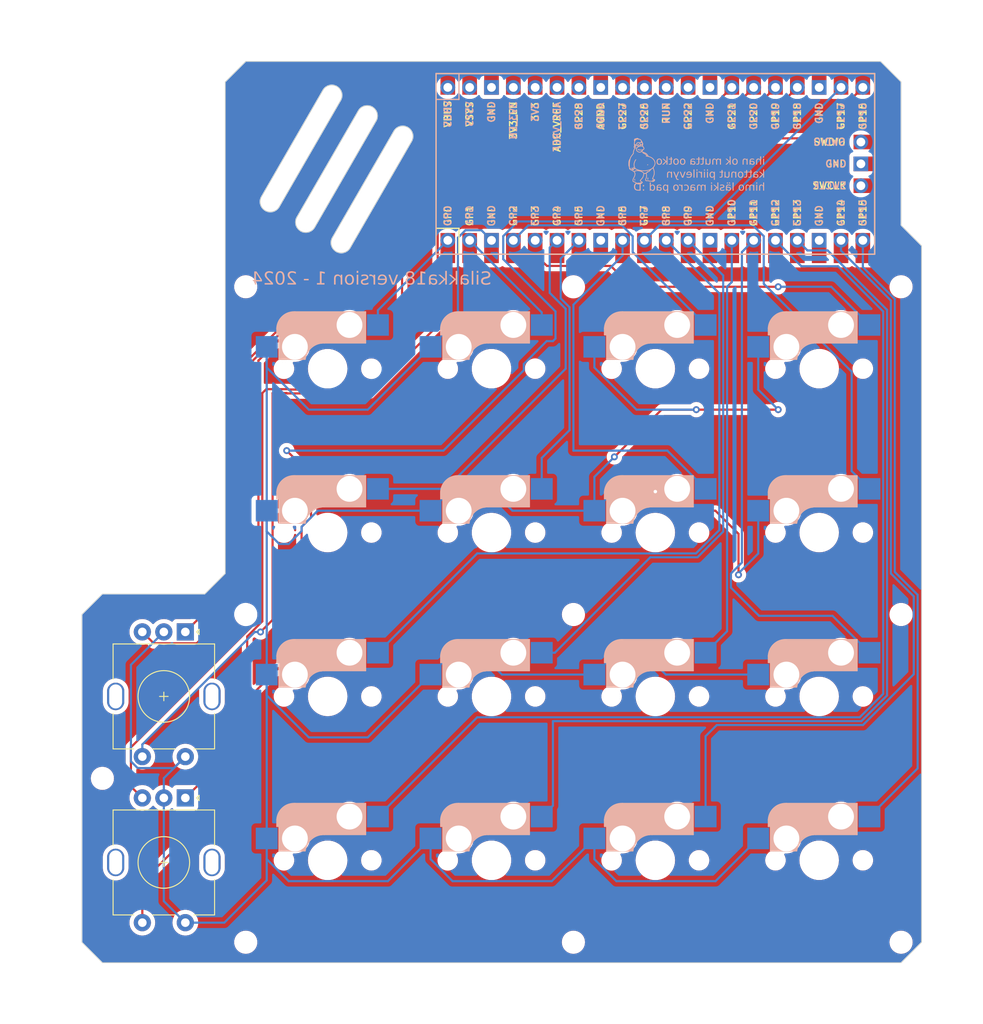
<source format=kicad_pcb>
(kicad_pcb (version 20221018) (generator pcbnew)
  (layers (0 "F.Cu" signal) (31 "B.Cu" signal) (34 "B.Paste" user) (35 "F.Paste" user) (36 "B.SilkS" user "B.Silkscreen") (37 "F.SilkS" user "F.Silkscreen") (38 "B.Mask" user) (39 "F.Mask" user) (44 "Edge.Cuts" user))
  (net 0 "")
  (net 1 "1")
  (net 2 "2")
  (net 3 "3")
  (net 4 "4")
  (net 5 "5")
  (net 6 "6")
  (net 7 "7")
  (net 8 "8")
  (net 9 "9")
  (net 10 "10")
  (net 11 "11")
  (net 12 "12")
  (net 13 "13")
  (net 14 "14")
  (net 15 "15")
  (net 16 "16")
  (net 17 "17")
  (net 18 "18")
  (net 19 "R0A")
  (net 20 "R0B")
  (net 21 "GND")
  (net 22 "R1A")
  (net 25 "R1B")
  (footprint "kbd:CherryMX_Hotswap" (layer "F.Cu") (at 114.3 133.35)
    (fp_text reference "S14" hide)
    (fp_text value "Keyswitch" hide)
  )
  (footprint "MountingHole:MountingHole_2.2mm_M2" (layer "F.Cu") (at 123.825 66.675)
    (fp_text reference "REF**" hide)
    (fp_text value "MountingHole_2.2mm_M2")
  )
  (footprint "MountingHole:MountingHole_2.2mm_M2" (layer "F.Cu") (at 161.925 104.775)
    (fp_text reference "REF**" hide)
    (fp_text value "MountingHole_2.2mm_M2" hide)
  )
  (footprint "kbd:CherryMX_Hotswap" (layer "F.Cu") (at 95.25 76.2)
    (fp_text reference "S1" hide)
    (fp_text value "Keyswitch" hide)
  )
  (footprint "MountingHole:MountingHole_2.2mm_M2" (layer "F.Cu") (at 161.925 66.675)
    (fp_text reference "REF**" hide)
    (fp_text value "MountingHole_2.2mm_M2" hide)
  )
  (footprint "kbd:CherryMX_Hotswap" (layer "F.Cu") (at 114.3 95.25)
    (fp_text reference "S6" hide)
    (fp_text value "Keyswitch" hide)
  )
  (footprint "kbd:CherryMX_Hotswap" (layer "F.Cu") (at 133.35 95.25)
    (fp_text reference "S7" hide)
    (fp_text value "Keyswitch" hide)
  )
  (footprint "MountingHole:MountingHole_2.2mm_M2" (layer "F.Cu") (at 123.825 104.775)
    (fp_text reference "REF**" hide)
    (fp_text value "MountingHole_2.2mm_M2")
  )
  (footprint "kbd:CherryMX_Hotswap" (layer "F.Cu") (at 95.25 133.35)
    (fp_text reference "S13" hide)
    (fp_text value "Keyswitch" hide)
  )
  (footprint "MountingHole:MountingHole_2.2mm_M2" (layer "F.Cu") (at 85.725 104.775)
    (fp_text reference "REF**" hide)
    (fp_text value "MountingHole_2.2mm_M2")
  )
  (footprint "kbd:CherryMX_Hotswap" (layer "F.Cu") (at 114.3 114.3)
    (fp_text reference "S10" hide)
    (fp_text value "Keyswitch" hide)
  )
  (footprint "kbd:CherryMX_Hotswap" (layer "F.Cu") (at 95.25 114.3)
    (fp_text reference "S9" hide)
    (fp_text value "Keyswitch" hide)
  )
  (footprint "kbd:CherryMX_Hotswap" (layer "F.Cu") (at 133.35 114.3)
    (fp_text reference "S11" hide)
    (fp_text value "Keyswitch" hide)
  )
  (footprint "kbd:CherryMX_Hotswap" (layer "F.Cu") (at 152.4 95.25)
    (fp_text reference "S8" hide)
    (fp_text value "Keyswitch" hide)
  )
  (footprint "kbd:CherryMX_Hotswap" (layer "F.Cu") (at 95.25 95.25)
    (fp_text reference "S5" hide)
    (fp_text value "Keyswitch" hide)
  )
  (footprint "kbd:CherryMX_Hotswap" (layer "F.Cu") (at 152.4 114.3)
    (fp_text reference "S12" hide)
    (fp_text value "Keyswitch" hide)
  )
  (footprint "kbd:CherryMX_Hotswap" (layer "F.Cu") (at 152.4 76.2)
    (fp_text reference "S4" hide)
    (fp_text value "Keyswitch" hide)
  )
  (footprint "kbd:CherryMX_Hotswap" (layer "F.Cu") (at 133.35 76.2)
    (fp_text reference "S3" hide)
    (fp_text value "Keyswitch" hide)
  )
  (footprint "Keebio-Parts.pretty-master:RotaryEncoder_EC11" (layer "F.Cu") (at 76.2 133.6 -90)
    (fp_text reference "SW2")
    (fp_text value "RotaryEncoder_Switch")
  )
  (footprint "Keebio-Parts.pretty-master:RotaryEncoder_EC11" (layer "F.Cu") (at 76.2 114.3 -90)
    (fp_text reference "SW1")
    (fp_text value "RotaryEncoder_Switch")
  )
  (footprint "ScottoKeebs_MCU:Raspberry_Pi_Pico" (layer "F.Cu") (at 133.35 52.3875 90)
    (fp_text reference "U1" hide)
    (fp_text value "Raspberry_Pi_Pico" hide)
  )
  (footprint "MountingHole:MountingHole_2.2mm_M2" (layer "F.Cu") (at 85.725 142.875)
    (fp_text reference "REF**" hide)
    (fp_text value "MountingHole_2.2mm_M2")
  )
  (footprint "MountingHole:MountingHole_2.2mm_M2" (layer "F.Cu") (at 85.725 66.675)
    (fp_text reference "REF**" hide)
    (fp_text value "MountingHole_2.2mm_M2")
  )
  (footprint "MountingHole:MountingHole_2.2mm_M2" (layer "F.Cu") (at 123.825 142.875)
    (fp_text reference "REF**" hide)
    (fp_text value "MountingHole_2.2mm_M2")
  )
  (footprint "kbd:CherryMX_Hotswap" (layer "F.Cu") (at 152.4 133.35)
    (fp_text reference "S16" hide)
    (fp_text value "Keyswitch" hide)
  )
  (footprint "kbd:CherryMX_Hotswap" (layer "F.Cu") (at 133.35 133.35)
    (fp_text reference "S15" hide)
    (fp_text value "Keyswitch" hide)
  )
  (footprint "kbd:CherryMX_Hotswap" (layer "F.Cu") (at 114.3 76.2)
    (fp_text reference "S2" hide)
    (fp_text value "Keyswitch" hide)
  )
  (footprint "MountingHole:MountingHole_2.2mm_M2" (layer "F.Cu") (at 69.05625 123.825)
    (fp_text reference "REF**" hide)
    (fp_text value "MountingHole_2.2mm_M2")
  )
  (footprint "MountingHole:MountingHole_2.2mm_M2" (layer "F.Cu") (at 161.925 142.875)
    (fp_text reference "REF**" hide)
    (fp_text value "MountingHole_2.2mm_M2" hide)
  )
  (gr_line (start 131.373115 50.160877) (end 131.363115 50.160877) (stroke (width 0.15)) (layer "B.SilkS"))
  (gr_poly (pts (xy 130.954517 54.126312) (xy 130.952545 54.126428) (xy 130.950566 54.126643) (xy 130.948584 54.126957) (xy 130.946603 54.127371) (xy 130.944627 54.127883) (xy 130.942659 54.128495) (xy 130.940703 54.129206) (xy 130.938763 54.130016) (xy 130.936843 54.130926) (xy 130.934946 54.131935) (xy 130.933077 54.133043) (xy 130.931238 54.13425) (xy 130.929434 54.135556) (xy 130.927668 54.136962) (xy 130.925944 54.138467) (xy 130.924266 54.140071) (xy 130.921389 54.143444) (xy 130.918843 54.147477) (xy 130.916627 54.152171) (xy 130.914741 54.157522) (xy 130.913187 54.163531) (xy 130.911963 54.170196) (xy 130.91107 54.177516) (xy 130.910508 54.18549) (xy 130.910276 54.194118) (xy 130.910376 54.203398) (xy 130.910806 54.213329) (xy 130.911566 54.22391) (xy 130.912658 54.23514) (xy 130.91408 54.247018) (xy 130.917916 54.272715) (xy 130.919098 54.278872) (xy 130.920392 54.284774) (xy 130.921796 54.290419) (xy 130.923306 54.295804) (xy 130.924918 54.300925) (xy 130.92663 54.305781) (xy 130.928439 54.310368) (xy 130.930341 54.314684) (xy 130.932332 54.318727) (xy 130.93441 54.322492) (xy 130.936572 54.325979) (xy 130.938814 54.329183) (xy 130.941133 54.332102) (xy 130.943526 54.334734) (xy 130.945989 54.337076) (xy 130.94852 54.339125) (xy 130.951114 54.340879) (xy 130.95377 54.342334) (xy 130.956483 54.343488) (xy 130.959251 54.344338) (xy 130.962069 54.344882) (xy 130.964936 54.345117) (xy 130.967847 54.34504) (xy 130.9708 54.344649) (xy 130.973791 54.34394) (xy 130.976817 54.342911) (xy 130.979875 54.341559) (xy 130.982961 54.339882) (xy 130.986073 54.337877) (xy 130.989207 54.335541) (xy 130.992359 54.332871) (xy 130.995527 54.329865) (xy 130.997778 54.327536) (xy 130.999773 54.325293) (xy 131.001522 54.323103) (xy 131.003035 54.320935) (xy 131.00432 54.31876) (xy 131.005387 54.316545) (xy 131.006246 54.31426) (xy 131.006904 54.311873) (xy 131.007373 54.309355) (xy 131.007661 54.306673) (xy 131.007777 54.303796) (xy 131.007731 54.300695) (xy 131.007532 54.297337) (xy 131.00719 54.293691) (xy 131.006713 54.289728) (xy 131.006111 54.285415) (xy 131.005023 54.278628) (xy 131.003895 54.270146) (xy 131.001613 54.24952) (xy 130.999463 54.22638) (xy 130.997644 54.20357) (xy 130.997074 54.197687) (xy 130.996427 54.191954) (xy 130.995708 54.18639) (xy 130.994921 54.181015) (xy 130.994072 54.175846) (xy 130.993167 54.170903) (xy 130.99221 54.166203) (xy 130.991206 54.161766) (xy 130.990161 54.157611) (xy 130.98908 54.153755) (xy 130.987967 54.150217) (xy 130.986829 54.147016) (xy 130.985671 54.144171) (xy 130.984496 54.141699) (xy 130.983312 54.139621) (xy 130.982122 54.137954) (xy 130.980765 54.136482) (xy 130.979341 54.13511) (xy 130.977854 54.133836) (xy 130.976308 54.132662) (xy 130.974707 54.131588) (xy 130.973054 54.130612) (xy 130.971354 54.129735) (xy 130.969609 54.128958) (xy 130.967825 54.12828) (xy 130.966003 54.127701) (xy 130.964149 54.127222) (xy 130.962266 54.126842) (xy 130.960357 54.12656) (xy 130.958427 54.126378) (xy 130.956479 54.126296)) (fill solid) (layer "B.SilkS"))
  (gr_poly (pts (xy 132.478591 53.978484) (xy 132.476058 53.978875) (xy 132.473562 53.979469) (xy 132.471108 53.980262) (xy 132.468702 53.981254) (xy 132.466349 53.982443) (xy 132.464054 53.983826) (xy 132.461822 53.985402) (xy 132.459659 53.98717) (xy 132.45757 53.989127) (xy 132.45556 53.991271) (xy 132.453635 53.993602) (xy 132.4518 53.996116) (xy 132.45006 53.998812) (xy 132.44842 54.001689) (xy 132.446887 54.004744) (xy 132.445464 54.007977) (xy 132.444158 54.011384) (xy 132.442974 54.014964) (xy 132.441916 54.018715) (xy 132.440635 54.02411) (xy 132.43944 54.030455) (xy 132.437319 54.045691) (xy 132.435579 54.063822) (xy 132.434243 54.084244) (xy 132.433338 54.106351) (xy 132.432887 54.129542) (xy 132.432916 54.153213) (xy 132.43345 54.176759) (xy 132.433688 54.181767) (xy 132.434134 54.1866) (xy 132.434778 54.191253) (xy 132.435614 54.195721) (xy 132.436634 54.199999) (xy 132.437829 54.204082) (xy 132.439192 54.207964) (xy 132.440715 54.21164) (xy 132.442389 54.215106) (xy 132.444208 54.218356) (xy 132.446162 54.221384) (xy 132.448246 54.224186) (xy 132.450449 54.226757) (xy 132.452765 54.229091) (xy 132.455186 54.231183) (xy 132.457703 54.233028) (xy 132.460309 54.23462) (xy 132.462997 54.235956) (xy 132.465757 54.237029) (xy 132.468583 54.237834) (xy 132.471466 54.238367) (xy 132.474398 54.238621) (xy 132.477372 54.238592) (xy 132.48038 54.238275) (xy 132.483414 54.237665) (xy 132.486465 54.236755) (xy 132.489527 54.235542) (xy 132.492591 54.23402) (xy 132.495649 54.232183) (xy 132.498694 54.230028) (xy 132.501717 54.227547) (xy 132.504711 54.224737) (xy 132.506722 54.222603) (xy 132.508528 54.220394) (xy 132.51014 54.218052) (xy 132.511568 54.215521) (xy 132.512822 54.212741) (xy 132.513913 54.209656) (xy 132.514851 54.206207) (xy 132.515647 54.202336) (xy 132.51631 54.197985) (xy 132.516851 54.193097) (xy 132.517281 54.187614) (xy 132.517609 54.181478) (xy 132.518003 54.167014) (xy 132.518116 54.149243) (xy 132.51798 54.136051) (xy 132.518083 54.122156) (xy 132.518402 54.10798) (xy 132.51891 54.093945) (xy 132.519584 54.080472) (xy 132.520398 54.067983) (xy 132.521329 54.056899) (xy 132.52235 54.047643) (xy 132.523076 54.041351) (xy 132.523662 54.035671) (xy 132.524098 54.030553) (xy 132.524378 54.025947) (xy 132.524492 54.021805) (xy 132.524485 54.019892) (xy 132.524433 54.018076) (xy 132.524336 54.016351) (xy 132.524192 54.014711) (xy 132.524001 54.013149) (xy 132.523761 54.01166) (xy 132.523471 54.010236) (xy 132.523131 54.008873) (xy 132.522739 54.007564) (xy 132.522294 54.006302) (xy 132.521796 54.005081) (xy 132.521243 54.003896) (xy 132.520634 54.002739) (xy 132.519968 54.001605) (xy 132.519245 54.000488) (xy 132.518462 53.999381) (xy 132.51762 53.998278) (xy 132.516716 53.997173) (xy 132.514722 53.994933) (xy 132.512472 53.992609) (xy 132.50994 53.990209) (xy 132.507377 53.988034) (xy 132.504787 53.986084) (xy 132.502176 53.984355) (xy 132.499549 53.982846) (xy 132.496911 53.981556) (xy 132.494268 53.980482) (xy 132.491625 53.979623) (xy 132.488986 53.978976) (xy 132.486359 53.978541) (xy 132.483747 53.978315) (xy 132.481156 53.978297)) (fill solid) (layer "B.SilkS"))
  (gr_poly (pts (xy 131.255051 49.38047) (xy 131.240751 49.381346) (xy 131.225824 49.382842) (xy 131.210481 49.384918) (xy 131.194935 49.387537) (xy 131.179397 49.39066) (xy 131.164079 49.394249) (xy 131.149194 49.398266) (xy 131.134952 49.402673) (xy 131.121566 49.407432) (xy 131.109247 49.412503) (xy 131.098208 49.417849) (xy 131.088661 49.423432) (xy 131.086904 49.424481) (xy 131.084827 49.425507) (xy 131.082456 49.426505) (xy 131.079819 49.427467) (xy 131.076942 49.428388) (xy 131.073852 49.429261) (xy 131.070576 49.430081) (xy 131.067141 49.43084) (xy 131.063574 49.431534) (xy 131.059901 49.432155) (xy 131.05615 49.432698) (xy 131.052347 49.433156) (xy 131.048519 49.433522) (xy 131.044693 49.433792) (xy 131.040896 49.433959) (xy 131.037155 49.434015) (xy 131.030835 49.434122) (xy 131.024576 49.434442) (xy 131.018383 49.434972) (xy 131.012258 49.435709) (xy 131.006207 49.436651) (xy 131.000232 49.437797) (xy 130.994337 49.439142) (xy 130.988527 49.440685) (xy 130.982804 49.442424) (xy 130.977174 49.444355) (xy 130.971638 49.446477) (xy 130.966201 49.448787) (xy 130.960868 49.451282) (xy 130.955641 49.45396) (xy 130.950524 49.456819) (xy 130.945521 49.459856) (xy 130.940636 49.463069) (xy 130.935873 49.466455) (xy 130.931235 49.470012) (xy 130.926726 49.473737) (xy 130.92235 49.477628) (xy 130.91811 49.481683) (xy 130.914011 49.485898) (xy 130.910056 49.490272) (xy 130.906249 49.494803) (xy 130.902593 49.499486) (xy 130.899092 49.504321) (xy 130.895751 49.509305) (xy 130.892572 49.514434) (xy 130.889559 49.519708) (xy 130.886717 49.525123) (xy 130.884049 49.530677) (xy 130.878638 49.542872) (xy 130.876414 49.548372) (xy 130.874492 49.553629) (xy 130.872854 49.558763) (xy 130.871486 49.56389) (xy 130.870372 49.569129) (xy 130.869498 49.574597) (xy 130.868846 49.580413) (xy 130.868402 49.586694) (xy 130.86815 49.593557) (xy 130.868075 49.601122) (xy 130.868394 49.618824) (xy 130.869233 49.640743) (xy 130.870166 49.659879) (xy 130.870745 49.668577) (xy 130.871405 49.676748) (xy 130.872152 49.684432) (xy 130.872991 49.691667) (xy 130.873927 49.698493) (xy 130.874966 49.704949) (xy 130.876112 49.711074) (xy 130.87737 49.716907) (xy 130.878747 49.722489) (xy 130.880246 49.727857) (xy 130.881874 49.733052) (xy 130.883635 49.738113) (xy 130.885534 49.743078) (xy 130.887577 49.747988) (xy 130.892478 49.759374) (xy 130.894442 49.764205) (xy 130.896088 49.76857) (xy 130.89742 49.77255) (xy 130.898442 49.776228) (xy 130.898838 49.777978) (xy 130.899158 49.779684) (xy 130.899402 49.781355) (xy 130.899572 49.783001) (xy 130.899667 49.784632) (xy 130.899688 49.78626) (xy 130.899636 49.787893) (xy 130.899511 49.789542) (xy 130.899314 49.791218) (xy 130.899045 49.79293) (xy 130.898293 49.796505) (xy 130.89726 49.800349) (xy 130.89595 49.804543) (xy 130.894368 49.80917) (xy 130.892516 49.81431) (xy 130.88642 49.834146) (xy 130.881316 49.85553) (xy 130.877137 49.879211) (xy 130.873819 49.905944) (xy 130.871295 49.93648) (xy 130.869498 49.971572) (xy 130.868362 50.011971) (xy 130.867822 50.058432) (xy 130.86771 50.09709) (xy 130.867987 50.128381) (xy 130.86831 50.141752) (xy 130.868777 50.153868) (xy 130.869403 50.164923) (xy 130.870203 50.175113) (xy 130.871194 50.184634) (xy 130.87239 50.193679) (xy 130.873808 50.202446) (xy 130.875462 50.21113) (xy 130.877368 50.219924) (xy 130.879542 50.229026) (xy 130.884755 50.248932) (xy 130.887722 50.260221) (xy 130.890267 50.270318) (xy 130.892383 50.279288) (xy 130.893276 50.283371) (xy 130.89406 50.287197) (xy 130.894731 50.290774) (xy 130.89529 50.29411) (xy 130.895736 50.297213) (xy 130.896066 50.300092) (xy 130.896281 50.302753) (xy 130.896379 50.305207) (xy 130.896359 50.30746) (xy 130.896221 50.309521) (xy 130.895962 50.311399) (xy 130.895583 50.3131) (xy 130.895081 50.314634) (xy 130.894457 50.316008) (xy 130.893708 50.317231) (xy 130.892835 50.31831) (xy 130.891835 50.319254) (xy 130.890708 50.320072) (xy 130.889454 50.32077) (xy 130.888069 50.321358) (xy 130.886555 50.321843) (xy 130.88491 50.322234) (xy 130.883132 50.322538) (xy 130.881221 50.322765) (xy 130.879175 50.322921) (xy 130.876994 50.323015) (xy 130.875273 50.32315) (xy 130.873551 50.323549) (xy 130.871832 50.324203) (xy 130.87012 50.325103) (xy 130.868419 50.32624) (xy 130.866731 50.327606) (xy 130.863412 50.330986) (xy 130.860192 50.335172) (xy 130.857101 50.340093) (xy 130.854166 50.345678) (xy 130.851418 50.351855) (xy 130.848884 50.358553) (xy 130.846595 50.3657) (xy 130.844578 50.373225) (xy 130.842863 50.381058) (xy 130.841479 50.389126) (xy 130.840454 50.397359) (xy 130.839818 50.405684) (xy 130.8396 50.414032) (xy 130.839791 50.423758) (xy 130.840373 50.433108) (xy 130.841353 50.4421) (xy 130.842742 50.450754) (xy 130.844548 50.459089) (xy 130.846781 50.467126) (xy 130.84945 50.474884) (xy 130.852564 50.482383) (xy 130.856134 50.489641) (xy 130.860167 50.49668) (xy 130.864674 50.503518) (xy 130.869663 50.510175) (xy 130.875144 50.516671) (xy 130.881127 50.523025) (xy 130.88762 50.529257) (xy 130.894633 50.535387) (xy 130.921444 50.557965) (xy 130.878405 50.643337) (xy 130.861856 50.678242) (xy 130.844439 50.719107) (xy 130.826873 50.763826) (xy 130.809878 50.81029) (xy 130.794173 50.856389) (xy 130.780476 50.900016) (xy 130.769509 50.939063) (xy 130.761989 50.971421) (xy 130.760673 50.980766) (xy 130.759398 50.992609) (xy 130.758206 51.00647) (xy 130.757138 51.021868) (xy 130.756235 51.038324) (xy 130.755539 51.05536) (xy 130.755091 51.072494) (xy 130.754933 51.089248) (xy 130.754865 51.115032) (xy 130.754742 51.12564) (xy 130.754525 51.134911) (xy 130.754188 51.142983) (xy 130.753966 51.146613) (xy 130.753705 51.149995) (xy 130.753401 51.153147) (xy 130.753051 51.156085) (xy 130.752651 51.158828) (xy 130.752199 51.161392) (xy 130.751691 51.163794) (xy 130.751124 51.166053) (xy 130.750495 51.168185) (xy 130.7498 51.170208) (xy 130.749036 51.172139) (xy 130.748201 51.173996) (xy 130.74729 51.175794) (xy 130.746301 51.177553) (xy 130.74523 51.179289) (xy 130.744075 51.18102) (xy 130.742831 51.182763) (xy 130.741496 51.184535) (xy 130.738539 51.188235) (xy 130.735178 51.19226) (xy 130.729331 51.199211) (xy 130.720548 51.210163) (xy 130.695931 51.241825) (xy 130.664831 51.282747) (xy 130.630755 51.328432) (xy 130.581086 51.395872) (xy 130.558621 51.427503) (xy 130.537677 51.457846) (xy 130.518208 51.486978) (xy 130.500171 51.514976) (xy 130.48352 51.541917) (xy 130.468213 51.56788) (xy 130.454203 51.592941) (xy 130.441447 51.617179) (xy 130.4299 51.640671) (xy 130.419518 51.663493) (xy 130.410257 51.685725) (xy 130.402071 51.707443) (xy 130.394917 51.728725) (xy 130.388749 51.749648) (xy 130.386865 51.756155) (xy 130.384917 51.762443) (xy 130.38291 51.768511) (xy 130.380845 51.774354) (xy 130.378727 51.77997) (xy 130.376558 51.785355) (xy 130.374342 51.790506) (xy 130.372081 51.795421) (xy 130.369779 51.800097) (xy 130.367438 51.804529) (xy 130.365063 51.808715) (xy 130.362655 51.812652) (xy 130.360219 51.816338) (xy 130.357756 51.819767) (xy 130.355271 51.822939) (xy 130.352767 51.825849) (xy 130.347185 51.83248) (xy 130.341086 51.840866) (xy 130.334566 51.850811) (xy 130.327719 51.862118) (xy 130.313426 51.888034) (xy 130.298968 51.917042) (xy 130.285105 51.947571) (xy 130.272598 51.97805) (xy 130.26709 51.99278) (xy 130.262207 52.006909) (xy 130.258043 52.02024) (xy 130.254694 52.032576) (xy 130.245602 52.069847) (xy 130.238312 52.105182) (xy 130.232643 52.140551) (xy 130.228412 52.177921) (xy 130.225438 52.219259) (xy 130.223539 52.266534) (xy 130.222533 52.321714) (xy 130.222239 52.386765) (xy 130.222554 52.454809) (xy 130.223006 52.48393) (xy 130.223705 52.51016) (xy 130.224689 52.533782) (xy 130.225996 52.555077) (xy 130.227666 52.574328) (xy 130.229735 52.591817) (xy 130.232243 52.607826) (xy 130.235227 52.622637) (xy 130.238725 52.636532) (xy 130.242777 52.649794) (xy 130.24742 52.662704) (xy 130.252692 52.675545) (xy 130.258632 52.688599) (xy 130.265278 52.702148) (xy 130.270425 52.713192) (xy 130.272714 52.718771) (xy 130.274836 52.724484) (xy 130.276804 52.730403) (xy 130.278635 52.736602) (xy 130.280344 52.743152) (xy 130.281946 52.750126) (xy 130.284894 52.765635) (xy 130.287602 52.783706) (xy 130.290194 52.80492) (xy 130.292794 52.829854) (xy 130.294864 52.848621) (xy 130.297314 52.867546) (xy 130.300062 52.886123) (xy 130.303025 52.903849) (xy 130.30612 52.920219) (xy 130.309264 52.934728) (xy 130.312376 52.946873) (xy 130.313894 52.951901) (xy 130.315372 52.956148) (xy 130.316885 52.960249) (xy 130.318637 52.964471) (xy 130.322802 52.973217) (xy 130.327762 52.982265) (xy 130.333408 52.991492) (xy 130.339632 53.000778) (xy 130.346328 53.009999) (xy 130.353388 53.019035) (xy 130.360704 53.027762) (xy 130.368169 53.03606) (xy 130.375675 53.043805) (xy 130.383115 53.050877) (xy 130.390381 53.057153) (xy 130.397367 53.062511) (xy 130.403963 53.06683) (xy 130.407082 53.068561) (xy 130.410064 53.069986) (xy 130.412894 53.071091) (xy 130.415561 53.071859) (xy 130.417484 53.072461) (xy 130.419538 53.073202) (xy 130.421703 53.07407) (xy 130.423961 53.075056) (xy 130.426294 53.07615) (xy 130.428682 53.077341) (xy 130.431108 53.078619) (xy 130.433552 53.079973) (xy 130.435997 53.081394) (xy 130.438423 53.08287) (xy 130.440811 53.084392) (xy 130.443144 53.085949) (xy 130.445402 53.08753) (xy 130.447567 53.089126) (xy 130.449621 53.090727) (xy 130.451544 53.092321) (xy 130.458393 53.098213) (xy 130.466153 53.104206) (xy 130.474692 53.110234) (xy 130.483878 53.116232) (xy 130.493582 53.122135) (xy 130.503671 53.127878) (xy 130.514015 53.133396) (xy 130.524481 53.138623) (xy 130.534939 53.143494) (xy 130.545258 53.147945) (xy 130.555305 53.15191) (xy 130.564951 53.155325) (xy 130.574063 53.158123) (xy 130.582511 53.16024) (xy 130.590163 53.161611) (xy 130.596889 53.162171) (xy 130.601609 53.16248) (xy 130.606008 53.162894) (xy 130.610131 53.163434) (xy 130.61402 53.164122) (xy 130.617719 53.164979) (xy 130.621272 53.166028) (xy 130.62472 53.167289) (xy 130.628109 53.168785) (xy 130.631482 53.170538) (xy 130.634881 53.172568) (xy 130.638351 53.174898) (xy 130.641934 53.177549) (xy 130.645674 53.180544) (xy 130.649615 53.183904) (xy 130.6538 53.18765) (xy 130.658272 53.191804) (xy 130.671473 53.203967) (xy 130.684839 53.215819) (xy 130.698302 53.227313) (xy 130.711795 53.238404) (xy 130.725251 53.249043) (xy 130.738602 53.259186) (xy 130.751782 53.268785) (xy 130.764723 53.277793) (xy 130.777358 53.286166) (xy 130.78962 53.293855) (xy 130.801441 53.300814) (xy 130.812756 53.306997) (xy 130.823495 53.312357) (xy 130.833593 53.316848) (xy 130.842982 53.320424) (xy 130.851594 53.323037) (xy 130.853942 53.324023) (xy 130.856477 53.325765) (xy 130.862045 53.331369) (xy 130.868176 53.339548) (xy 130.874745 53.350003) (xy 130.881628 53.362434) (xy 130.888702 53.376541) (xy 130.895841 53.392025) (xy 130.902923 53.408586) (xy 130.909823 53.425924) (xy 130.916417 53.44374) (xy 130.922581 53.461733) (xy 130.928191 53.479604) (xy 130.933123 53.497054) (xy 130.937253 53.513783) (xy 130.940457 53.52949) (xy 130.942611 53.543876) (xy 130.943472 53.552856) (xy 130.943943 53.562565) (xy 130.944032 53.572957) (xy 130.943746 53.583983) (xy 130.943092 53.595596) (xy 130.942077 53.607748) (xy 130.938995 53.633482) (xy 130.934556 53.660803) (xy 130.928819 53.689331) (xy 130.921842 53.718686) (xy 130.913683 53.748487) (xy 130.9045 53.776049) (xy 130.891811 53.809308) (xy 130.876476 53.846354) (xy 130.859355 53.885277) (xy 130.841308 53.924167) (xy 130.823196 53.961113) (xy 130.805876 53.994207) (xy 130.790211 54.021537) (xy 130.781476 54.036479) (xy 130.773018 54.052403) (xy 130.764867 54.069215) (xy 130.75705 54.086823) (xy 130.749597 54.105134) (xy 130.742536 54.124055) (xy 130.735897 54.143493) (xy 130.729709 54.163354) (xy 130.724001 54.183546) (xy 130.718801 54.203976) (xy 130.714138 54.22455) (xy 130.710042 54.245176) (xy 130.706541 54.265761) (xy 130.703664 54.286211) (xy 130.701441 54.306434) (xy 130.6999 54.326337) (xy 130.699329 54.341045) (xy 130.699239 54.347463) (xy 130.699304 54.35338) (xy 130.699543 54.358887) (xy 130.699974 54.364078) (xy 130.700616 54.369042) (xy 130.701487 54.373874) (xy 130.702606 54.378664) (xy 130.703992 54.383505) (xy 130.705664 54.388489) (xy 130.707639 54.393707) (xy 130.709936 54.399252) (xy 130.712575 54.405215) (xy 130.718949 54.418765) (xy 130.7241 54.428644) (xy 130.729327 54.437705) (xy 130.734776 54.446038) (xy 130.74059 54.453734) (xy 130.746912 54.460885) (xy 130.753887 54.467581) (xy 130.761657 54.473913) (xy 130.770367 54.479972) (xy 130.78016 54.485849) (xy 130.791179 54.491636) (xy 130.80357 54.497422) (xy 130.817474 54.503299) (xy 130.833036 54.509359) (xy 130.850399 54.515691) (xy 130.891105 54.529537) (xy 130.92872 54.542138) (xy 130.944807 54.547793) (xy 130.959456 54.553217) (xy 130.972947 54.558559) (xy 130.985561 54.563966) (xy 130.997581 54.569589) (xy 131.009286 54.575575) (xy 131.020958 54.582074) (xy 131.032878 54.589234) (xy 131.045327 54.597204) (xy 131.058586 54.606134) (xy 131.088661 54.627466) (xy 131.12535 54.654421) (xy 131.163042 54.682268) (xy 131.198286 54.707866) (xy 131.227049 54.728438) (xy 131.245294 54.741204) (xy 131.256953 54.748745) (xy 131.26865 54.755494) (xy 131.280391 54.761454) (xy 131.29218 54.766626) (xy 131.304023 54.771013) (xy 131.315925 54.774616) (xy 131.327891 54.777438) (xy 131.339927 54.779481) (xy 131.352036 54.780746) (xy 131.364226 54.781236) (xy 131.3765 54.780953) (xy 131.388864 54.779899) (xy 131.401323 54.778077) (xy 131.413882 54.775487) (xy 131.426547 54.772132) (xy 131.439322 54.768015) (xy 131.443409 54.766585) (xy 131.447707 54.765209) (xy 131.456796 54.762635) (xy 131.466297 54.760325) (xy 131.475923 54.758313) (xy 131.485383 54.756632) (xy 131.494388 54.755315) (xy 131.50265 54.754394) (xy 131.509877 54.753904) (xy 131.513678 54.753814) (xy 131.517662 54.753547) (xy 131.521813 54.753108) (xy 131.526116 54.752504) (xy 131.530556 54.751738) (xy 131.535116 54.750816) (xy 131.539782 54.749743) (xy 131.544538 54.748524) (xy 131.549368 54.747165) (xy 131.554257 54.74567) (xy 131.55919 54.744045) (xy 131.56415 54.742295) (xy 131.574093 54.738441) (xy 131.579044 54.736347) (xy 131.583961 54.734148) (xy 131.590528 54.731153) (xy 131.596511 54.728509) (xy 131.601971 54.726205) (xy 131.606969 54.724226) (xy 131.611565 54.722562) (xy 131.615822 54.7212) (xy 131.6198 54.720127) (xy 131.62356 54.719332) (xy 131.627163 54.7188) (xy 131.630669 54.718521) (xy 131.634141 54.718482) (xy 131.637638 54.71867) (xy 131.641222 54.719073) (xy 131.644954 54.719679) (xy 131.648895 54.720475) (xy 131.653105 54.721448) (xy 131.657307 54.722422) (xy 131.661219 54.723219) (xy 131.6649 54.723828) (xy 131.668407 54.724237) (xy 131.671798 54.724436) (xy 131.675132 54.724412) (xy 131.678465 54.724155) (xy 131.681857 54.723653) (xy 131.685364 54.722895) (xy 131.689044 54.721869) (xy 131.692957 54.720564) (xy 131.697158 54.718968) (xy 131.701707 54.717071) (xy 131.706661 54.71486) (xy 131.718016 54.709454) (xy 131.721997 54.707523) (xy 131.725985 54.705447) (xy 131.729955 54.703247) (xy 131.73388 54.700943) (xy 131.737735 54.698557) (xy 131.741494 54.696109) (xy 131.745131 54.69362) (xy 131.74862 54.691109) (xy 131.751935 54.688599) (xy 131.755051 54.68611) (xy 131.757942 54.683662) (xy 131.760581 54.681276) (xy 131.762944 54.678972) (xy 131.765003 54.676772) (xy 131.766734 54.674696) (xy 131.768111 54.672765) (xy 131.769406 54.670874) (xy 131.770897 54.668916) (xy 131.772566 54.666906) (xy 131.774395 54.66486) (xy 131.776363 54.662794) (xy 131.778454 54.660722) (xy 131.780648 54.658661) (xy 131.782927 54.656625) (xy 131.785272 54.654631) (xy 131.787665 54.652694) (xy 131.790087 54.650829) (xy 131.792518 54.649052) (xy 131.794942 54.647378) (xy 131.797339 54.645823) (xy 131.79969 54.644402) (xy 131.801977 54.643132) (xy 131.811152 54.638167) (xy 131.819877 54.632813) (xy 131.828132 54.627095) (xy 131.835899 54.621039) (xy 131.843158 54.614668) (xy 131.849888 54.608008) (xy 131.85607 54.601084) (xy 131.861685 54.593919) (xy 131.866713 54.58654) (xy 131.871134 54.57897) (xy 131.874929 54.571235) (xy 131.878078 54.56336) (xy 131.880562 54.555369) (xy 131.881548 54.551337) (xy 131.88236 54.547286) (xy 131.882996 54.543219) (xy 131.883453 54.539138) (xy 131.883729 54.535047) (xy 131.883822 54.530948) (xy 131.883759 54.526873) (xy 131.883554 54.523081) (xy 131.88318 54.519527) (xy 131.882609 54.516165) (xy 131.881815 54.512947) (xy 131.880771 54.509827) (xy 131.880147 54.50829) (xy 131.87945 54.506759) (xy 131.877825 54.503696) (xy 131.875869 54.500592) (xy 131.873555 54.4974) (xy 131.870857 54.494074) (xy 131.867748 54.490566) (xy 131.864201 54.486832) (xy 131.860188 54.482823) (xy 131.855684 54.478494) (xy 131.85066 54.473798) (xy 131.846964 54.47052) (xy 131.842785 54.467057) (xy 131.833165 54.459687) (xy 131.822172 54.451921) (xy 131.810179 54.443989) (xy 131.797558 54.436123) (xy 131.78468 54.428555) (xy 131.771918 54.421516) (xy 131.759644 54.415237) (xy 131.749159 54.410107) (xy 131.738669 54.404555) (xy 131.728268 54.398655) (xy 131.718049 54.392483) (xy 131.708108 54.386112) (xy 131.698538 54.379618) (xy 131.689432 54.373073) (xy 131.680886 54.366554) (xy 131.672993 54.360134) (xy 131.665848 54.353887) (xy 131.659543 54.347888) (xy 131.654174 54.342212) (xy 131.65187 54.339518) (xy 131.649835 54.336933) (xy 131.64808 54.334465) (xy 131.646619 54.332125) (xy 131.645461 54.329921) (xy 131.64462 54.327863) (xy 131.644107 54.325959) (xy 131.643933 54.32422) (xy 131.644397 54.322948) (xy 131.645759 54.320752) (xy 131.650999 54.313802) (xy 131.659299 54.303794) (xy 131.670303 54.291147) (xy 131.683655 54.276285) (xy 131.698999 54.259629) (xy 131.715981 54.2416) (xy 131.734244 54.222621) (xy 131.769316 54.18575) (xy 131.801139 54.15103) (xy 131.829953 54.117999) (xy 131.855996 54.086195) (xy 131.87951 54.055155) (xy 131.900733 54.024419) (xy 131.919906 53.993523) (xy 131.937268 53.962006) (xy 131.953059 53.929406) (xy 131.967518 53.895261) (xy 131.980887 53.859109) (xy 131.993403 53.820487) (xy 132.005308 53.778935) (xy 132.016841 53.733989) (xy 132.028242 53.685188) (xy 132.03975 53.632071) (xy 132.045868 53.603099) (xy 132.051127 53.579154) (xy 132.05493 53.562618) (xy 132.0561 53.557872) (xy 132.056683 53.555871) (xy 132.057224 53.555598) (xy 132.058301 53.555311) (xy 132.061952 53.554702) (xy 132.067423 53.55406) (xy 132.074498 53.553401) (xy 132.0926 53.5521) (xy 132.114538 53.550932) (xy 132.126381 53.550181) (xy 132.138902 53.549025) (xy 132.151721 53.547521) (xy 132.164457 53.545728) (xy 132.176729 53.543704) (xy 132.188159 53.541506) (xy 132.198364 53.539192) (xy 132.20289 53.53801) (xy 132.206966 53.536821) (xy 132.210898 53.535664) (xy 132.214745 53.534577) (xy 132.218486 53.533565) (xy 132.222102 53.532631) (xy 132.225574 53.53178) (xy 132.228881 53.531016) (xy 132.232004 53.530343) (xy 132.234924 53.529765) (xy 132.23762 53.529286) (xy 132.240074 53.528911) (xy 132.242264 53.528643) (xy 132.244173 53.528486) (xy 132.24578 53.528446) (xy 132.247066 53.528525) (xy 132.247582 53.528611) (xy 132.24801 53.528728) (xy 132.248348 53.528878) (xy 132.248594 53.52906) (xy 132.250448 53.531744) (xy 132.252546 53.536247) (xy 132.254851 53.542405) (xy 132.257325 53.55005) (xy 132.262633 53.569144) (xy 132.268173 53.592207) (xy 132.273647 53.617916) (xy 132.278757 53.644947) (xy 132.283205 53.671979) (xy 132.286694 53.697687) (xy 132.288978 53.720293) (xy 132.290547 53.743069) (xy 132.291413 53.765919) (xy 132.291589 53.788748) (xy 132.291087 53.811462) (xy 132.289919 53.833964) (xy 132.288098 53.856161) (xy 132.285636 53.877957) (xy 132.282545 53.899256) (xy 132.278839 53.919965) (xy 132.274529 53.939987) (xy 132.269628 53.959228) (xy 132.264149 53.977592) (xy 132.258102 53.994985) (xy 132.251502 54.011312) (xy 132.244361 54.026476) (xy 132.238507 54.038329) (xy 132.232621 54.051285) (xy 132.226754 54.065173) (xy 132.220956 54.079823) (xy 132.209771 54.110725) (xy 132.19947 54.142628) (xy 132.190459 54.174167) (xy 132.183143 54.203978) (xy 132.180247 54.21781) (xy 132.177927 54.230697) (xy 132.176233 54.242471) (xy 132.175216 54.252959) (xy 132.17475 54.264669) (xy 132.174695 54.275496) (xy 132.175083 54.2855) (xy 132.175452 54.290213) (xy 132.175944 54.294742) (xy 132.176561 54.299095) (xy 132.177309 54.30328) (xy 132.178191 54.307305) (xy 132.17921 54.311176) (xy 132.180371 54.314902) (xy 132.181677 54.318489) (xy 132.183132 54.321946) (xy 132.184741 54.325279) (xy 132.186507 54.328497) (xy 132.188434 54.331606) (xy 132.190526 54.334615) (xy 132.192786 54.33753) (xy 132.195219 54.340359) (xy 132.197829 54.34311) (xy 132.200619 54.345791) (xy 132.203593 54.348408) (xy 132.206755 54.350969) (xy 132.210109 54.353482) (xy 132.213659 54.355954) (xy 132.217409 54.358393) (xy 132.225523 54.363201) (xy 132.234483 54.367965) (xy 132.245801 54.373475) (xy 132.25657 54.378375) (xy 132.266934 54.382683) (xy 132.277037 54.38642) (xy 132.287024 54.389602) (xy 132.29704 54.392249) (xy 132.30723 54.394379) (xy 132.317738 54.396011) (xy 132.32871 54.397163) (xy 132.340289 54.397855) (xy 132.35262 54.398104) (xy 132.365849 54.397929) (xy 132.380119 54.397349) (xy 132.395576 54.396383) (xy 132.430627 54.393365) (xy 132.52235 54.384899) (xy 132.572444 54.40677) (xy 132.597426 54.417231) (xy 132.608887 54.421624) (xy 132.619904 54.425501) (xy 132.63066 54.428894) (xy 132.641339 54.431836) (xy 132.652123 54.434358) (xy 132.663196 54.436492) (xy 132.67474 54.438271) (xy 132.686938 54.439726) (xy 132.699974 54.44089) (xy 132.714029 54.441795) (xy 132.745932 54.442954) (xy 132.784111 54.443459) (xy 132.815821 54.443565) (xy 132.841205 54.444044) (xy 132.852071 54.444497) (xy 132.86201 54.445134) (xy 132.871239 54.445983) (xy 132.879978 54.447075) (xy 132.888444 54.44844) (xy 132.896855 54.450108) (xy 132.905429 54.452109) (xy 132.914385 54.454473) (xy 132.92394 54.457229) (xy 132.934313 54.460408) (xy 132.958383 54.468154) (xy 132.973858 54.473064) (xy 132.989317 54.477668) (xy 133.004346 54.481859) (xy 133.018531 54.485528) (xy 133.03146 54.48857) (xy 133.042719 54.490875) (xy 133.047593 54.491718) (xy 133.051894 54.492337) (xy 133.055571 54.492718) (xy 133.058572 54.492848) (xy 133.063768 54.492693) (xy 133.069017 54.492238) (xy 133.074292 54.491495) (xy 133.079562 54.490478) (xy 133.084799 54.489201) (xy 133.089974 54.487676) (xy 133.095059 54.485919) (xy 133.100023 54.483941) (xy 133.104839 54.481756) (xy 133.109476 54.479378) (xy 133.113907 54.47682) (xy 133.118103 54.474096) (xy 133.122034 54.471218) (xy 133.125671 54.468202) (xy 133.128986 54.465059) (xy 133.131949 54.461803) (xy 133.133064 54.46063) (xy 133.134284 54.459495) (xy 133.135599 54.458404) (xy 133.136999 54.457361) (xy 133.138473 54.456372) (xy 133.140011 54.455441) (xy 133.141603 54.454575) (xy 133.143238 54.453778) (xy 133.144907 54.453056) (xy 133.146598 54.452413) (xy 133.148302 54.451854) (xy 133.150007 54.451386) (xy 133.151705 54.451013) (xy 133.153383 54.45074) (xy 133.155033 54.450572) (xy 133.156644 54.450515) (xy 133.159936 54.450419) (xy 133.163323 54.450133) (xy 133.1668 54.449662) (xy 133.170358 54.44901) (xy 133.177691 54.447185) (xy 133.185263 54.444694) (xy 133.193017 54.441575) (xy 133.200895 54.437865) (xy 133.20884 54.4336) (xy 133.216792 54.428819) (xy 133.224696 54.423559) (xy 133.232491 54.417856) (xy 133.240121 54.411747) (xy 133.247528 54.405271) (xy 133.254654 54.398464) (xy 133.261441 54.391364) (xy 133.267831 54.384007) (xy 133.273766 54.376432) (xy 133.289362 54.35393) (xy 133.29605 54.343152) (xy 133.301992 54.332678) (xy 133.307184 54.322497) (xy 133.31162 54.312601) (xy 133.315295 54.302982) (xy 133.318205 54.293628) (xy 133.320345 54.284532) (xy 133.321711 54.275684) (xy 133.322297 54.267075) (xy 133.322098 54.258696) (xy 133.321111 54.250538) (xy 133.319329 54.242591) (xy 133.316749 54.234846) (xy 133.313365 54.227295) (xy 133.309174 54.219928) (xy 133.304169 54.212735) (xy 133.298346 54.205708) (xy 133.291701 54.198837) (xy 133.284229 54.192114) (xy 133.275924 54.185529) (xy 133.266783 54.179072) (xy 133.2568 54.172736) (xy 133.24597 54.16651) (xy 133.234289 54.160385) (xy 133.208355 54.148404) (xy 133.178958 54.136718) (xy 133.146061 54.125254) (xy 133.119495 54.116941) (xy 133.109024 54.113542) (xy 133.100354 54.110338) (xy 133.093428 54.107098) (xy 133.090602 54.105391) (xy 133.088191 54.103587) (xy 133.086189 54.101658) (xy 133.084587 54.099574) (xy 133.08338 54.097307) (xy 133.082561 54.094827) (xy 133.082121 54.092105) (xy 133.082055 54.089112) (xy 133.082356 54.085819) (xy 133.083015 54.082197) (xy 133.084028 54.078217) (xy 133.085385 54.07385) (xy 133.089109 54.063838) (xy 133.094131 54.051928) (xy 133.100395 54.037888) (xy 133.116427 54.002487) (xy 133.139026 53.950946) (xy 133.160558 53.899586) (xy 133.180684 53.849318) (xy 133.199065 53.801051) (xy 133.215364 53.755694) (xy 133.229239 53.714157) (xy 133.240353 53.67735) (xy 133.248366 53.646182) (xy 133.255145 53.613142) (xy 133.260658 53.578713) (xy 133.264898 53.543093) (xy 133.267857 53.506482) (xy 133.269526 53.469076) (xy 133.269684 53.452904) (xy 133.185351 53.452904) (xy 133.184442 53.486875) (xy 133.183435 53.502011) (xy 133.182044 53.515654) (xy 133.174698 53.567377) (xy 133.165342 53.616835) (xy 133.153159 53.66659) (xy 133.137329 53.719207) (xy 133.117035 53.777247) (xy 133.091457 53.843274) (xy 133.059777 53.919852) (xy 133.021177 54.009543) (xy 133.016077 54.02152) (xy 133.011361 54.0331) (xy 133.007037 54.044265) (xy 133.003108 54.054996) (xy 132.999581 54.065277) (xy 132.996459 54.075089) (xy 132.993749 54.084416) (xy 132.991456 54.093239) (xy 132.989584 54.101542) (xy 132.988139 54.109306) (xy 132.987126 54.116514) (xy 132.98655 54.123148) (xy 132.986416 54.129191) (xy 132.98673 54.134626) (xy 132.987497 54.139434) (xy 132.988052 54.141598) (xy 132.988722 54.143598) (xy 132.990323 54.146387) (xy 132.992963 54.149438) (xy 132.996575 54.152717) (xy 133.001091 54.156188) (xy 133.006442 54.159816) (xy 133.012559 54.163566) (xy 133.019375 54.167403) (xy 133.026822 54.171291) (xy 133.034831 54.175196) (xy 133.043333 54.179083) (xy 133.052262 54.182915) (xy 133.061548 54.186659) (xy 133.071124 54.190279) (xy 133.080921 54.19374) (xy 133.090871 54.197006) (xy 133.100905 54.200043) (xy 133.117706 54.205136) (xy 133.132126 54.209568) (xy 133.137947 54.211412) (xy 133.142577 54.212941) (xy 133.145818 54.214107) (xy 133.146856 54.214538) (xy 133.147472 54.214859) (xy 133.148184 54.215432) (xy 133.148736 54.216217) (xy 133.149133 54.217203) (xy 133.149382 54.218379) (xy 133.149486 54.219734) (xy 133.149453 54.221256) (xy 133.148993 54.224759) (xy 133.148045 54.2288) (xy 133.146653 54.233289) (xy 133.14486 54.238138) (xy 133.142709 54.243258) (xy 133.140244 54.24856) (xy 133.137508 54.253954) (xy 133.134545 54.259353) (xy 133.131398 54.264667) (xy 133.128111 54.269808) (xy 133.124726 54.274686) (xy 133.121287 54.279212) (xy 133.117838 54.283298) (xy 133.098788 54.302348) (xy 133.054338 54.281181) (xy 133.044884 54.276823) (xy 133.036319 54.273007) (xy 133.028572 54.269728) (xy 133.021574 54.266982) (xy 133.018334 54.265808) (xy 133.015254 54.264766) (xy 133.012326 54.263855) (xy 133.009541 54.263074) (xy 133.006891 54.262424) (xy 133.004366 54.261904) (xy 133.001958 54.261512) (xy 132.999658 54.26125) (xy 132.997457 54.261115) (xy 132.995347 54.261108) (xy 132.993318 54.261229) (xy 132.991362 54.261476) (xy 132.98947 54.261849) (xy 132.987634 54.262347) (xy 132.985844 54.262971) (xy 132.984091 54.263719) (xy 132.982368 54.264591) (xy 132.980665 54.265587) (xy 132.978973 54.266706) (xy 132.977284 54.267947) (xy 132.975589 54.26931) (xy 132.973878 54.270794) (xy 132.972144 54.2724) (xy 132.970377 54.274126) (xy 132.967853 54.276777) (xy 132.965572 54.279439) (xy 132.963533 54.282108) (xy 132.961736 54.284782) (xy 132.960178 54.287459) (xy 132.95886 54.290136) (xy 132.957781 54.29281) (xy 132.956939 54.29548) (xy 132.956333 54.298143) (xy 132.955964 54.300795) (xy 132.955829 54.303436) (xy 132.955929 54.306062) (xy 132.956261 54.308671) (xy 132.956825 54.311261) (xy 132.957621 54.313828) (xy 132.958647 54.316371) (xy 132.959903 54.318888) (xy 132.961387 54.321374) (xy 132.963099 54.32383) (xy 132.965037 54.32625) (xy 132.967202 54.328635) (xy 132.969591 54.33098) (xy 132.972204 54.333283) (xy 132.975041 54.335543) (xy 132.978099 54.337756) (xy 132.981379 54.339919) (xy 132.984879 54.342032) (xy 132.988599 54.344091) (xy 132.992537 54.346093) (xy 132.996693 54.348037) (xy 133.001066 54.349919) (xy 133.005655 54.351738) (xy 133.012211 54.354399) (xy 133.018383 54.357091) (xy 133.024166 54.35981) (xy 133.029556 54.362552) (xy 133.034549 54.365315) (xy 133.039141 54.368096) (xy 133.043329 54.370891) (xy 133.045269 54.372293) (xy 133.047106 54.373698) (xy 133.048841 54.375104) (xy 133.050471 54.376512) (xy 133.051997 54.377922) (xy 133.053418 54.379332) (xy 133.054734 54.380743) (xy 133.055943 54.382154) (xy 133.057046 54.383565) (xy 133.058043 54.384975) (xy 133.058931 54.386385) (xy 133.059712 54.387792) (xy 133.060384 54.389198) (xy 133.060948 54.390602) (xy 133.061401 54.392003) (xy 133.061745 54.393401) (xy 133.061978 54.394796) (xy 133.0621 54.396187) (xy 133.062055 54.398181) (xy 133.061909 54.399937) (xy 133.061644 54.401463) (xy 133.06146 54.402143) (xy 133.06124 54.402769) (xy 133.06098 54.403342) (xy 133.060678 54.403864) (xy 133.060333 54.404335) (xy 133.059942 54.404757) (xy 133.059501 54.405131) (xy 133.05901 54.405458) (xy 133.058466 54.40574) (xy 133.057866 54.405977) (xy 133.057208 54.40617) (xy 133.056491 54.406321) (xy 133.05571 54.406432) (xy 133.054865 54.406502) (xy 133.05297 54.406527) (xy 133.050789 54.406407) (xy 133.048301 54.40615) (xy 133.045489 54.405766) (xy 133.042333 54.405264) (xy 133.038816 54.404654) (xy 133.033473 54.403248) (xy 133.026634 54.401214) (xy 133.018588 54.398651) (xy 133.009624 54.395658) (xy 132.9901 54.388779) (xy 132.980119 54.385091) (xy 132.970377 54.381371) (xy 132.956004 54.376119) (xy 132.942177 54.371901) (xy 132.93506 54.37013) (xy 132.927589 54.368559) (xy 132.910934 54.365936) (xy 132.890906 54.363876) (xy 132.866198 54.362221) (xy 132.835503 54.360814) (xy 132.797516 54.359498) (xy 132.757995 54.357772) (xy 132.726751 54.356136) (xy 132.713739 54.355277) (xy 132.702204 54.354352) (xy 132.691949 54.353329) (xy 132.682775 54.352178) (xy 132.674486 54.350871) (xy 132.666885 54.349377) (xy 132.659773 54.347665) (xy 132.652954 54.345707) (xy 132.646231 54.343472) (xy 132.639404 54.340929) (xy 132.632278 54.33805) (xy 132.624655 54.334804) (xy 132.598399 54.323957) (xy 132.586557 54.319492) (xy 132.575343 54.315633) (xy 132.564589 54.312357) (xy 132.554123 54.30964) (xy 132.543775 54.307458) (xy 132.533374 54.305788) (xy 132.52275 54.304606) (xy 132.511732 54.303888) (xy 132.50015 54.30361) (xy 132.487833 54.303749) (xy 132.47461 54.30428) (xy 132.460312 54.30518) (xy 132.427805 54.307993) (xy 132.403672 54.310275) (xy 132.39321 54.311143) (xy 132.383697 54.311829) (xy 132.375039 54.312334) (xy 132.367145 54.312656) (xy 132.359923 54.312797) (xy 132.353281 54.312755) (xy 132.347126 54.312532) (xy 132.341368 54.312127) (xy 132.335913 54.31154) (xy 132.33067 54.310771) (xy 132.325547 54.30982) (xy 132.320452 54.308688) (xy 132.315293 54.307373) (xy 132.309977 54.305876) (xy 132.300756 54.302979) (xy 132.292632 54.300328) (xy 132.285543 54.297855) (xy 132.279429 54.295491) (xy 132.276718 54.294329) (xy 132.274228 54.293169) (xy 132.271952 54.292002) (xy 132.269881 54.29082) (xy 132.268007 54.289614) (xy 132.266324 54.288375) (xy 132.264824 54.287096) (xy 132.263499 54.285768) (xy 132.262341 54.284381) (xy 132.261343 54.282929) (xy 132.260497 54.281401) (xy 132.259796 54.27979) (xy 132.259232 54.278087) (xy 132.258797 54.276283) (xy 132.258484 54.27437) (xy 132.258284 54.27234) (xy 132.258192 54.270184) (xy 132.258198 54.267893) (xy 132.258476 54.262873) (xy 132.259058 54.257212) (xy 132.259883 54.250843) (xy 132.263091 54.235141) (xy 132.268746 54.213735) (xy 132.276452 54.187864) (xy 132.285812 54.158768) (xy 132.296428 54.127688) (xy 132.307905 54.095863) (xy 132.319844 54.064535) (xy 132.331849 54.034942) (xy 132.342515 54.007387) (xy 132.351759 53.978742) (xy 132.359581 53.949074) (xy 132.365981 53.918449) (xy 132.370958 53.886935) (xy 132.374514 53.8546) (xy 132.376647 53.821511) (xy 132.377358 53.787734) (xy 132.376647 53.753337) (xy 132.374514 53.718387) (xy 132.370958 53.682951) (xy 132.365981 53.647097) (xy 132.359581 53.610891) (xy 132.351759 53.574401) (xy 132.342515 53.537694) (xy 132.335448 53.513271) (xy 131.977824 53.513271) (xy 131.977661 53.514243) (xy 131.976551 53.517223) (xy 131.974871 53.523272) (xy 131.970164 53.543082) (xy 131.964266 53.570698) (xy 131.957905 53.603143) (xy 131.948313 53.650413) (xy 131.938579 53.694358) (xy 131.928698 53.735029) (xy 131.918659 53.772476) (xy 131.908454 53.806748) (xy 131.898076 53.837894) (xy 131.887516 53.865965) (xy 131.882166 53.878863) (xy 131.876766 53.89101) (xy 131.869567 53.905799) (xy 131.861473 53.921052) (xy 131.852498 53.936754) (xy 131.842657 53.952889) (xy 131.831964 53.969441) (xy 131.820435 53.986396) (xy 131.808082 54.003737) (xy 131.794922 54.021449) (xy 131.766234 54.057924) (xy 131.734487 54.095698) (xy 131.699796 54.134645) (xy 131.662277 54.174643) (xy 131.629796 54.208254) (xy 131.616226 54.222486) (xy 131.6043 54.235177) (xy 131.593917 54.246458) (xy 131.584973 54.256461) (xy 131.577367 54.265316) (xy 131.570996 54.273156) (xy 131.568242 54.276736) (xy 131.565758 54.280111) (xy 131.563531 54.283297) (xy 131.56155 54.286312) (xy 131.5598 54.289171) (xy 131.55827 54.291891) (xy 131.556946 54.294488) (xy 131.555816 54.296979) (xy 131.554866 54.29938) (xy 131.554085 54.301708) (xy 131.553459 54.303978) (xy 131.552976 54.306208) (xy 131.552622 54.308413) (xy 131.552385 54.310611) (xy 131.552252 54.312817) (xy 131.552211 54.315048) (xy 131.552576 54.320385) (xy 131.553643 54.326294) (xy 131.555369 54.332701) (xy 131.557712 54.339533) (xy 131.56063 54.346716) (xy 131.56408 54.354178) (xy 131.56802 54.361843) (xy 131.572407 54.369641) (xy 131.5772 54.377496) (xy 131.582355 54.385335) (xy 131.587831 54.393086) (xy 131.593585 54.400674) (xy 131.599574 54.408027) (xy 131.605757 54.41507) (xy 131.612091 54.421731) (xy 131.618533 54.427937) (xy 131.621973 54.431082) (xy 131.625912 54.434415) (xy 131.630304 54.437907) (xy 131.635102 54.44153) (xy 131.645731 54.449058) (xy 131.657427 54.456777) (xy 131.669817 54.464462) (xy 131.682529 54.471891) (xy 131.695192 54.478841) (xy 131.707433 54.485087) (xy 131.724677 54.493725) (xy 131.739912 54.501668) (xy 131.753165 54.508949) (xy 131.764462 54.515602) (xy 131.769384 54.518704) (xy 131.773828 54.52166) (xy 131.777795 54.524476) (xy 131.781289 54.527156) (xy 131.784313 54.529703) (xy 131.786871 54.532122) (xy 131.788966 54.534417) (xy 131.7906 54.536593) (xy 131.791778 54.538652) (xy 131.792502 54.5406) (xy 131.792776 54.54244) (xy 131.792603 54.544177) (xy 131.791985 54.545815) (xy 131.790927 54.547358) (xy 131.789432 54.54881) (xy 131.787502 54.550175) (xy 131.785142 54.551457) (xy 131.782354 54.55266) (xy 131.779141 54.55379) (xy 131.775507 54.554849) (xy 131.771455 54.555842) (xy 131.766988 54.556773) (xy 131.762109 54.557646) (xy 131.756822 54.558465) (xy 131.751906 54.558962) (xy 131.746961 54.559136) (xy 131.742007 54.558993) (xy 131.737066 54.558542) (xy 131.732158 54.557789) (xy 131.727304 54.556741) (xy 131.722525 54.555406) (xy 131.71784 54.55379) (xy 131.713271 54.551902) (xy 131.708839 54.549749) (xy 131.704563 54.547337) (xy 131.700466 54.544673) (xy 131.696566 54.541766) (xy 131.692886 54.538623) (xy 131.689446 54.535249) (xy 131.686266 54.531654) (xy 131.683821 54.528911) (xy 131.681254 54.526369) (xy 131.678578 54.524028) (xy 131.675804 54.521886) (xy 131.672943 54.519943) (xy 131.670007 54.518197) (xy 131.667006 54.516648) (xy 131.663953 54.515294) (xy 131.660858 54.514134) (xy 131.657734 54.513167) (xy 131.654591 54.512393) (xy 131.65144 54.51181) (xy 131.648294 54.511417) (xy 131.645163 54.511213) (xy 131.64206 54.511198) (xy 131.638994 54.511369) (xy 131.635978 54.511726) (xy 131.633023 54.512269) (xy 131.63014 54.512995) (xy 131.627341 54.513905) (xy 131.624637 54.514996) (xy 131.62204 54.516268) (xy 131.61956 54.51772) (xy 131.61721 54.519351) (xy 131.615 54.521159) (xy 131.612942 54.523144) (xy 131.611047 54.525305) (xy 131.609327 54.527641) (xy 131.607793 54.53015) (xy 131.606457 54.532832) (xy 131.605329 54.535686) (xy 131.604421 54.53871) (xy 131.603886 54.541087) (xy 131.603471 54.543456) (xy 131.603177 54.545817) (xy 131.603004 54.548171) (xy 131.602952 54.550518) (xy 131.603022 54.552857) (xy 131.603214 54.55519) (xy 131.603529 54.557517) (xy 131.603967 54.559837) (xy 131.604528 54.562152) (xy 131.605213 54.56446) (xy 131.606022 54.566764) (xy 131.606955 54.569062) (xy 131.608014 54.571355) (xy 131.609198 54.573643) (xy 131.610507 54.575928) (xy 131.611943 54.578208) (xy 131.613505 54.580484) (xy 131.615194 54.582756) (xy 131.61701 54.585025) (xy 131.621026 54.589555) (xy 131.625555 54.594074) (xy 131.630602 54.598584) (xy 131.636168 54.603089) (xy 131.642257 54.607589) (xy 131.648872 54.612087) (xy 131.651978 54.614202) (xy 131.654939 54.616303) (xy 131.657741 54.618377) (xy 131.66037 54.620411) (xy 131.662813 54.622391) (xy 131.665057 54.624304) (xy 131.667088 54.626136) (xy 131.668892 54.627874) (xy 131.670456 54.629505) (xy 131.671145 54.630276) (xy 131.671768 54.631015) (xy 131.672324 54.63172) (xy 131.672813 54.63239) (xy 131.673231 54.633023) (xy 131.673577 54.633618) (xy 131.67385 54.634172) (xy 131.674048 54.634684) (xy 131.67417 54.635153) (xy 131.674212 54.635576) (xy 131.674175 54.635952) (xy 131.674056 54.63628) (xy 131.673854 54.636557) (xy 131.673566 54.636782) (xy 131.672363 54.637276) (xy 131.670851 54.637424) (xy 131.669005 54.637213) (xy 131.666797 54.636628) (xy 131.664201 54.635654) (xy 131.661189 54.634277) (xy 131.657734 54.632482) (xy 131.653811 54.630256) (xy 131.644448 54.624448) (xy 131.632887 54.61674) (xy 131.61891 54.607013) (xy 131.602305 54.595154) (xy 131.597018 54.591424) (xy 131.591993 54.588173) (xy 131.589573 54.586725) (xy 131.58721 54.585396) (xy 131.584903 54.584186) (xy 131.582649 54.583093) (xy 131.580445 54.582119) (xy 131.57829 54.581261) (xy 131.576181 54.580522) (xy 131.574115 54.579899) (xy 131.572089 54.579393) (xy 131.570102 54.579004) (xy 131.568151 54.57873) (xy 131.566234 54.578573) (xy 131.564347 54.578532) (xy 131.562489 54.578606) (xy 131.560657 54.578795) (xy 131.558849 54.5791) (xy 131.557062 54.579519) (xy 131.555293 54.580052) (xy 131.553541 54.5807) (xy 131.551803 54.581462) (xy 131.550076 54.582337) (xy 131.548358 54.583326) (xy 131.546646 54.584428) (xy 131.544939 54.585642) (xy 131.543233 54.58697) (xy 131.541526 54.58841) (xy 131.539816 54.589962) (xy 131.5381 54.591626) (xy 131.535115 54.594802) (xy 131.532508 54.597983) (xy 131.531345 54.599577) (xy 131.530277 54.601174) (xy 131.529302 54.602775) (xy 131.52842 54.604381) (xy 131.527632 54.605992) (xy 131.526936 54.607609) (xy 131.526332 54.609232) (xy 131.525821 54.610862) (xy 131.525402 54.6125) (xy 131.525075 54.614146) (xy 131.524839 54.615802) (xy 131.524694 54.617467) (xy 131.52464 54.619142) (xy 131.524677 54.620829) (xy 131.524804 54.622527) (xy 131.525022 54.624237) (xy 131.525329 54.62596) (xy 131.525727 54.627697) (xy 131.526213 54.629448) (xy 131.526789 54.631214) (xy 131.527453 54.632996) (xy 131.528206 54.634793) (xy 131.529977 54.638439) (xy 131.5321 54.642158) (xy 131.534572 54.645954) (xy 131.536423 54.648579) (xy 131.538002 54.650913) (xy 131.539302 54.652981) (xy 131.539845 54.653923) (xy 131.540315 54.654806) (xy 131.540713 54.655635) (xy 131.541036 54.656412) (xy 131.541283 54.657141) (xy 131.541455 54.657823) (xy 131.54155 54.658462) (xy 131.541566 54.659062) (xy 131.541504 54.659625) (xy 131.541363 54.660153) (xy 131.54114 54.660651) (xy 131.540836 54.66112) (xy 131.54045 54.661565) (xy 131.53998 54.661987) (xy 131.539427 54.662391) (xy 131.538788 54.662778) (xy 131.538063 54.663152) (xy 131.537251 54.663516) (xy 131.535362 54.664224) (xy 131.533115 54.664928) (xy 131.530502 54.66565) (xy 131.527516 54.666415) (xy 131.52194 54.667653) (xy 131.519231 54.668108) (xy 131.516571 54.66845) (xy 131.513957 54.66868) (xy 131.511386 54.668795) (xy 131.508855 54.668794) (xy 131.506361 54.668675) (xy 131.503901 54.668438) (xy 131.501472 54.66808) (xy 131.499072 54.667601) (xy 131.496696 54.666998) (xy 131.494343 54.666271) (xy 131.49201 54.665418) (xy 131.489692 54.664438) (xy 131.487388 54.663328) (xy 131.485094 54.662089) (xy 131.482807 54.660718) (xy 131.480525 54.659214) (xy 131.478244 54.657575) (xy 131.475962 54.655801) (xy 131.473675 54.653889) (xy 131.471381 54.651838) (xy 131.469076 54.649647) (xy 131.464424 54.644839) (xy 131.459693 54.639454) (xy 131.454862 54.633479) (xy 131.449905 54.626904) (xy 131.447205 54.623228) (xy 131.444411 54.619621) (xy 131.441544 54.616103) (xy 131.438627 54.612694) (xy 131.435681 54.609412) (xy 131.432728 54.606279) (xy 131.429789 54.603313) (xy 131.426886 54.600534) (xy 131.424042 54.597962) (xy 131.421276 54.595616) (xy 131.418612 54.593516) (xy 131.416072 54.591681) (xy 131.413675 54.590132) (xy 131.411445 54.588888) (xy 131.409404 54.587969) (xy 131.40846 54.587637) (xy 131.407572 54.587393) (xy 131.404042 54.58667) (xy 131.400601 54.586216) (xy 131.397253 54.586021) (xy 131.394004 54.586077) (xy 131.390859 54.586375) (xy 131.387824 54.586908) (xy 131.384905 54.587665) (xy 131.382106 54.588639) (xy 131.379433 54.58982) (xy 131.376892 54.591201) (xy 131.374487 54.592772) (xy 131.372225 54.594524) (xy 131.370111 54.59645) (xy 131.36815 54.59854) (xy 131.366348 54.600786) (xy 131.364709 54.60318) (xy 131.363241 54.605711) (xy 131.361947 54.608373) (xy 131.360833 54.611156) (xy 131.359906 54.614051) (xy 131.359169 54.61705) (xy 131.358629 54.620145) (xy 131.358291 54.623325) (xy 131.358161 54.626584) (xy 131.358244 54.629912) (xy 131.358544 54.633301) (xy 131.359069 54.636742) (xy 131.359823 54.640225) (xy 131.360811 54.643744) (xy 131.36204 54.647288) (xy 131.363514 54.65085) (xy 131.365238 54.654421) (xy 131.36632 54.656659) (xy 131.367443 54.658869) (xy 131.3686 54.661037) (xy 131.36978 54.663152) (xy 131.370978 54.6652) (xy 131.372184 54.66717) (xy 131.37339 54.669049) (xy 131.374587 54.670824) (xy 131.375768 54.672484) (xy 131.376924 54.674016) (xy 131.378047 54.675407) (xy 131.379129 54.676645) (xy 131.380161 54.677718) (xy 131.381135 54.678613) (xy 131.381598 54.67899) (xy 131.382044 54.679318) (xy 131.38247 54.679595) (xy 131.382877 54.67982) (xy 131.385949 54.681894) (xy 131.387212 54.682896) (xy 131.388298 54.683873) (xy 131.38921 54.684824) (xy 131.38995 54.685747) (xy 131.39052 54.686641) (xy 131.390925 54.687504) (xy 131.391166 54.688336) (xy 131.391247 54.689133) (xy 131.39117 54.689896) (xy 131.390939 54.690623) (xy 131.390555 54.691312) (xy 131.390023 54.691962) (xy 131.389344 54.692571) (xy 131.388522 54.693138) (xy 131.387559 54.693662) (xy 131.386459 54.694141) (xy 131.383856 54.694958) (xy 131.380736 54.69558) (xy 131.377123 54.695993) (xy 131.373038 54.696188) (xy 131.368505 54.696152) (xy 131.363545 54.695874) (xy 131.358183 54.695343) (xy 131.351586 54.694477) (xy 131.344932 54.693143) (xy 131.338079 54.691256) (xy 131.330887 54.688728) (xy 131.323215 54.685473) (xy 131.314924 54.681403) (xy 131.305871 54.676431) (xy 131.295918 54.670472) (xy 131.284922 54.663438) (xy 131.272745 54.655242) (xy 131.24428 54.635018) (xy 131.209399 54.609105) (xy 131.166977 54.57681) (xy 131.136191 54.553636) (xy 131.122182 54.543546) (xy 131.108802 54.5343) (xy 131.095832 54.525781) (xy 131.083051 54.517873) (xy 131.070239 54.510462) (xy 131.057175 54.503432) (xy 131.043641 54.496665) (xy 131.029415 54.490048) (xy 131.014277 54.483464) (xy 130.998008 54.476797) (xy 130.961194 54.462752) (xy 130.917211 54.446987) (xy 130.90116 54.441438) (xy 130.886798 54.436396) (xy 130.87401 54.431804) (xy 130.862685 54.427606) (xy 130.852707 54.423748) (xy 130.843963 54.420173) (xy 130.840018 54.418475) (xy 130.836339 54.416826) (xy 130.832912 54.41522) (xy 130.829722 54.41365) (xy 130.826755 54.412109) (xy 130.823998 54.410589) (xy 130.821435 54.409085) (xy 130.819053 54.407589) (xy 130.816837 54.406094) (xy 130.814774 54.404593) (xy 130.812848 54.403079) (xy 130.811047 54.401545) (xy 130.809355 54.399984) (xy 130.807758 54.398389) (xy 130.806242 54.396754) (xy 130.804793 54.395071) (xy 130.803397 54.393333) (xy 130.80204 54.391533) (xy 130.799383 54.38772) (xy 130.796234 54.382663) (xy 130.793402 54.377063) (xy 130.790894 54.370986) (xy 130.788712 54.364503) (xy 130.78686 54.357681) (xy 130.785344 54.350588) (xy 130.784166 54.343292) (xy 130.783332 54.335862) (xy 130.782844 54.328366) (xy 130.782709 54.320872) (xy 130.782929 54.313448) (xy 130.783508 54.306163) (xy 130.784451 54.299084) (xy 130.785762 54.29228) (xy 130.787446 54.28582) (xy 130.789505 54.27977) (xy 130.791046 54.275257) (xy 130.792967 54.268801) (xy 130.795185 54.260708) (xy 130.797619 54.251284) (xy 130.8028 54.229665) (xy 130.805383 54.218083) (xy 130.80785 54.206393) (xy 130.811141 54.193215) (xy 130.815126 54.179284) (xy 130.819706 54.164907) (xy 130.824783 54.150389) (xy 130.830257 54.136037) (xy 130.836028 54.122156) (xy 130.841998 54.109052) (xy 130.848067 54.097032) (xy 130.8877 54.020559) (xy 130.920794 53.954091) (xy 130.935097 53.924097) (xy 130.948017 53.89599) (xy 130.959636 53.869566) (xy 130.970039 53.844619) (xy 130.979309 53.820946) (xy 130.987531 53.798342) (xy 130.994787 53.776602) (xy 131.001161 53.755521) (xy 131.006737 53.734895) (xy 131.011599 53.714519) (xy 131.015831 53.694188) (xy 131.019516 53.673699) (xy 131.022778 53.651642) (xy 131.025401 53.630861) (xy 131.027358 53.611175) (xy 131.028622 53.592405) (xy 131.029168 53.574371) (xy 131.028967 53.556893) (xy 131.027993 53.539791) (xy 131.026219 53.522886) (xy 131.023618 53.505997) (xy 131.020164 53.488945) (xy 131.015829 53.471549) (xy 131.010587 53.453631) (xy 131.00441 53.43501) (xy 130.997272 53.415506) (xy 130.989146 53.39494) (xy 130.980005 53.373132) (xy 130.975985 53.363517) (xy 130.972386 53.354756) (xy 130.969198 53.346806) (xy 130.966412 53.339629) (xy 130.964019 53.333183) (xy 130.962009 53.327429) (xy 130.960374 53.322326) (xy 130.959693 53.320006) (xy 130.959103 53.317834) (xy 130.958602 53.315804) (xy 130.958188 53.313912) (xy 130.957861 53.312153) (xy 130.957619 53.310521) (xy 130.957461 53.309011) (xy 130.957387 53.307619) (xy 130.957394 53.306339) (xy 130.957483 53.305167) (xy 130.95765 53.304097) (xy 130.957897 53.303124) (xy 130.95822 53.302244) (xy 130.958619 53.30145) (xy 130.959094 53.300739) (xy 130.959642 53.300105) (xy 130.960263 53.299543) (xy 130.960955 53.299048) (xy 130.966733 53.295328) (xy 130.973411 53.291342) (xy 130.989034 53.282776) (xy 131.006956 53.273748) (xy 131.026307 53.264653) (xy 131.046221 53.255888) (xy 131.06583 53.247851) (xy 131.084264 53.240939) (xy 131.100655 53.235548) (xy 131.111423 53.232631) (xy 131.123757 53.229967) (xy 131.137472 53.227564) (xy 131.152381 53.225428) (xy 131.185041 53.22198) (xy 131.220247 53.219673) (xy 131.256511 53.218557) (xy 131.292346 53.218681) (xy 131.326262 53.220095) (xy 131.342036 53.221301) (xy 131.356772 53.222848) (xy 131.386382 53.227071) (xy 131.421407 53.233079) (xy 131.459724 53.24041) (xy 131.499206 53.248601) (xy 131.537729 53.257189) (xy 131.573168 53.265711) (xy 131.603398 53.273704) (xy 131.626294 53.280704) (xy 131.655601 53.291394) (xy 131.685329 53.303116) (xy 131.71471 53.315517) (xy 131.742975 53.328241) (xy 131.769355 53.340931) (xy 131.793081 53.353233) (xy 131.803708 53.359127) (xy 131.813383 53.36479) (xy 131.822011 53.370179) (xy 131.829494 53.375248) (xy 131.840165 53.383119) (xy 131.851661 53.392044) (xy 131.863765 53.40182) (xy 131.876259 53.412246) (xy 131.888927 53.423118) (xy 131.901552 53.434234) (xy 131.913916 53.445391) (xy 131.925802 53.456387) (xy 131.936994 53.467019) (xy 131.947275 53.477085) (xy 131.956427 53.486382) (xy 131.964233 53.494708) (xy 131.970477 53.501859) (xy 131.97494 53.507634) (xy 131.976437 53.509941) (xy 131.977407 53.511829) (xy 131.977824 53.513271) (xy 132.335448 53.513271) (xy 132.331849 53.500838) (xy 132.331281 53.498652) (xy 132.33091 53.496579) (xy 132.330802 53.49558) (xy 132.330749 53.494602) (xy 132.330752 53.493643) (xy 132.330813 53.492701) (xy 132.330935 53.491774) (xy 132.331117 53.490859) (xy 132.331364 53.489953) (xy 132.331676 53.489055) (xy 132.332055 53.488162) (xy 132.332503 53.487272) (xy 132.333022 53.486383) (xy 132.333613 53.485492) (xy 132.334279 53.484596) (xy 132.335021 53.483694) (xy 132.336742 53.481862) (xy 132.338788 53.479976) (xy 132.341176 53.478017) (xy 132.343919 53.475968) (xy 132.347033 53.473808) (xy 132.350531 53.471521) (xy 132.354427 53.469087) (xy 132.361388 53.464785) (xy 132.368971 53.45987) (xy 132.385582 53.448527) (xy 132.403417 53.435713) (xy 132.421631 53.42208) (xy 132.439383 53.408281) (xy 132.455829 53.394971) (xy 132.470125 53.382802) (xy 132.476203 53.377349) (xy 132.481427 53.372426) (xy 132.483754 53.370263) (xy 132.486482 53.368015) (xy 132.489582 53.3657) (xy 132.493025 53.363331) (xy 132.496782 53.360926) (xy 132.500825 53.358498) (xy 132.505123 53.356065) (xy 132.50965 53.353641) (xy 132.519268 53.348882) (xy 132.529449 53.344347) (xy 132.539961 53.340159) (xy 132.545268 53.338234) (xy 132.550572 53.336443) (xy 132.560968 53.332824) (xy 132.571827 53.328924) (xy 132.582818 53.324859) (xy 132.593611 53.320744) (xy 132.603874 53.316696) (xy 132.613278 53.312829) (xy 132.621491 53.30926) (xy 132.628183 53.306104) (xy 132.636379 53.301208) (xy 132.646494 53.293856) (xy 132.658246 53.284338) (xy 132.671354 53.272943) (xy 132.685537 53.25996) (xy 132.700513 53.24568) (xy 132.731723 53.214382) (xy 132.762735 53.181364) (xy 132.791299 53.148941) (xy 132.80396 53.133677) (xy 132.808741 53.127598) (xy 132.702266 53.127598) (xy 132.701949 53.128139) (xy 132.701019 53.129213) (xy 132.697449 53.132846) (xy 132.684363 53.145237) (xy 132.665059 53.16292) (xy 132.641589 53.184043) (xy 132.629258 53.194522) (xy 132.617557 53.204044) (xy 132.606321 53.212677) (xy 132.595386 53.220489) (xy 132.584587 53.227549) (xy 132.57376 53.233925) (xy 132.562741 53.239685) (xy 132.551366 53.244897) (xy 132.539469 53.24963) (xy 132.526887 53.253951) (xy 132.513456 53.257929) (xy 132.499011 53.261632) (xy 132.483388 53.265128) (xy 132.466422 53.268486) (xy 132.427805 53.27506) (xy 132.414688 53.277379) (xy 132.402838 53.279854) (xy 132.397381 53.281157) (xy 132.392232 53.282509) (xy 132.387389 53.283911) (xy 132.382848 53.285367) (xy 132.378607 53.28688) (xy 132.374663 53.288453) (xy 132.371013 53.290089) (xy 132.367654 53.29179) (xy 132.364583 53.29356) (xy 132.361798 53.295402) (xy 132.359296 53.297319) (xy 132.357073 53.299313) (xy 132.355128 53.301388) (xy 132.353456 53.303546) (xy 132.352056 53.305791) (xy 132.350924 53.308125) (xy 132.350058 53.310552) (xy 132.349455 53.313075) (xy 132.349112 53.315696) (xy 132.349025 53.318418) (xy 132.349193 53.321245) (xy 132.349613 53.324179) (xy 132.350281 53.327223) (xy 132.351194 53.330381) (xy 132.352351 53.333655) (xy 132.353748 53.337048) (xy 132.355381 53.340563) (xy 132.35725 53.344204) (xy 132.358358 53.346248) (xy 132.35885 53.347217) (xy 132.359301 53.348152) (xy 132.359712 53.349055) (xy 132.360082 53.349926) (xy 132.360411 53.350767) (xy 132.3607 53.351579) (xy 132.360949 53.352363) (xy 132.361157 53.353121) (xy 132.361326 53.353852) (xy 132.361454 53.35456) (xy 132.361543 53.355244) (xy 132.361592 53.355906) (xy 132.361601 53.356547) (xy 132.361571 53.357168) (xy 132.361502 53.357771) (xy 132.361394 53.358356) (xy 132.361246 53.358926) (xy 132.36106 53.359479) (xy 132.360835 53.360019) (xy 132.360571 53.360547) (xy 132.360269 53.361062) (xy 132.359928 53.361567) (xy 132.35955 53.362063) (xy 132.359133 53.362551) (xy 132.358678 53.363031) (xy 132.358185 53.363506) (xy 132.357655 53.363976) (xy 132.357087 53.364443) (xy 132.356481 53.364907) (xy 132.355838 53.365371) (xy 132.314512 53.390907) (xy 132.296309 53.401711) (xy 132.279495 53.411309) (xy 132.263885 53.419778) (xy 132.24929 53.427196) (xy 132.235524 53.433641) (xy 132.2224 53.43919) (xy 132.209731 53.443919) (xy 132.19733 53.447908) (xy 132.185009 53.451234) (xy 132.172581 53.453973) (xy 132.159861 53.456204) (xy 132.146659 53.458004) (xy 132.13279 53.45945) (xy 132.118066 53.460621) (xy 132.059505 53.464148) (xy 132.005177 53.411937) (xy 131.970573 53.379681) (xy 131.954667 53.365396) (xy 131.939484 53.352196) (xy 131.924866 53.339977) (xy 131.910659 53.328631) (xy 131.896706 53.318051) (xy 131.882852 53.308132) (xy 131.868939 53.298768) (xy 131.854813 53.28985) (xy 131.840316 53.281274) (xy 131.825294 53.272932) (xy 131.809589 53.264718) (xy 131.793046 53.256526) (xy 131.775509 53.24825) (xy 131.756822 53.239782) (xy 131.703905 53.215793) (xy 131.746239 53.221437) (xy 131.788304 53.224294) (xy 131.85377 53.226034) (xy 131.934878 53.226733) (xy 132.023875 53.226464) (xy 132.194509 53.223322) (xy 132.260635 53.220598) (xy 132.303627 53.217204) (xy 132.343223 53.21131) (xy 132.384248 53.204317) (xy 132.425952 53.196381) (xy 132.467581 53.187659) (xy 132.508383 53.178309) (xy 132.547606 53.168488) (xy 132.584498 53.158352) (xy 132.618305 53.14806) (xy 132.631805 53.143698) (xy 132.643791 53.139859) (xy 132.654349 53.136518) (xy 132.663571 53.133651) (xy 132.667708 53.132388) (xy 132.671544 53.131235) (xy 132.67509 53.130188) (xy 132.678357 53.129245) (xy 132.681357 53.128403) (xy 132.6841 53.127659) (xy 132.686597 53.12701) (xy 132.688861 53.126452) (xy 132.690901 53.125983) (xy 132.692728 53.125601) (xy 132.694355 53.125301) (xy 132.695792 53.125081) (xy 132.69705 53.124938) (xy 132.697616 53.124895) (xy 132.698141 53.124869) (xy 132.698626 53.124862) (xy 132.699075 53.124871) (xy 132.699486 53.124898) (xy 132.699863 53.124942) (xy 132.700206 53.125001) (xy 132.700517 53.125077) (xy 132.700797 53.125168) (xy 132.701048 53.125275) (xy 132.70127 53.125396) (xy 132.701466 53.125531) (xy 132.701637 53.125681) (xy 132.701784 53.125844) (xy 132.701908 53.126021) (xy 132.702012 53.12621) (xy 132.702095 53.126412) (xy 132.70216 53.126627) (xy 132.702209 53.126853) (xy 132.702242 53.12709) (xy 132.702266 53.127598) (xy 132.808741 53.127598) (xy 132.815166 53.119429) (xy 132.824636 53.106488) (xy 132.832088 53.095143) (xy 132.841054 53.081365) (xy 132.845269 53.075321) (xy 132.849441 53.069721) (xy 132.85367 53.064476) (xy 132.858059 53.059499) (xy 132.862708 53.054699) (xy 132.867719 53.049987) (xy 132.873193 53.045276) (xy 132.879231 53.040476) (xy 132.885935 53.035498) (xy 132.893406 53.030254) (xy 132.901744 53.024654) (xy 132.911053 53.018609) (xy 132.932983 53.004832) (xy 132.948291 52.995257) (xy 132.963774 52.985252) (xy 132.979008 52.975116) (xy 132.993572 52.965144) (xy 133.007046 52.955636) (xy 133.019005 52.946888) (xy 133.029031 52.939199) (xy 133.036699 52.932865) (xy 133.042717 52.927628) (xy 133.048097 52.923018) (xy 133.05288 52.919015) (xy 133.05506 52.917235) (xy 133.057105 52.915601) (xy 133.059022 52.914109) (xy 133.060814 52.912758) (xy 133.062487 52.911544) (xy 133.064047 52.910466) (xy 133.065497 52.909522) (xy 133.066843 52.908708) (xy 133.06809 52.908023) (xy 133.069243 52.907465) (xy 133.070308 52.907031) (xy 133.071288 52.906718) (xy 133.07219 52.906524) (xy 133.072613 52.906472) (xy 133.073018 52.906448) (xy 133.073406 52.906453) (xy 133.073777 52.906486) (xy 133.074132 52.906548) (xy 133.074472 52.906637) (xy 133.074798 52.906754) (xy 133.075109 52.906898) (xy 133.075407 52.907069) (xy 133.075692 52.907267) (xy 133.075966 52.907491) (xy 133.076227 52.907741) (xy 133.076718 52.908318) (xy 133.077171 52.908995) (xy 133.07759 52.909772) (xy 133.077981 52.910644) (xy 133.078348 52.91161) (xy 133.078697 52.912668) (xy 133.079033 52.913815) (xy 133.100122 52.986476) (xy 133.127099 53.083413) (xy 133.151562 53.173867) (xy 133.165111 53.227081) (xy 133.168184 53.242709) (xy 133.171047 53.259565) (xy 133.176091 53.296182) (xy 133.180142 53.335379) (xy 133.183102 53.375601) (xy 133.184872 53.415294) (xy 133.185351 53.452904) (xy 133.269684 53.452904) (xy 133.269897 53.431075) (xy 133.268961 53.392678) (xy 133.266711 53.354082) (xy 133.263439 53.31448) (xy 133.259721 53.279094) (xy 133.255176 53.246057) (xy 133.249424 53.2135) (xy 133.242085 53.179553) (xy 133.232778 53.142349) (xy 133.221122 53.100018) (xy 133.206738 53.050693) (xy 133.193619 53.004754) (xy 133.180633 52.958353) (xy 133.169234 52.916847) (xy 133.160877 52.885592) (xy 133.146061 52.827032) (xy 133.166522 52.800926) (xy 133.19988 52.75581) (xy 133.230088 52.709977) (xy 133.257121 52.66355) (xy 133.280954 52.616655) (xy 133.301562 52.569417) (xy 133.318922 52.52196) (xy 133.333007 52.474411) (xy 133.343792 52.426894) (xy 133.351255 52.379533) (xy 133.355368 52.332455) (xy 133.355836 52.302913) (xy 133.272177 52.302913) (xy 133.271846 52.321932) (xy 133.270668 52.34151) (xy 133.26866 52.361581) (xy 133.265836 52.382076) (xy 133.262211 52.402928) (xy 133.257803 52.424071) (xy 133.252625 52.445438) (xy 133.246695 52.46696) (xy 133.240026 52.488571) (xy 133.232634 52.510204) (xy 133.224536 52.531792) (xy 133.215747 52.553266) (xy 133.206281 52.574561) (xy 133.196155 52.595609) (xy 133.172315 52.640006) (xy 133.145796 52.682695) (xy 133.116631 52.723653) (xy 133.084854 52.762859) (xy 133.050496 52.800292) (xy 133.013593 52.83593) (xy 132.974175 52.86975) (xy 132.932277 52.901732) (xy 132.887932 52.931854) (xy 132.841172 52.960094) (xy 132.792032 52.98643) (xy 132.740543 53.01084) (xy 132.686738 53.033303) (xy 132.630652 53.053798) (xy 132.572317 53.072301) (xy 132.511766 53.088793) (xy 132.45988 53.101374) (xy 132.412988 53.11179) (xy 132.369139 53.12032) (xy 132.326381 53.127246) (xy 132.282764 53.132849) (xy 132.236335 53.13741) (xy 132.185144 53.141211) (xy 132.127239 53.144532) (xy 132.065661 53.14686) (xy 132.00381 53.147511) (xy 131.941861 53.146513) (xy 131.879985 53.143892) (xy 131.818358 53.139676) (xy 131.757153 53.133891) (xy 131.728453 53.130421) (xy 131.31585 53.130421) (xy 131.25235 53.131126) (xy 131.230182 53.131526) (xy 131.20862 53.132471) (xy 131.187611 53.133979) (xy 131.167099 53.136065) (xy 131.147029 53.138747) (xy 131.127346 53.14204) (xy 131.107997 53.145962) (xy 131.088925 53.150529) (xy 131.070077 53.155757) (xy 131.051397 53.161664) (xy 131.032831 53.168264) (xy 131.014324 53.175576) (xy 130.995821 53.183616) (xy 130.977267 53.192399) (xy 130.958608 53.201944) (xy 130.939789 53.212265) (xy 130.881933 53.244721) (xy 130.851594 53.229904) (xy 130.844091 53.225826) (xy 130.835452 53.220565) (xy 130.82585 53.21426) (xy 130.815456 53.207051) (xy 130.792981 53.190477) (xy 130.769397 53.17196) (xy 130.746078 53.152617) (xy 130.724396 53.133563) (xy 130.714597 53.124493) (xy 130.705723 53.115914) (xy 130.697944 53.107966) (xy 130.691433 53.100787) (xy 130.687933 53.096612) (xy 130.684829 53.092785) (xy 130.682106 53.089258) (xy 130.679747 53.085982) (xy 130.677735 53.082908) (xy 130.676054 53.079989) (xy 130.675332 53.078571) (xy 130.674687 53.077175) (xy 130.674116 53.075792) (xy 130.673618 53.074417) (xy 130.673189 53.073045) (xy 130.672829 53.071668) (xy 130.672536 53.070282) (xy 130.672306 53.068879) (xy 130.672138 53.067454) (xy 130.67203 53.066001) (xy 130.671986 53.062985) (xy 130.672157 53.059783) (xy 130.672526 53.056347) (xy 130.673077 53.052627) (xy 130.673794 53.048576) (xy 130.678733 53.021765) (xy 130.711188 53.057043) (xy 130.719552 53.065819) (xy 130.727464 53.073901) (xy 130.734953 53.081307) (xy 130.742046 53.088054) (xy 130.74877 53.094161) (xy 130.755155 53.099645) (xy 130.761227 53.104523) (xy 130.767016 53.108813) (xy 130.772547 53.112533) (xy 130.777851 53.115699) (xy 130.782954 53.11833) (xy 130.785439 53.119451) (xy 130.787884 53.120444) (xy 130.790294 53.121312) (xy 130.79267 53.122057) (xy 130.795018 53.122681) (xy 130.797339 53.123187) (xy 130.799639 53.123577) (xy 130.801919 53.123853) (xy 130.804185 53.124016) (xy 130.806438 53.124071) (xy 130.814735 53.123734) (xy 130.822439 53.122704) (xy 130.82957 53.120945) (xy 130.832928 53.119783) (xy 130.836149 53.118426) (xy 130.839237 53.116871) (xy 130.842194 53.115113) (xy 130.845023 53.113149) (xy 130.847726 53.110974) (xy 130.850305 53.108584) (xy 130.852763 53.105974) (xy 130.855103 53.103142) (xy 130.857327 53.100082) (xy 130.859436 53.09679) (xy 130.861435 53.093263) (xy 130.865108 53.085486) (xy 130.868366 53.076716) (xy 130.871228 53.066921) (xy 130.873714 53.056067) (xy 130.875843 53.044122) (xy 130.877636 53.031053) (xy 130.879111 53.016826) (xy 130.884049 52.963909) (xy 130.927088 52.964615) (xy 130.933831 52.964793) (xy 130.940083 52.965074) (xy 130.945918 52.965482) (xy 130.951408 52.966037) (xy 130.956625 52.966762) (xy 130.961641 52.967678) (xy 130.96653 52.968808) (xy 130.971362 52.970171) (xy 130.976211 52.971791) (xy 130.981149 52.973689) (xy 130.986248 52.975887) (xy 130.991581 52.978407) (xy 130.997219 52.981269) (xy 131.003236 52.984496) (xy 131.016694 52.992132) (xy 131.042753 53.00715) (xy 131.072499 53.023242) (xy 131.104726 53.039831) (xy 131.138226 53.056337) (xy 131.171792 53.072182) (xy 131.204218 53.086786) (xy 131.234295 53.099572) (xy 131.260816 53.10996) (xy 131.31585 53.130421) (xy 131.728453 53.130421) (xy 131.696542 53.126563) (xy 131.636701 53.117721) (xy 131.577802 53.10739) (xy 131.52002 53.095598) (xy 131.463527 53.082371) (xy 131.408498 53.067736) (xy 131.355106 53.051721) (xy 131.303524 53.034352) (xy 131.253927 53.015656) (xy 131.206488 52.995659) (xy 131.192081 52.989029) (xy 131.177281 52.981905) (xy 131.16226 52.974391) (xy 131.147189 52.966588) (xy 131.117576 52.950527) (xy 131.089807 52.934541) (xy 131.077041 52.926831) (xy 131.065247 52.919447) (xy 131.054596 52.912491) (xy 131.045258 52.906065) (xy 131.037405 52.900271) (xy 131.031206 52.895213) (xy 131.026833 52.890991) (xy 131.025384 52.889227) (xy 131.024455 52.887709) (xy 131.020123 52.876917) (xy 131.013078 52.857988) (xy 131.004314 52.833635) (xy 130.994822 52.806571) (xy 130.94755 52.670398) (xy 130.940607 52.649721) (xy 130.935004 52.631449) (xy 130.932648 52.622893) (xy 130.930558 52.614551) (xy 130.928713 52.606293) (xy 130.927088 52.597991) (xy 130.925663 52.589515) (xy 130.924412 52.580736) (xy 130.922348 52.561754) (xy 130.920714 52.54001) (xy 130.919327 52.514471) (xy 130.918069 52.479402) (xy 130.917921 52.463274) (xy 130.918126 52.44784) (xy 130.918706 52.432918) (xy 130.919687 52.418328) (xy 130.921091 52.403886) (xy 130.922943 52.389411) (xy 130.925266 52.374721) (xy 130.928085 52.359634) (xy 130.931422 52.343969) (xy 130.935301 52.327542) (xy 130.944784 52.29168) (xy 130.956722 52.250593) (xy 130.964888 52.224155) (xy 130.973009 52.199031) (xy 130.981119 52.175145) (xy 130.989255 52.152421) (xy 130.997452 52.130785) (xy 131.005748 52.110161) (xy 131.014179 52.090473) (xy 131.02278 52.071646) (xy 131.031587 52.053605) (xy 131.040638 52.036273) (xy 131.049967 52.019577) (xy 131.059612 52.003439) (xy 131.069608 51.987785) (xy 131.079992 51.972539) (xy 131.090799 51.957626) (xy 131.102066 51.942971) (xy 131.107325 51.936022) (xy 131.111991 51.929451) (xy 131.116065 51.923237) (xy 131.117882 51.920258) (xy 131.119551 51.917361) (xy 131.121073 51.914544) (xy 131.122449 51.911804) (xy 131.123679 51.909138) (xy 131.124763 51.906545) (xy 131.1257 51.904022) (xy 131.126493 51.901565) (xy 131.12714 51.899174) (xy 131.127643 51.896845) (xy 131.128 51.894576) (xy 131.128213 51.892365) (xy 131.128283 51.890208) (xy 131.128208 51.888104) (xy 131.127989 51.88605) (xy 131.127627 51.884044) (xy 131.127122 51.882083) (xy 131.126474 51.880165) (xy 131.125684 51.878287) (xy 131.124751 51.876448) (xy 131.123675 51.874643) (xy 131.122459 51.872871) (xy 131.1211 51.87113) (xy 131.1196 51.869417) (xy 131.117959 51.86773) (xy 131.116177 51.866065) (xy 131.114127 51.864288) (xy 131.112074 51.862659) (xy 131.110018 51.86118) (xy 131.107956 51.85985) (xy 131.105887 51.858671) (xy 131.103809 51.857641) (xy 131.10172 51.856762) (xy 131.099619 51.856033) (xy 131.097503 51.855455) (xy 131.095371 51.855029) (xy 131.09322 51.854754) (xy 131.09105 51.85463) (xy 131.088858 51.854659) (xy 131.086643 51.854839) (xy 131.084402 51.855172) (xy 131.082134 51.855658) (xy 131.079838 51.856297) (xy 131.07751 51.857089) (xy 131.07515 51.858034) (xy 131.072755 51.859134) (xy 131.070325 51.860387) (xy 131.067856 51.861794) (xy 131.065348 51.863356) (xy 131.062798 51.865073) (xy 131.057566 51.868972) (xy 131.052146 51.873493) (xy 131.046523 51.878638) (xy 131.040683 51.88441) (xy 131.029854 51.896403) (xy 131.019068 51.909614) (xy 131.008339 51.92402) (xy 130.997677 51.939597) (xy 130.987094 51.956324) (xy 130.9766 51.974178) (xy 130.966208 51.993135) (xy 130.955928 52.013173) (xy 130.945772 52.03427) (xy 130.935752 52.056403) (xy 130.916163 52.103683) (xy 130.897252 52.154833) (xy 130.879111 52.209671) (xy 130.865422 52.25553) (xy 130.859591 52.276589) (xy 130.854405 52.296619) (xy 130.849844 52.315786) (xy 130.845885 52.334252) (xy 130.842507 52.352183) (xy 130.839688 52.369744) (xy 130.837406 52.387097) (xy 130.835641 52.404408) (xy 130.834369 52.421841) (xy 130.833569 52.439561) (xy 130.833221 52.457731) (xy 130.833301 52.476516) (xy 130.834661 52.516588) (xy 130.836979 52.553887) (xy 130.839974 52.586515) (xy 130.841856 52.601622) (xy 130.844062 52.616215) (xy 130.846644 52.630513) (xy 130.849654 52.644734) (xy 130.853143 52.659095) (xy 130.857164 52.673815) (xy 130.861768 52.689111) (xy 130.867006 52.705202) (xy 130.879593 52.740641) (xy 130.895338 52.781876) (xy 130.902525 52.800296) (xy 130.909174 52.817716) (xy 130.915145 52.83373) (xy 130.920297 52.847934) (xy 130.924491 52.859921) (xy 130.927585 52.869288) (xy 130.929438 52.875628) (xy 130.929856 52.877537) (xy 130.929911 52.878537) (xy 130.929748 52.878785) (xy 130.929524 52.879001) (xy 130.929242 52.879183) (xy 130.928903 52.879334) (xy 130.928061 52.879539) (xy 130.927011 52.879618) (xy 130.925767 52.879572) (xy 130.924342 52.879405) (xy 130.922749 52.879118) (xy 130.921003 52.878714) (xy 130.919116 52.878193) (xy 130.917102 52.877559) (xy 130.914974 52.876813) (xy 130.912746 52.875957) (xy 130.910431 52.874994) (xy 130.908043 52.873926) (xy 130.905594 52.872754) (xy 130.9031 52.871481) (xy 130.899615 52.869691) (xy 130.896287 52.867739) (xy 130.893091 52.865597) (xy 130.890003 52.863236) (xy 130.886997 52.860626) (xy 130.88405 52.85774) (xy 130.881135 52.854548) (xy 130.878229 52.851021) (xy 130.875306 52.84713) (xy 130.872342 52.842846) (xy 130.869312 52.838141) (xy 130.86619 52.832985) (xy 130.862953 52.827349) (xy 130.859576 52.821205) (xy 130.8523 52.807276) (xy 130.849632 52.80189) (xy 130.846935 52.796601) (xy 130.844227 52.791437) (xy 130.841529 52.786429) (xy 130.838859 52.781608) (xy 130.836239 52.777002) (xy 130.833686 52.772643) (xy 130.831221 52.768559) (xy 130.828864 52.764781) (xy 130.826634 52.761339) (xy 130.82455 52.758263) (xy 130.822633 52.755583) (xy 130.820902 52.753329) (xy 130.819377 52.751531) (xy 130.818077 52.750218) (xy 130.817518 52.749753) (xy 130.817022 52.749421) (xy 130.814485 52.747944) (xy 130.811906 52.746686) (xy 130.809294 52.745641) (xy 130.806656 52.744804) (xy 130.804001 52.744172) (xy 130.801336 52.743737) (xy 130.79867 52.743497) (xy 130.79601 52.743446) (xy 130.793364 52.743578) (xy 130.790741 52.74389) (xy 130.788148 52.744375) (xy 130.785594 52.74503) (xy 130.783087 52.74585) (xy 130.780634 52.746828) (xy 130.778243 52.747961) (xy 130.775923 52.749244) (xy 130.773682 52.750672) (xy 130.771527 52.752239) (xy 130.769467 52.753941) (xy 130.767509 52.755773) (xy 130.765662 52.757731) (xy 130.763933 52.759808) (xy 130.762331 52.762001) (xy 130.760864 52.764303) (xy 130.759539 52.766712) (xy 130.758365 52.769221) (xy 130.75735 52.771825) (xy 130.756501 52.77452) (xy 130.755827 52.777301) (xy 130.755336 52.780163) (xy 130.755035 52.783101) (xy 130.754933 52.786109) (xy 130.755047 52.788047) (xy 130.755379 52.790398) (xy 130.755919 52.793129) (xy 130.756653 52.796208) (xy 130.758654 52.803274) (xy 130.761283 52.811333) (xy 130.764441 52.82012) (xy 130.76803 52.829369) (xy 130.771949 52.838817) (xy 130.7761 52.848199) (xy 130.782678 52.862448) (xy 130.78538 52.868731) (xy 130.787719 52.874613) (xy 130.78972 52.880214) (xy 130.791404 52.885654) (xy 130.792795 52.891052) (xy 130.793915 52.896529) (xy 130.794787 52.902204) (xy 130.795434 52.908198) (xy 130.795878 52.91463) (xy 130.796142 52.92162) (xy 130.796249 52.929288) (xy 130.796222 52.937754) (xy 130.795855 52.95756) (xy 130.793739 53.021765) (xy 130.751405 52.970259) (xy 130.742518 52.959047) (xy 130.733491 52.946844) (xy 130.724579 52.934044) (xy 130.716039 52.921047) (xy 130.708128 52.908248) (xy 130.701101 52.896044) (xy 130.698 52.890289) (xy 130.695216 52.884832) (xy 130.692781 52.879722) (xy 130.690727 52.875009) (xy 130.688261 52.869036) (xy 130.685879 52.863537) (xy 130.683568 52.858491) (xy 130.681313 52.853876) (xy 130.679099 52.84967) (xy 130.676911 52.845852) (xy 130.674736 52.842399) (xy 130.673649 52.840803) (xy 130.672559 52.839291) (xy 130.671466 52.837859) (xy 130.670366 52.836505) (xy 130.669258 52.835226) (xy 130.668141 52.83402) (xy 130.667013 52.832883) (xy 130.665871 52.831814) (xy 130.664715 52.830809) (xy 130.663542 52.829865) (xy 130.66235 52.82898) (xy 130.661137 52.828152) (xy 130.659903 52.827377) (xy 130.658644 52.826653) (xy 130.657359 52.825977) (xy 130.656047 52.825346) (xy 130.654706 52.824758) (xy 130.653333 52.824209) (xy 130.648831 52.822823) (xy 130.644566 52.821852) (xy 130.642514 52.821527) (xy 130.640512 52.821312) (xy 130.638556 52.82121) (xy 130.636642 52.821222) (xy 130.634768 52.821351) (xy 130.632929 52.821599) (xy 130.631124 52.821968) (xy 130.629347 52.822461) (xy 130.627596 52.823079) (xy 130.625868 52.823825) (xy 130.624158 52.824701) (xy 130.622465 52.825709) (xy 130.620784 52.826851) (xy 130.619112 52.82813) (xy 130.617446 52.829548) (xy 130.615782 52.831107) (xy 130.614116 52.832808) (xy 130.612447 52.834655) (xy 130.609081 52.838795) (xy 130.605658 52.843541) (xy 130.60215 52.848914) (xy 130.59853 52.854928) (xy 130.594772 52.861604) (xy 130.589662 52.870768) (xy 130.587622 52.874834) (xy 130.585908 52.878692) (xy 130.584509 52.882442) (xy 130.583411 52.886185) (xy 130.582603 52.890024) (xy 130.582072 52.894059) (xy 130.581805 52.898392) (xy 130.581791 52.903124) (xy 130.582016 52.908356) (xy 130.582469 52.91419) (xy 130.584007 52.928067) (xy 130.586305 52.945565) (xy 130.587758 52.957377) (xy 130.588929 52.969818) (xy 130.589803 52.982524) (xy 130.590362 52.99513) (xy 130.590591 53.007274) (xy 130.590472 53.01859) (xy 130.58999 53.028716) (xy 130.589607 53.033219) (xy 130.589128 53.037287) (xy 130.584894 53.074682) (xy 130.563727 53.064098) (xy 130.557576 53.060692) (xy 130.551328 53.056854) (xy 130.545034 53.052634) (xy 130.538746 53.04808) (xy 130.532516 53.043241) (xy 130.526396 53.038165) (xy 130.520437 53.032901) (xy 130.514691 53.027498) (xy 130.50921 53.022003) (xy 130.504044 53.016467) (xy 130.499247 53.010936) (xy 130.494869 53.00546) (xy 130.490963 53.000088) (xy 130.48758 52.994867) (xy 130.484771 52.989847) (xy 130.482588 52.985076) (xy 130.481547 52.982502) (xy 130.480543 52.979565) (xy 130.479581 52.9763) (xy 130.478664 52.97274) (xy 130.476983 52.964873) (xy 130.475533 52.956237) (xy 130.474348 52.947104) (xy 130.473461 52.937749) (xy 130.472904 52.928443) (xy 130.472711 52.91946) (xy 130.472668 52.915098) (xy 130.472537 52.910877) (xy 130.47232 52.906796) (xy 130.472016 52.902856) (xy 130.471626 52.899055) (xy 130.471148 52.895394) (xy 130.470584 52.891874) (xy 130.469933 52.888492) (xy 130.469195 52.885251) (xy 130.46837 52.882148) (xy 130.467458 52.879185) (xy 130.46646 52.876361) (xy 130.465375 52.873677) (xy 130.464203 52.871131) (xy 130.462944 52.868723) (xy 130.461598 52.866455) (xy 130.460166 52.864325) (xy 130.458646 52.862333) (xy 130.45704 52.860479) (xy 130.455347 52.858764) (xy 130.453568 52.857186) (xy 130.451701 52.855747) (xy 130.449748 52.854445) (xy 130.447708 52.853281) (xy 130.445581 52.852254) (xy 130.443367 52.851364) (xy 130.441066 52.850612) (xy 130.438679 52.849997) (xy 130.436204 52.849518) (xy 130.433643 52.849177) (xy 130.430996 52.848972) (xy 130.428261 52.848904) (xy 130.426596 52.848959) (xy 130.42491 52.849122) (xy 130.423209 52.849389) (xy 130.421496 52.849756) (xy 130.419777 52.850218) (xy 130.418055 52.850774) (xy 130.416336 52.851417) (xy 130.414624 52.852145) (xy 130.412923 52.852954) (xy 130.411238 52.853839) (xy 130.409573 52.854797) (xy 130.407933 52.855824) (xy 130.404747 52.85807) (xy 130.401714 52.860545) (xy 130.398872 52.863219) (xy 130.396256 52.86606) (xy 130.395044 52.867534) (xy 130.393902 52.869038) (xy 130.392835 52.870568) (xy 130.391847 52.872121) (xy 130.390943 52.873692) (xy 130.390127 52.875278) (xy 130.389404 52.876875) (xy 130.388778 52.878479) (xy 130.388254 52.880086) (xy 130.387837 52.881693) (xy 130.38753 52.883294) (xy 130.387338 52.884887) (xy 130.387182 52.885709) (xy 130.386979 52.886068) (xy 130.386861 52.88608) (xy 130.386732 52.885983) (xy 130.386446 52.885472) (xy 130.386122 52.884551) (xy 130.385763 52.883238) (xy 130.384957 52.879508) (xy 130.384052 52.874421) (xy 130.383072 52.868119) (xy 130.382043 52.860743) (xy 130.380989 52.852432) (xy 130.378442 52.817024) (xy 130.376623 52.761525) (xy 130.375168 52.612014) (xy 130.376623 52.447421) (xy 130.378442 52.37307) (xy 130.380989 52.311271) (xy 130.386486 52.240114) (xy 130.394802 52.164559) (xy 130.405582 52.086689) (xy 130.418471 52.008587) (xy 130.433113 51.932338) (xy 130.449152 51.860024) (xy 130.466232 51.793729) (xy 130.475052 51.76349) (xy 130.483999 51.735537) (xy 130.487876 51.72482) (xy 130.492823 51.712638) (xy 130.505508 51.684638) (xy 130.521219 51.653049) (xy 130.539121 51.619385) (xy 130.558379 51.585159) (xy 130.578158 51.551883) (xy 130.597623 51.521072) (xy 130.615939 51.494238) (xy 130.658073 51.437154) (xy 130.72283 51.351362) (xy 130.787587 51.26663) (xy 130.829722 51.212721) (xy 130.833129 51.208485) (xy 130.836214 51.204499) (xy 130.838982 51.200749) (xy 130.841441 51.197221) (xy 130.843598 51.193898) (xy 130.84546 51.190769) (xy 130.847036 51.187816) (xy 130.847718 51.186403) (xy 130.848331 51.185028) (xy 130.848876 51.18369) (xy 130.849353 51.182388) (xy 130.849764 51.181119) (xy 130.85011 51.179882) (xy 130.850391 51.178675) (xy 130.850608 51.177496) (xy 130.850763 51.176344) (xy 130.850855 51.175216) (xy 130.850887 51.174111) (xy 130.850859 51.173027) (xy 130.850771 51.171962) (xy 130.850625 51.170914) (xy 130.850422 51.169881) (xy 130.850162 51.168863) (xy 130.849847 51.167856) (xy 130.849477 51.16686) (xy 130.847841 51.160925) (xy 130.846375 51.153318) (xy 130.845085 51.144249) (xy 130.843976 51.13393) (xy 130.842321 51.110392) (xy 130.841452 51.084398) (xy 130.841409 51.057643) (xy 130.842235 51.031823) (xy 130.84397 51.008632) (xy 130.845191 50.998552) (xy 130.846655 50.989765) (xy 130.853989 50.957296) (xy 130.864052 50.920511) (xy 130.876396 50.880649) (xy 130.890576 50.838953) (xy 130.906145 50.796661) (xy 130.922657 50.755014) (xy 130.939664 50.715252) (xy 130.956722 50.678615) (xy 131.001878 50.586187) (xy 131.037155 50.581954) (xy 131.042961 50.581167) (xy 131.048603 50.580262) (xy 131.054077 50.579242) (xy 131.05938 50.578108) (xy 131.06451 50.576863) (xy 131.069463 50.57551) (xy 131.074237 50.574049) (xy 131.078827 50.572484) (xy 131.083231 50.570817) (xy 131.087447 50.56905) (xy 131.09147 50.567184) (xy 131.095297 50.565223) (xy 131.098926 50.563169) (xy 131.102354 50.561023) (xy 131.105577 50.558788) (xy 131.108593 50.556466) (xy 131.111397 50.554059) (xy 131.113988 50.55157) (xy 131.116361 50.549) (xy 131.118514 50.546352) (xy 131.120444 50.543629) (xy 131.122148 50.540831) (xy 131.123623 50.537962) (xy 131.124864 50.535024) (xy 131.125871 50.532018) (xy 131.126638 50.528947) (xy 131.127163 50.525814) (xy 131.127444 50.52262) (xy 131.127477 50.519367) (xy 131.127258 50.516059) (xy 131.126785 50.512696) (xy 131.126055 50.509282) (xy 131.125338 50.506822) (xy 131.124512 50.504471) (xy 131.123578 50.502228) (xy 131.122538 50.500094) (xy 131.121396 50.498071) (xy 131.120152 50.496159) (xy 131.118808 50.494357) (xy 131.117368 50.492668) (xy 131.115832 50.491092) (xy 131.114204 50.489628) (xy 131.112484 50.488279) (xy 131.110676 50.487044) (xy 131.108781 50.485925) (xy 131.106801 50.484921) (xy 131.104738 50.484034) (xy 131.102595 50.483264) (xy 131.100373 50.482612) (xy 131.098075 50.482079) (xy 131.095703 50.481664) (xy 131.093258 50.48137) (xy 131.090742 50.481195) (xy 131.088159 50.481142) (xy 131.082796 50.481401) (xy 131.077184 50.482153) (xy 131.071341 50.483401) (xy 131.065283 50.485152) (xy 131.059027 50.48741) (xy 131.053426 50.489482) (xy 131.047747 50.491207) (xy 131.042005 50.492593) (xy 131.036218 50.493648) (xy 131.030402 50.49438) (xy 131.024574 50.494797) (xy 131.018749 50.494907) (xy 131.012946 50.494719) (xy 131.007179 50.49424) (xy 131.001467 50.493479) (xy 130.995824 50.492444) (xy 130.990269 50.491143) (xy 130.984817 50.489584) (xy 130.979484 50.487775) (xy 130.974288 50.485725) (xy 130.969246 50.483441) (xy 130.964372 50.480932) (xy 130.959685 50.478206) (xy 130.9552 50.47527) (xy 130.950934 50.472134) (xy 130.946904 50.468805) (xy 130.943126 50.465292) (xy 130.939617 50.461602) (xy 130.936393 50.457743) (xy 130.933471 50.453725) (xy 130.930867 50.449554) (xy 130.928598 50.44524) (xy 130.926681 50.440789) (xy 130.925131 50.436211) (xy 130.923966 50.431514) (xy 130.923202 50.426705) (xy 130.922855 50.421793) (xy 130.922822 50.419767) (xy 130.922854 50.417792) (xy 130.922951 50.415869) (xy 130.923111 50.413997) (xy 130.923335 50.412179) (xy 130.923621 50.410415) (xy 130.923968 50.408706) (xy 130.924377 50.407053) (xy 130.924845 50.405457) (xy 130.925372 50.403919) (xy 130.925958 50.402439) (xy 130.926601 50.401019) (xy 130.927301 50.399659) (xy 130.928057 50.398361) (xy 130.928869 50.397125) (xy 130.929735 50.395952) (xy 130.930654 50.394843) (xy 130.931627 50.393799) (xy 130.932652 50.392821) (xy 130.933728 50.39191) (xy 130.934855 50.391067) (xy 130.936032 50.390292) (xy 130.937258 50.389587) (xy 130.938532 50.388952) (xy 130.939854 50.388388) (xy 130.941222 50.387897) (xy 130.942637 50.387478) (xy 130.944097 50.387134) (xy 130.945601 50.386865) (xy 130.947149 50.386671) (xy 130.948739 50.386554) (xy 130.950372 50.386515) (xy 130.951612 50.386566) (xy 130.952689 50.386723) (xy 130.953165 50.386844) (xy 130.953601 50.386994) (xy 130.953997 50.387175) (xy 130.954352 50.387386) (xy 130.954666 50.38763) (xy 130.954941 50.387906) (xy 130.955176 50.388217) (xy 130.95537 50.388562) (xy 130.955525 50.388942) (xy 130.95564 50.38936) (xy 130.955716 50.389814) (xy 130.955752 50.390308) (xy 130.955749 50.39084) (xy 130.955706 50.391413) (xy 130.955505 50.392682) (xy 130.955149 50.394123) (xy 130.954638 50.395743) (xy 130.953975 50.397548) (xy 130.95316 50.399547) (xy 130.952193 50.401747) (xy 130.951077 50.404154) (xy 130.949713 50.407588) (xy 130.948657 50.411004) (xy 130.947899 50.414393) (xy 130.947427 50.417744) (xy 130.947232 50.42105) (xy 130.947302 50.424299) (xy 130.947629 50.427482) (xy 130.9482 50.430591) (xy 130.949006 50.433614) (xy 130.950036 50.436543) (xy 130.95128 50.439369) (xy 130.952727 50.442081) (xy 130.954367 50.44467) (xy 130.956189 50.447126) (xy 130.958182 50.44944) (xy 130.960338 50.451603) (xy 130.962644 50.453604) (xy 130.96509 50.455435) (xy 130.967667 50.457085) (xy 130.970363 50.458545) (xy 130.973168 50.459806) (xy 130.976072 50.460858) (xy 130.979063 50.461691) (xy 130.982133 50.462296) (xy 130.985269 50.462664) (xy 130.988463 50.462784) (xy 130.991702 50.462647) (xy 130.994977 50.462244) (xy 130.998278 50.461565) (xy 131.001594 50.4606) (xy 131.004913 50.459341) (xy 131.008227 50.457776) (xy 131.009689 50.456786) (xy 131.011158 50.455672) (xy 131.012626 50.454445) (xy 131.014081 50.453113) (xy 131.015516 50.451686) (xy 131.016921 50.450174) (xy 131.018287 50.448585) (xy 131.019605 50.446928) (xy 131.020864 50.445214) (xy 131.022056 50.443452) (xy 131.023172 50.44165) (xy 131.024202 50.439818) (xy 131.025136 50.437965) (xy 131.025967 50.436101) (xy 131.026684 50.434235) (xy 131.027277 50.432376) (xy 131.027934 50.429762) (xy 131.028592 50.427468) (xy 131.029271 50.425484) (xy 131.029624 50.424605) (xy 131.029989 50.423799) (xy 131.030369 50.423066) (xy 131.030766 50.422404) (xy 131.031181 50.421812) (xy 131.031618 50.421289) (xy 131.032079 50.420832) (xy 131.032566 50.420441) (xy 131.033081 50.420115) (xy 131.033627 50.419853) (xy 131.034207 50.419652) (xy 131.034821 50.419512) (xy 131.035473 50.419431) (xy 131.036166 50.419409) (xy 131.0369 50.419443) (xy 131.03768 50.419533) (xy 131.038506 50.419678) (xy 131.039382 50.419875) (xy 131.041291 50.420423) (xy 131.043425 50.421168) (xy 131.045803 50.422098) (xy 131.048444 50.423204) (xy 131.052002 50.424686) (xy 131.055526 50.425832) (xy 131.059007 50.426654) (xy 131.062435 50.427162) (xy 131.065802 50.427369) (xy 131.069099 50.427285) (xy 131.072315 50.426922) (xy 131.075443 50.426291) (xy 131.078472 50.425404) (xy 131.081394 50.424272) (xy 131.084199 50.422907) (xy 131.086879 50.421319) (xy 131.089424 50.419521) (xy 131.091824 50.417523) (xy 131.094072 50.415336) (xy 131.096157 50.412974) (xy 131.098071 50.410445) (xy 131.099804 50.407763) (xy 131.101347 50.404938) (xy 131.10269 50.401982) (xy 131.103826 50.398906) (xy 131.104744 50.395722) (xy 131.105436 50.39244) (xy 131.105892 50.389073) (xy 131.106102 50.385631) (xy 131.106059 50.382126) (xy 131.105753 50.37857) (xy 131.105174 50.374973) (xy 131.104313 50.371347) (xy 131.103161 50.367704) (xy 131.10171 50.364054) (xy 131.099949 50.36041) (xy 131.098745 50.358379) (xy 131.097259 50.356264) (xy 131.093507 50.351816) (xy 131.088823 50.347145) (xy 131.083336 50.34233) (xy 131.077175 50.337448) (xy 131.070469 50.332579) (xy 131.063348 50.3278) (xy 131.055941 50.323192) (xy 131.048376 50.318831) (xy 131.040784 50.314797) (xy 131.033292 50.311168) (xy 131.026032 50.308022) (xy 131.019131 50.305439) (xy 131.012719 50.303497) (xy 131.006924 50.302274) (xy 131.0043 50.301957) (xy 131.001878 50.301849) (xy 130.984239 50.301849) (xy 130.999761 50.289149) (xy 131.001379 50.287845) (xy 131.003052 50.286329) (xy 131.004765 50.284619) (xy 131.006508 50.282732) (xy 131.008267 50.280689) (xy 131.01003 50.278507) (xy 131.011785 50.276206) (xy 131.013519 50.273803) (xy 131.01522 50.271317) (xy 131.016876 50.268767) (xy 131.018474 50.266172) (xy 131.020001 50.26355) (xy 131.021446 50.26092) (xy 131.022796 50.2583) (xy 131.024038 50.255709) (xy 131.025161 50.253165) (xy 131.035039 50.229882) (xy 131.058322 50.270099) (xy 131.063161 50.278319) (xy 131.067901 50.285789) (xy 131.072555 50.292519) (xy 131.074856 50.29561) (xy 131.07714 50.298519) (xy 131.079412 50.301249) (xy 131.081672 50.3038) (xy 131.083922 50.306174) (xy 131.086165 50.308372) (xy 131.088402 50.310396) (xy 131.090636 50.312246) (xy 131.092867 50.313923) (xy 131.095099 50.315431) (xy 131.097333 50.316768) (xy 131.099571 50.317937) (xy 131.101814 50.31894) (xy 131.104066 50.319777) (xy 131.106327 50.320449) (xy 131.108601 50.320959) (xy 131.110887 50.321307) (xy 131.11319 50.321494) (xy 131.11551 50.321522) (xy 131.11785 50.321392) (xy 131.120211 50.321106) (xy 131.122595 50.320664) (xy 131.125005 50.320069) (xy 131.127442 50.31932) (xy 131.129908 50.318421) (xy 131.132405 50.317371) (xy 131.134784 50.316205) (xy 131.137027 50.314958) (xy 131.139133 50.313629) (xy 131.141103 50.312221) (xy 131.142937 50.310734) (xy 131.144634 50.309168) (xy 131.146195 50.307525) (xy 131.147619 50.305806) (xy 131.148907 50.304012) (xy 131.150058 50.302143) (xy 131.151073 50.3002) (xy 131.151951 50.298184) (xy 131.152693 50.296097) (xy 131.153299 50.293939) (xy 131.153768 50.291711) (xy 131.154101 50.289413) (xy 131.154297 50.287048) (xy 131.154357 50.284615) (xy 131.154281 50.282115) (xy 131.154068 50.279551) (xy 131.153719 50.276921) (xy 131.153233 50.274228) (xy 131.151852 50.268654) (xy 131.149926 50.262837) (xy 131.147453 50.256783) (xy 131.144436 50.250499) (xy 131.140872 50.243993) (xy 131.128435 50.222491) (xy 131.117018 50.20291) (xy 131.106564 50.18517) (xy 131.097017 50.169193) (xy 131.088322 50.154899) (xy 131.080423 50.142207) (xy 131.073263 50.131039) (xy 131.066788 50.121314) (xy 131.060942 50.112954) (xy 131.055668 50.105879) (xy 131.053228 50.102798) (xy 131.05091 50.100009) (xy 131.048708 50.097501) (xy 131.046614 50.095264) (xy 131.044621 50.093289) (xy 131.042723 50.091565) (xy 131.040911 50.090083) (xy 131.039181 50.088833) (xy 131.037523 50.087804) (xy 131.035932 50.086987) (xy 131.034401 50.086372) (xy 131.032922 50.085948) (xy 131.030605 50.085429) (xy 131.028287 50.085061) (xy 131.025971 50.08484) (xy 131.02366 50.084766) (xy 131.021356 50.084836) (xy 131.019064 50.085046) (xy 131.016785 50.085396) (xy 131.014522 50.085882) (xy 131.012279 50.086503) (xy 131.010059 50.087256) (xy 131.007865 50.088138) (xy 131.005699 50.089148) (xy 131.003564 50.090283) (xy 131.001464 50.091541) (xy 130.999401 50.092919) (xy 130.997379 50.094415) (xy 130.995401 50.096027) (xy 130.993468 50.097753) (xy 130.991585 50.099589) (xy 130.989755 50.101534) (xy 130.987979 50.103586) (xy 130.986262 50.105742) (xy 130.984606 50.107999) (xy 130.983015 50.110356) (xy 130.98149 50.112811) (xy 130.980036 50.11536) (xy 130.978655 50.118001) (xy 130.977349 50.120733) (xy 130.976123 50.123553) (xy 130.974979 50.126458) (xy 130.97392 50.129446) (xy 130.972949 50.132515) (xy 130.972008 50.13539) (xy 130.971041 50.138185) (xy 130.970055 50.140884) (xy 130.969058 50.143474) (xy 130.968057 50.145939) (xy 130.967059 50.148266) (xy 130.966071 50.150441) (xy 130.9651 50.152447) (xy 130.964155 50.154272) (xy 130.963241 50.155901) (xy 130.962367 50.157318) (xy 130.961539 50.158511) (xy 130.961145 50.159018) (xy 130.960765 50.159463) (xy 130.960401 50.159845) (xy 130.960052 50.160162) (xy 130.959721 50.160411) (xy 130.959408 50.160591) (xy 130.959113 50.160701) (xy 130.958838 50.160738) (xy 130.958061 50.160385) (xy 130.957318 50.159347) (xy 130.955936 50.155333) (xy 130.954699 50.148934) (xy 130.953613 50.140387) (xy 130.951918 50.117801) (xy 130.950901 50.089476) (xy 130.950612 50.057316) (xy 130.951099 50.02322) (xy 130.952414 49.989092) (xy 130.954605 49.956832) (xy 130.955986 49.941395) (xy 130.957744 49.926041) (xy 130.959879 49.91077) (xy 130.962388 49.895581) (xy 130.96527 49.880475) (xy 130.968521 49.865451) (xy 130.97214 49.850511) (xy 130.976125 49.835653) (xy 130.980473 49.820877) (xy 130.985184 49.806185) (xy 130.990254 49.791575) (xy 130.995682 49.777048) (xy 131.001465 49.762603) (xy 131.007602 49.748241) (xy 131.01409 49.733962) (xy 131.020928 49.719765) (xy 131.029664 49.702921) (xy 131.038236 49.687507) (xy 131.046774 49.673413) (xy 131.055411 49.660532) (xy 131.06428 49.648754) (xy 131.073513 49.637972) (xy 131.083242 49.628076) (xy 131.0936 49.618959) (xy 131.104718 49.610512) (xy 131.116729 49.602625) (xy 131.129765 49.595192) (xy 131.143959 49.588102) (xy 131.159442 49.581248) (xy 131.176348 49.574522) (xy 131.194808 49.567813) (xy 131.214955 49.561015) (xy 131.225314 49.557853) (xy 131.236574 49.554765) (xy 131.248379 49.551825) (xy 131.260375 49.549109) (xy 131.272206 49.546691) (xy 131.283515 49.544644) (xy 131.293949 49.543044) (xy 131.30315 49.541965) (xy 131.310132 49.541357) (xy 131.316313 49.540873) (xy 131.321766 49.540534) (xy 131.326565 49.540367) (xy 131.328743 49.540354) (xy 131.330786 49.540393) (xy 131.332703 49.540487) (xy 131.334503 49.540638) (xy 131.336195 49.54085) (xy 131.337789 49.541125) (xy 131.339295 49.541466) (xy 131.34072 49.541877) (xy 131.342076 49.54236) (xy 131.34337 49.542919) (xy 131.344613 49.543555) (xy 131.345814 49.544273) (xy 131.346981 49.545076) (xy 131.348125 49.545965) (xy 131.349254 49.546945) (xy 131.350378 49.548017) (xy 131.351506 49.549186) (xy 131.352647 49.550454) (xy 131.355008 49.5533) (xy 131.357534 49.556577) (xy 131.360299 49.56031) (xy 131.36195 49.562532) (xy 131.363716 49.564693) (xy 131.365578 49.566782) (xy 131.36752 49.568787) (xy 131.369525 49.570697) (xy 131.371573 49.572501) (xy 131.373649 49.574187) (xy 131.375734 49.575744) (xy 131.37781 49.57716) (xy 131.379861 49.578424) (xy 131.381868 49.579525) (xy 131.383814 49.580451) (xy 131.385682 49.581191) (xy 131.387454 49.581734) (xy 131.388298 49.581928) (xy 131.389112 49.582068) (xy 131.389892 49.582153) (xy 131.390638 49.582182) (xy 131.392558 49.582145) (xy 131.394478 49.582036) (xy 131.396394 49.581858) (xy 131.398302 49.581612) (xy 131.400198 49.5813) (xy 131.402078 49.580926) (xy 131.403938 49.580492) (xy 131.405775 49.579999) (xy 131.407583 49.579451) (xy 131.40936 49.578849) (xy 131.411101 49.578196) (xy 131.412801 49.577494) (xy 131.414458 49.576746) (xy 131.416067 49.575953) (xy 131.417624 49.575119) (xy 131.419125 49.574245) (xy 131.420566 49.573333) (xy 131.421944 49.572387) (xy 131.423253 49.571409) (xy 131.42449 49.5704) (xy 131.425651 49.569363) (xy 131.426733 49.568301) (xy 131.42773 49.567215) (xy 131.428639 49.566109) (xy 131.429457 49.564983) (xy 131.430178 49.563842) (xy 131.430799 49.562687) (xy 131.431317 49.56152) (xy 131.431726 49.560343) (xy 131.432024 49.55916) (xy 131.432205 49.557972) (xy 131.432266 49.556782) (xy 131.432408 49.554815) (xy 131.432874 49.553153) (xy 131.433722 49.551804) (xy 131.435011 49.550774) (xy 131.436801 49.55007) (xy 131.43915 49.5497) (xy 131.442116 49.549671) (xy 131.44576 49.549991) (xy 131.45014 49.550666) (xy 131.455314 49.551704) (xy 131.468283 49.554897) (xy 131.485137 49.559628) (xy 131.50635 49.565954) (xy 131.518788 49.570092) (xy 131.531209 49.575077) (xy 131.543581 49.580881) (xy 131.555871 49.587474) (xy 131.568044 49.594828) (xy 131.580069 49.602913) (xy 131.591912 49.611702) (xy 131.60354 49.621164) (xy 131.61492 49.631271) (xy 131.626018 49.641994) (xy 131.636803 49.653305) (xy 131.64724 49.665173) (xy 131.657297 49.67757) (xy 131.666941 49.690468) (xy 131.676138 49.703837) (xy 131.684855 49.717649) (xy 131.701083 49.743049) (xy 131.686266 49.747988) (xy 131.684377 49.748636) (xy 131.682548 49.749388) (xy 131.68078 49.75024) (xy 131.679074 49.751189) (xy 131.677434 49.75223) (xy 131.675859 49.753359) (xy 131.674353 49.754574) (xy 131.672916 49.75587) (xy 131.67155 49.757243) (xy 131.670258 49.75869) (xy 131.66904 49.760208) (xy 131.667898 49.761791) (xy 131.666835 49.763437) (xy 131.665851 49.765142) (xy 131.664949 49.766902) (xy 131.66413 49.768713) (xy 131.663395 49.770572) (xy 131.662747 49.772474) (xy 131.662187 49.774417) (xy 131.661717 49.776396) (xy 131.661338 49.778407) (xy 131.661052 49.780447) (xy 131.660861 49.782512) (xy 131.660767 49.784599) (xy 131.660771 49.786703) (xy 131.660875 49.788821) (xy 131.66108 49.790949) (xy 131.661389 49.793084) (xy 131.661802 49.795221) (xy 131.662322 49.797356) (xy 131.66295 49.799487) (xy 131.663688 49.80161) (xy 131.664708 49.803943) (xy 131.665924 49.806185) (xy 131.66735 49.808344) (xy 131.669002 49.810429) (xy 131.670894 49.812448) (xy 131.67304 49.814409) (xy 131.675455 49.81632) (xy 131.678152 49.81819) (xy 131.681148 49.820027) (xy 131.684456 49.821839) (xy 131.68809 49.823635) (xy 131.692065 49.825422) (xy 131.696396 49.82721) (xy 131.701097 49.829005) (xy 131.706182 49.830817) (xy 131.711666 49.832654) (xy 131.753294 49.84606) (xy 131.686266 49.850999) (xy 131.673728 49.851918) (xy 131.661761 49.853092) (xy 131.650341 49.854529) (xy 131.639446 49.856235) (xy 131.629051 49.858219) (xy 131.619132 49.860486) (xy 131.609666 49.863046) (xy 131.600629 49.865904) (xy 131.591998 49.869067) (xy 131.583747 49.872544) (xy 131.575854 49.876342) (xy 131.568295 49.880467) (xy 131.561046 49.884926) (xy 131.554083 49.889728) (xy 131.547383 49.89488) (xy 131.540922 49.900387) (xy 131.536152 49.904777) (xy 131.53404 49.906482) (xy 131.532003 49.907851) (xy 131.529962 49.908877) (xy 131.528915 49.909259) (xy 131.527837 49.909553) (xy 131.526719 49.909757) (xy 131.525549 49.909871) (xy 131.524319 49.909894) (xy 131.523018 49.909824) (xy 131.520165 49.909406) (xy 131.516909 49.908608) (xy 131.513172 49.907423) (xy 131.508874 49.905845) (xy 131.503935 49.903865) (xy 131.498275 49.901477) (xy 131.484477 49.895448) (xy 131.471387 49.889805) (xy 131.465562 49.887491) (xy 131.460058 49.885494) (xy 131.454757 49.883798) (xy 131.44954 49.882389) (xy 131.444287 49.881251) (xy 131.438881 49.880367) (xy 131.433201 49.879724) (xy 131.42713 49.879305) (xy 131.420549 49.879095) (xy 131.413338 49.879078) (xy 131.396552 49.879561) (xy 131.375822 49.880632) (xy 131.361469 49.881453) (xy 131.347748 49.8826) (xy 131.334615 49.884086) (xy 131.322023 49.885924) (xy 131.309927 49.888125) (xy 131.298282 49.890703) (xy 131.287042 49.893669) (xy 131.276162 49.897036) (xy 131.265596 49.900817) (xy 131.255298 49.905023) (xy 131.245224 49.909668) (xy 131.235328 49.914763) (xy 131.225564 49.920322) (xy 131.215886 49.926355) (xy 131.206251 49.932877) (xy 131.196611 49.939899) (xy 131.187206 49.947464) (xy 131.17856 49.955111) (xy 131.170651 49.962888) (xy 131.163461 49.970844) (xy 131.156969 49.979027) (xy 131.151156 49.987486) (xy 131.146003 49.99627) (xy 131.141489 50.005427) (xy 131.137596 50.015006) (xy 131.134303 50.025054) (xy 131.131591 50.035622) (xy 131.12944 50.046757) (xy 131.12783 50.058508) (xy 131.126743 50.070924) (xy 131.126158 50.084053) (xy 131.126055 50.097943) (xy 131.126186 50.116442) (xy 131.126385 50.124447) (xy 131.126706 50.131766) (xy 131.12717 50.138506) (xy 131.127804 50.144774) (xy 131.128629 50.150679) (xy 131.129671 50.156328) (xy 131.130952 50.161827) (xy 131.132497 50.167286) (xy 131.13433 50.17281) (xy 131.136473 50.178509) (xy 131.138951 50.184488) (xy 131.141788 50.190856) (xy 131.145007 50.19772) (xy 131.148633 50.205188) (xy 131.155313 50.217525) (xy 131.16288 50.229635) (xy 131.171281 50.241475) (xy 131.18046 50.253) (xy 131.190363 50.264165) (xy 131.200934 50.274926) (xy 131.212119 50.285238) (xy 131.223863 50.295058) (xy 131.236111 50.30434) (xy 131.248809 50.31304) (xy 131.261902 50.321113) (xy 131.275335 50.328516) (xy 131.289053 50.335204) (xy 131.303002 50.341132) (xy 131.317127 50.346256) (xy 131.331372 50.350532) (xy 131.334326 50.351307) (xy 131.336818 50.352074) (xy 131.338813 50.352871) (xy 131.339615 50.353294) (xy 131.340279 50.35374) (xy 131.340804 50.354214) (xy 131.341183 50.35472) (xy 131.341414 50.355265) (xy 131.341492 50.355853) (xy 131.341413 50.356488) (xy 131.341172 50.357177) (xy 131.340766 50.357924) (xy 131.340191 50.358734) (xy 131.338515 50.360564) (xy 131.336112 50.362707) (xy 131.332948 50.365203) (xy 131.32899 50.368094) (xy 131.324206 50.371418) (xy 131.318561 50.375217) (xy 131.304561 50.384399) (xy 131.294671 50.391139) (xy 131.284378 50.398604) (xy 131.273775 50.406704) (xy 131.262955 50.415355) (xy 131.252011 50.424469) (xy 131.241036 50.433958) (xy 131.230123 50.443738) (xy 131.219365 50.45372) (xy 131.208855 50.463817) (xy 131.198686 50.473944) (xy 131.188951 50.484012) (xy 131.179743 50.493936) (xy 131.171156 50.503628) (xy 131.163281 50.513003) (xy 131.156213 50.521971) (xy 131.150044 50.530448) (xy 131.143473 50.540592) (xy 131.137384 50.551033) (xy 131.131775 50.561749) (xy 131.126646 50.57272) (xy 131.121996 50.583924) (xy 131.117821 50.595339) (xy 131.110897 50.61872) (xy 131.105862 50.642692) (xy 131.102704 50.667085) (xy 131.101414 50.691728) (xy 131.101978 50.716451) (xy 131.104386 50.741082) (xy 131.108627 50.765452) (xy 131.114689 50.78939) (xy 131.12256 50.812726) (xy 131.13223 50.835288) (xy 131.143687 50.856907) (xy 131.150082 50.867309) (xy 131.15692 50.877412) (xy 131.164198 50.887193) (xy 131.171916 50.896632) (xy 131.190583 50.916806) (xy 131.210984 50.936251) (xy 131.232902 50.954864) (xy 131.25612 50.972545) (xy 131.280421 50.989193) (xy 131.305589 51.004706) (xy 131.331405 51.018983) (xy 131.357654 51.031922) (xy 131.384117 51.043423) (xy 131.410579 51.053384) (xy 131.436821 51.061703) (xy 131.462627 51.06828) (xy 131.48778 51.073014) (xy 131.512063 51.075802) (xy 131.535259 51.076543) (xy 131.55715 51.075137) (xy 131.564491 51.074028) (xy 131.572686 51.072318) (xy 131.581629 51.070049) (xy 131.591215 51.067266) (xy 131.601338 51.064012) (xy 131.611894 51.060329) (xy 131.633879 51.051854) (xy 131.656327 51.042189) (xy 131.678395 51.03168) (xy 131.689023 51.026217) (xy 131.699239 51.020675) (xy 131.708939 51.015095) (xy 131.718016 51.009521) (xy 131.739183 50.99541) (xy 131.772344 51.022221) (xy 131.776863 51.025704) (xy 131.78144 51.029017) (xy 131.786103 51.032174) (xy 131.790876 51.035185) (xy 131.795785 51.038065) (xy 131.800857 51.040824) (xy 131.806117 51.043476) (xy 131.811591 51.046033) (xy 131.817304 51.048507) (xy 131.823283 51.050911) (xy 131.829554 51.053258) (xy 131.836142 51.055558) (xy 131.850373 51.060073) (xy 131.866183 51.064554) (xy 131.885737 51.069724) (xy 131.893595 51.071871) (xy 131.900248 51.07377) (xy 131.905752 51.075454) (xy 131.90809 51.076226) (xy 131.910162 51.076956) (xy 131.911974 51.077649) (xy 131.913534 51.07831) (xy 131.914849 51.078941) (xy 131.915925 51.079547) (xy 131.916769 51.080133) (xy 131.917389 51.080702) (xy 131.917617 51.080981) (xy 131.917792 51.081259) (xy 131.917913 51.081534) (xy 131.917983 51.081807) (xy 131.918003 51.082079) (xy 131.917972 51.082351) (xy 131.917892 51.082623) (xy 131.917763 51.082896) (xy 131.917365 51.083444) (xy 131.916785 51.084001) (xy 131.916028 51.08457) (xy 131.915103 51.085156) (xy 131.914016 51.085762) (xy 131.912774 51.086393) (xy 131.909855 51.087746) (xy 131.9064 51.089248) (xy 131.903554 51.090504) (xy 131.900838 51.091885) (xy 131.898253 51.093384) (xy 131.895802 51.094995) (xy 131.893487 51.09671) (xy 131.891309 51.098522) (xy 131.88927 51.100425) (xy 131.887372 51.102411) (xy 131.885616 51.104474) (xy 131.884005 51.106607) (xy 131.88254 51.108801) (xy 131.881223 51.111052) (xy 131.880056 51.113351) (xy 131.87904 51.115691) (xy 131.878178 51.118066) (xy 131.877472 51.120469) (xy 131.876922 51.122893) (xy 131.876532 51.12533) (xy 131.876302 51.127774) (xy 131.876234 51.130217) (xy 131.876331 51.132654) (xy 131.876594 51.135076) (xy 131.877025 51.137477) (xy 131.877626 51.13985) (xy 131.878398 51.142188) (xy 131.879344 51.144483) (xy 131.880465 51.14673) (xy 131.881763 51.14892) (xy 131.88324 51.151048) (xy 131.884897 51.153105) (xy 131.886737 51.155086) (xy 131.88876 51.156982) (xy 131.890245 51.158096) (xy 131.892037 51.159314) (xy 131.896456 51.162009) (xy 131.901833 51.164969) (xy 131.907987 51.168094) (xy 131.914737 51.171286) (xy 131.9219 51.174444) (xy 131.929294 51.177471) (xy 131.936738 51.180265) (xy 131.959145 51.189217) (xy 131.987935 51.202137) (xy 132.021025 51.217968) (xy 132.05633 51.235651) (xy 132.091768 51.254128) (xy 132.125254 51.27234) (xy 132.154706 51.28923) (xy 132.178038 51.303737) (xy 132.186625 51.309604) (xy 132.195403 51.316042) (xy 132.204299 51.322978) (xy 132.213239 51.330339) (xy 132.22215 51.338051) (xy 132.230959 51.346042) (xy 132.239593 51.354237) (xy 132.247977 51.362563) (xy 132.256038 51.370947) (xy 132.263704 51.379316) (xy 132.270901 51.387596) (xy 132.277555 51.395713) (xy 132.283593 51.403595) (xy 132.288942 51.411168) (xy 132.293528 51.418358) (xy 132.297277 51.425093) (xy 132.298882 51.428097) (xy 132.300257 51.430766) (xy 132.301404 51.433116) (xy 132.301893 51.434175) (xy 132.302326 51.435158) (xy 132.302704 51.436069) (xy 132.303025 51.436907) (xy 132.303292 51.437676) (xy 132.303503 51.438376) (xy 132.30366 51.43901) (xy 132.303762 51.439578) (xy 132.30381 51.440083) (xy 132.303804 51.440527) (xy 132.303744 51.440911) (xy 132.30363 51.441236) (xy 132.303464 51.441505) (xy 132.303244 51.441719) (xy 132.302972 51.44188) (xy 132.302647 51.441989) (xy 132.30227 51.442048) (xy 132.301841 51.442059) (xy 132.301361 51.442024) (xy 132.300829 51.441944) (xy 132.300246 51.44182) (xy 132.299612 51.441656) (xy 132.298927 51.441451) (xy 132.298192 51.441208) (xy 132.296572 51.440615) (xy 132.294952 51.440005) (xy 132.293272 51.439496) (xy 132.291537 51.439085) (xy 132.289753 51.438771) (xy 132.287926 51.438551) (xy 132.286061 51.438423) (xy 132.284164 51.438384) (xy 132.28224 51.438432) (xy 132.280296 51.438565) (xy 132.278337 51.438781) (xy 132.276369 51.439076) (xy 132.274396 51.439449) (xy 132.270464 51.44042) (xy 132.266586 51.441674) (xy 132.262806 51.443192) (xy 132.259172 51.444956) (xy 132.257423 51.445925) (xy 132.255728 51.446948) (xy 132.254091 51.448023) (xy 132.252519 51.449148) (xy 132.251017 51.450321) (xy 132.249591 51.451539) (xy 132.248247 51.452799) (xy 132.24699 51.454101) (xy 132.245826 51.45544) (xy 132.244761 51.456816) (xy 132.2438 51.458225) (xy 132.24295 51.459665) (xy 132.242073 51.461475) (xy 132.241294 51.46333) (xy 132.240612 51.465224) (xy 132.240025 51.467152) (xy 132.239533 51.46911) (xy 132.239133 51.471092) (xy 132.238824 51.473094) (xy 132.238606 51.47511) (xy 132.238477 51.477136) (xy 132.238435 51.479165) (xy 132.238479 51.481194) (xy 132.238609 51.483217) (xy 132.238822 51.485229) (xy 132.239118 51.487226) (xy 132.239494 51.489201) (xy 132.239951 51.491151) (xy 132.240486 51.493069) (xy 132.241098 51.494951) (xy 132.241787 51.496793) (xy 132.24255 51.498588) (xy 132.243386 51.500332) (xy 132.244295 51.50202) (xy 132.245274 51.503646) (xy 132.246323 51.505207) (xy 132.24744 51.506696) (xy 132.248624 51.508108) (xy 132.249874 51.50944) (xy 132.251187 51.510684) (xy 132.252564 51.511838) (xy 132.254003 51.512895) (xy 132.255502 51.51385) (xy 132.257061 51.514699) (xy 132.259009 51.515565) (xy 132.262159 51.51657) (xy 132.271789 51.518954) (xy 132.285388 51.521768) (xy 132.302393 51.524929) (xy 132.344373 51.531963) (xy 132.393233 51.539393) (xy 132.455933 51.549713) (xy 132.516514 51.562155) (xy 132.574988 51.576727) (xy 132.631369 51.593434) (xy 132.685671 51.612283) (xy 132.737906 51.633279) (xy 132.78809 51.656429) (xy 132.836234 51.681739) (xy 132.882352 51.709215) (xy 132.926458 51.738864) (xy 132.968565 51.770692) (xy 133.008687 51.804704) (xy 133.046837 51.840907) (xy 133.083028 51.879308) (xy 133.117274 51.919912) (xy 133.149588 51.962726) (xy 133.163586 51.982621) (xy 133.176506 52.001896) (xy 133.188394 52.020658) (xy 133.199297 52.039014) (xy 133.209262 52.057074) (xy 133.218335 52.074943) (xy 133.226562 52.092729) (xy 133.23399 52.11054) (xy 133.240667 52.128484) (xy 133.246637 52.146667) (xy 133.251948 52.165197) (xy 133.256645 52.184183) (xy 133.260777 52.20373) (xy 133.264389 52.223947) (xy 133.267527 52.244942) (xy 133.270238 52.266821) (xy 133.271647 52.28452) (xy 133.272177 52.302913) (xy 133.355836 52.302913) (xy 133.356108 52.285784) (xy 133.35345 52.239646) (xy 133.347369 52.194165) (xy 133.337839 52.149466) (xy 133.324838 52.105674) (xy 133.308338 52.062915) (xy 133.301916 52.049077) (xy 133.294364 52.034132) (xy 133.285793 52.018247) (xy 133.276313 52.001587) (xy 133.25507 51.966611) (xy 133.231521 51.930535) (xy 133.20655 51.894691) (xy 133.181041 51.86041) (xy 133.168361 51.844271) (xy 133.155879 51.829022) (xy 133.143705 51.81483) (xy 133.131949 51.80186) (xy 133.109134 51.778169) (xy 133.085388 51.755243) (xy 133.060692 51.73307) (xy 133.035024 51.711637) (xy 133.008364 51.690931) (xy 132.980691 51.67094) (xy 132.951984 51.651653) (xy 132.922223 51.633055) (xy 132.891387 51.615136) (xy 132.859456 51.597882) (xy 132.826409 51.581282) (xy 132.792224 51.565322) (xy 132.756883 51.549991) (xy 132.720363 51.535275) (xy 132.682644 51.521164) (xy 132.643705 51.507643) (xy 132.545633 51.475188) (xy 132.539142 51.45896) (xy 132.448972 51.45896) (xy 132.432744 51.45896) (xy 132.4304 51.458831) (xy 132.428114 51.458426) (xy 132.425861 51.457718) (xy 132.423616 51.456678) (xy 132.421354 51.455278) (xy 132.419052 51.45349) (xy 132.416683 51.451287) (xy 132.414223 51.448641) (xy 132.411648 51.445523) (xy 132.408932 51.441906) (xy 132.40605 51.437763) (xy 132.402978 51.433064) (xy 132.399692 51.427782) (xy 132.396165 51.421889) (xy 132.388294 51.40816) (xy 132.380319 51.394571) (xy 132.371523 51.380844) (xy 132.361979 51.367055) (xy 132.351759 51.353281) (xy 132.340936 51.339597) (xy 132.329581 51.326081) (xy 132.317768 51.312809) (xy 132.305568 51.299857) (xy 132.293053 51.287302) (xy 132.280297 51.27522) (xy 132.267371 51.263689) (xy 132.254349 51.252783) (xy 132.241301 51.242581) (xy 132.228301 51.233157) (xy 132.215421 51.22459) (xy 132.202733 51.216954) (xy 132.173662 51.200669) (xy 132.142672 51.183903) (xy 132.110757 51.167171) (xy 132.078908 51.150985) (xy 132.048117 51.135857) (xy 132.019377 51.122299) (xy 131.993679 51.110826) (xy 131.972016 51.101948) (xy 131.963795 51.098684) (xy 131.956844 51.095775) (xy 131.951146 51.09323) (xy 131.946682 51.091056) (xy 131.943434 51.089264) (xy 131.941382 51.087859) (xy 131.9408 51.087306) (xy 131.940509 51.086852) (xy 131.940508 51.0865) (xy 131.940795 51.08625) (xy 131.941368 51.086103) (xy 131.942223 51.086061) (xy 131.944772 51.086294) (xy 131.948426 51.086957) (xy 131.953165 51.088058) (xy 131.95897 51.089605) (xy 131.965823 51.091608) (xy 131.973706 51.094073) (xy 131.9826 51.09701) (xy 132.023946 51.111359) (xy 132.063339 51.126373) (xy 132.100809 51.142074) (xy 132.136389 51.158481) (xy 132.170108 51.175616) (xy 132.201997 51.1935) (xy 132.232088 51.212152) (xy 132.260412 51.231594) (xy 132.287 51.251847) (xy 132.311882 51.27293) (xy 132.33509 51.294865) (xy 132.356654 51.317672) (xy 132.376607 51.341372) (xy 132.394978 51.365986) (xy 132.411798 51.391534) (xy 132.4271 51.418037) (xy 132.448972 51.45896) (xy 132.539142 51.45896) (xy 132.530111 51.436382) (xy 132.52351 51.420548) (xy 132.516892 51.405527) (xy 132.510192 51.391222) (xy 132.503344 51.377534) (xy 132.49628 51.364367) (xy 132.488935 51.351624) (xy 132.481243 51.339208) (xy 132.473137 51.327021) (xy 132.464552 51.314966) (xy 132.455421 51.302946) (xy 132.445678 51.290865) (xy 132.435258 51.278624) (xy 132.424093 51.266127) (xy 132.412118 51.253276) (xy 132.399266 51.239975) (xy 132.385472 51.226126) (xy 132.365089 51.206321) (xy 132.346501 51.188997) (xy 132.337738 51.181151) (xy 132.329252 51.173789) (xy 132.320988 51.166865) (xy 132.312888 51.160333) (xy 132.304895 51.154149) (xy 132.296954 51.148267) (xy 132.289006 51.142641) (xy 132.280994 51.137226) (xy 132.272864 51.131977) (xy 132.264556 51.126847) (xy 132.256015 51.121792) (xy 132.247183 51.116765) (xy 132.214599 51.099425) (xy 132.179527 51.082424) (xy 132.142321 51.065903) (xy 132.103338 51.050002) (xy 132.062932 51.034861) (xy 132.02146 51.020622) (xy 131.979277 51.007425) (xy 131.936738 50.99541) (xy 131.917861 50.990011) (xy 131.89962 50.984496) (xy 131.882453 50.979014) (xy 131.8668 50.973714) (xy 131.853098 50.968744) (xy 131.841786 50.964255) (xy 131.837163 50.962236) (xy 131.833302 50.960393) (xy 131.830257 50.958745) (xy 131.828083 50.957309) (xy 131.812561 50.94461) (xy 131.845016 50.914976) (xy 131.852224 50.90816) (xy 131.859021 50.901226) (xy 131.865395 50.894205) (xy 131.871331 50.887129) (xy 131.876817 50.880027) (xy 131.881839 50.872932) (xy 131.886383 50.865874) (xy 131.890436 50.858885) (xy 131.893985 50.851994) (xy 131.897017 50.845234) (xy 131.899516 50.838635) (xy 131.901472 50.832228) (xy 131.902869 50.826044) (xy 131.903695 50.820115) (xy 131.903889 50.817255) (xy 131.903935 50.814471) (xy 131.903832 50.811765) (xy 131.903577 50.809143) (xy 131.903112 50.80588) (xy 131.902796 50.802947) (xy 131.902664 50.800312) (xy 131.902751 50.797942) (xy 131.902886 50.796846) (xy 131.903089 50.795803) (xy 131.903363 50.794811) (xy 131.903714 50.793863) (xy 131.904144 50.792957) (xy 131.904659 50.792088) (xy 131.905262 50.791253) (xy 131.905959 50.790446) (xy 131.906752 50.789664) (xy 131.907647 50.788902) (xy 131.908647 50.788157) (xy 131.909758 50.787425) (xy 131.912326 50.785981) (xy 131.915384 50.784537) (xy 131.918968 50.783059) (xy 131.923111 50.781516) (xy 131.927847 50.779873) (xy 131.933211 50.778099) (xy 131.945949 50.773507) (xy 131.958101 50.768473) (xy 131.969663 50.763006) (xy 131.98063 50.757118) (xy 131.991 50.75082) (xy 132.000768 50.744124) (xy 132.00993 50.73704) (xy 132.018484 50.729581) (xy 132.026424 50.721756) (xy 132.033748 50.713578) (xy 132.040451 50.705057) (xy 132.046531 50.696206) (xy 132.051982 50.687034) (xy 132.056802 50.677554) (xy 132.060987 50.667777) (xy 132.064532 50.657713) (xy 132.067435 50.647374) (xy 132.069691 50.636772) (xy 132.071296 50.625917) (xy 132.072248 50.614822) (xy 132.07247 50.606267) (xy 131.987673 50.606267) (xy 131.987473 50.61153) (xy 131.986959 50.616599) (xy 131.986127 50.621465) (xy 131.983988 50.629796) (xy 131.981249 50.637608) (xy 131.977874 50.644927) (xy 131.973824 50.651782) (xy 131.969064 50.658199) (xy 131.963555 50.664204) (xy 131.957261 50.669824) (xy 131.950144 50.675087) (xy 131.942167 50.68002) (xy 131.933293 50.684648) (xy 131.923485 50.689) (xy 131.912705 50.693101) (xy 131.900917 50.696979) (xy 131.888083 50.700661) (xy 131.874165 50.704173) (xy 131.859127 50.707543) (xy 131.847469 50.710074) (xy 131.835976 50.712846) (xy 131.824947 50.715766) (xy 131.814677 50.718744) (xy 131.805467 50.721688) (xy 131.801351 50.72312) (xy 131.797612 50.724509) (xy 131.794286 50.725845) (xy 131.791411 50.727115) (xy 131.789023 50.728309) (xy 131.787161 50.729415) (xy 131.782583 50.731764) (xy 131.776536 50.733784) (xy 131.769038 50.735477) (xy 131.760107 50.736846) (xy 131.738023 50.738618) (xy 131.710432 50.739117) (xy 131.677483 50.738359) (xy 131.639325 50.73636) (xy 131.596107 50.733139) (xy 131.547977 50.72871) (xy 131.529335 50.726714) (xy 131.511983 50.724682) (xy 131.495838 50.722594) (xy 131.480817 50.72043) (xy 131.466838 50.718172) (xy 131.453819 50.715799) (xy 131.441676 50.713291) (xy 131.430326 50.71063) (xy 131.419688 50.707795) (xy 131.409678 50.704766) (xy 131.400213 50.701525) (xy 131.391212 50.698051) (xy 131.382591 50.694325) (xy 131.374268 50.690327) (xy 131.366159 50.686038) (xy 131.358183 50.681437) (xy 131.353169 50.678585) (xy 131.348429 50.676115) (xy 131.343942 50.67403) (xy 131.341786 50.673132) (xy 131.339684 50.672331) (xy 131.337634 50.671628) (xy 131.335633 50.671021) (xy 131.333678 50.670513) (xy 131.331766 50.670102) (xy 131.329894 50.669789) (xy 131.32806 50.669575) (xy 131.326261 50.66946) (xy 131.324493 50.669443) (xy 131.322754 50.669526) (xy 131.321041 50.669708) (xy 131.319352 50.66999) (xy 131.317682 50.670372) (xy 131.316031 50.670854) (xy 131.314394 50.671437) (xy 131.312769 50.67212) (xy 131.311153 50.672905) (xy 131.309544 50.673791) (xy 131.307937 50.674778) (xy 131.306332 50.675867) (xy 131.304723 50.677058) (xy 131.30311 50.678352) (xy 131.301489 50.679748) (xy 131.299857 50.681247) (xy 131.298211 50.682849) (xy 131.293946 50.687574) (xy 131.290533 50.692352) (xy 131.287955 50.697172) (xy 131.286196 50.702024) (xy 131.285239 50.706898) (xy 131.285069 50.711785) (xy 131.285668 50.716674) (xy 131.287021 50.721555) (xy 131.289111 50.726419) (xy 131.291921 50.731255) (xy 131.295435 50.736053) (xy 131.299637 50.740805) (xy 131.310038 50.750125) (xy 131.322993 50.759137) (xy 131.338371 50.76776) (xy 131.35604 50.775914) (xy 131.375869 50.783521) (xy 131.397727 50.790501) (xy 131.421483 50.796774) (xy 131.447004 50.80226) (xy 131.474161 50.80688) (xy 131.502822 50.810554) (xy 131.540823 50.813928) (xy 131.58934 50.817433) (xy 131.642224 50.820674) (xy 131.693322 50.823254) (xy 131.809739 50.827487) (xy 131.783633 50.852887) (xy 131.776993 50.859141) (xy 131.768845 50.866172) (xy 131.748807 50.882036) (xy 131.725082 50.899421) (xy 131.699231 50.917269) (xy 131.672818 50.934522) (xy 131.647406 50.950122) (xy 131.635563 50.956971) (xy 131.624556 50.963009) (xy 131.614581 50.968105) (xy 131.605833 50.972126) (xy 131.592824 50.977484) (xy 131.579715 50.981915) (xy 131.566488 50.985417) (xy 131.553126 50.98799) (xy 131.53961 50.989633) (xy 131.525925 50.990345) (xy 131.512051 50.990125) (xy 131.497971 50.988971) (xy 131.483668 50.986884) (xy 131.469125 50.98386) (xy 131.454323 50.979901) (xy 131.439245 50.975004) (xy 131.423873 50.969168) (xy 131.408191 50.962393) (xy 131.392179 50.954678) (xy 131.375822 50.946021) (xy 131.357733 50.935763) (xy 131.340751 50.925602) (xy 131.324839 50.915506) (xy 131.309963 50.90544) (xy 131.296087 50.89537) (xy 131.283176 50.885262) (xy 131.271196 50.875081) (xy 131.260111 50.864794) (xy 131.249885 50.854366) (xy 131.240485 50.843764) (xy 131.231874 50.832952) (xy 131.224017 50.821898) (xy 131.21688 50.810567) (xy 131.210427 50.798925) (xy 131.204623 50.786938) (xy 131.199433 50.774571) (xy 131.196018 50.765383) (xy 131.193049 50.756208) (xy 131.190526 50.747047) (xy 131.188449 50.7379) (xy 131.186816 50.728768) (xy 131.185628 50.719652) (xy 131.184884 50.710552) (xy 131.184583 50.701469) (xy 131.184726 50.692403) (xy 131.185312 50.683356) (xy 131.186341 50.674327) (xy 131.187812 50.665319) (xy 131.189725 50.65633) (xy 131.192079 50.647362) (xy 131.194874 50.638415) (xy 131.19811 50.629491) (xy 131.201786 50.620589) (xy 131.205902 50.611711) (xy 131.210458 50.602857) (xy 131.215453 50.594027) (xy 131.220886 50.585223) (xy 131.226758 50.576445) (xy 131.239815 50.558969) (xy 131.254621 50.541604) (xy 131.271172 50.524356) (xy 131.289466 50.507231) (xy 131.3095 50.490232) (xy 131.326495 50.476799) (xy 131.343399 50.464263) (xy 131.360287 50.452592) (xy 131.377233 50.441758) (xy 131.394311 50.43173) (xy 131.411596 50.422478) (xy 131.429162 50.413972) (xy 131.447083 50.406183) (xy 131.465434 50.399079) (xy 131.48429 50.392632) (xy 131.503724 50.386812) (xy 131.523812 50.381587) (xy 131.544627 50.376929) (xy 131.566245 50.372808) (xy 131.588738 50.369193) (xy 131.612183 50.366054) (xy 131.626406 50.364505) (xy 131.642753 50.363056) (xy 131.660639 50.361738) (xy 131.679475 50.360586) (xy 131.698676 50.359633) (xy 131.717653 50.35891) (xy 131.735819 50.358453) (xy 131.752589 50.358293) (xy 131.829494 50.358293) (xy 131.876766 50.406976) (xy 131.890552 50.421501) (xy 131.903574 50.436189) (xy 131.915799 50.450975) (xy 131.927191 50.465791) (xy 131.937715 50.480569) (xy 131.947335 50.495244) (xy 131.956017 50.509746) (xy 131.963726 50.52401) (xy 131.970426 50.537968) (xy 131.976081 50.551553) (xy 131.980658 50.564698) (xy 131.984121 50.577335) (xy 131.986434 50.589397) (xy 131.987149 50.595192) (xy 131.987563 50.600818) (xy 131.987673 50.606267) (xy 132.07247 50.606267) (xy 132.072541 50.603496) (xy 132.072173 50.591951) (xy 132.07114 50.580199) (xy 132.069438 50.568251) (xy 132.067063 50.556117) (xy 132.064011 50.54381) (xy 132.060279 50.531341) (xy 132.055863 50.51872) (xy 132.050759 50.505959) (xy 132.044963 50.493069) (xy 132.038473 50.480062) (xy 132.031283 50.466948) (xy 132.02585 50.457694) (xy 132.01944 50.447518) (xy 132.012199 50.436606) (xy 132.004273 50.425144) (xy 131.986957 50.401315) (xy 131.968665 50.377519) (xy 131.950571 50.355245) (xy 131.941966 50.345143) (xy 131.93385 50.33598) (xy 131.926371 50.327941) (xy 131.919676 50.321213) (xy 131.91391 50.315981) (xy 131.909222 50.312432) (xy 131.892288 50.301143) (xy 131.905694 50.275743) (xy 131.908323 50.270305) (xy 131.910655 50.264851) (xy 131.912689 50.259397) (xy 131.914425 50.253959) (xy 131.915864 50.248554) (xy 131.917005 50.243199) (xy 131.917848 50.23791) (xy 131.918394 50.232704) (xy 131.918642 50.227597) (xy 131.918638 50.227234) (xy 131.830905 50.227234) (xy 131.830839 50.22786) (xy 131.830708 50.228499) (xy 131.830511 50.229156) (xy 131.830249 50.229834) (xy 131.829922 50.230536) (xy 131.829531 50.231268) (xy 131.829075 50.232032) (xy 131.828555 50.232832) (xy 131.827972 50.233672) (xy 131.826614 50.235486) (xy 131.825004 50.237506) (xy 131.823144 50.23976) (xy 131.821616 50.241181) (xy 131.819946 50.242534) (xy 131.818141 50.243814) (xy 131.81621 50.245018) (xy 131.814158 50.246144) (xy 131.811994 50.247189) (xy 131.809725 50.248148) (xy 131.807357 50.24902) (xy 131.804899 50.249801) (xy 131.802356 50.250488) (xy 131.799737 50.251077) (xy 131.797049 50.251567) (xy 131.794299 50.251953) (xy 131.791495 50.252232) (xy 131.788642 50.252402) (xy 131.78575 50.25246) (xy 131.783066 50.252509) (xy 131.780319 50.252653) (xy 131.777528 50.252888) (xy 131.774714 50.253209) (xy 131.771896 50.253614) (xy 131.769093 50.254097) (xy 131.766326 50.254654) (xy 131.763613 50.255282) (xy 131.760974 50.255976) (xy 131.75843 50.256732) (xy 131.755999 50.257545) (xy 131.753702 50.258413) (xy 131.751558 50.25933) (xy 131.749586 50.260292) (xy 131.747806 50.261296) (xy 131.746239 50.262337) (xy 131.744451 50.263279) (xy 131.742026 50.264246) (xy 131.735424 50.266229) (xy 131.726754 50.268229) (xy 131.716341 50.270187) (xy 131.704505 50.272046) (xy 131.691569 50.273748) (xy 131.677856 50.275234) (xy 131.663688 50.276448) (xy 131.595249 50.280682) (xy 131.614299 50.249637) (xy 131.61715 50.245077) (xy 131.619907 50.240902) (xy 131.622608 50.237085) (xy 131.625291 50.233597) (xy 131.627995 50.230411) (xy 131.630757 50.227499) (xy 131.633617 50.224833) (xy 131.636613 50.222385) (xy 131.639782 50.220128) (xy 131.643163 50.218032) (xy 131.646793 50.216071) (xy 131.650713 50.214216) (xy 131.654959 50.21244) (xy 131.659569 50.210715) (xy 131.664583 50.209012) (xy 131.670038 50.207304) (xy 131.683377 50.203244) (xy 131.696148 50.199795) (xy 131.708363 50.196956) (xy 131.720034 50.194725) (xy 131.731171 50.193103) (xy 131.741786 50.192087) (xy 131.751891 50.191676) (xy 131.761496 50.19187) (xy 131.766115 50.192194) (xy 131.770614 50.192668) (xy 131.774993 50.193293) (xy 131.779255 50.194068) (xy 131.7834 50.194994) (xy 131.787431 50.19607) (xy 131.791348 50.197296) (xy 131.795153 50.198672) (xy 131.798848 50.200198) (xy 131.802433 50.201874) (xy 131.805911 50.203699) (xy 131.809282 50.205674) (xy 131.812549 50.207798) (xy 131.815712 50.210072) (xy 131.818773 50.212494) (xy 131.821733 50.215065) (xy 131.823842 50.216947) (xy 131.825671 50.218644) (xy 131.827224 50.220186) (xy 131.827897 50.220908) (xy 131.828502 50.221603) (xy 131.829038 50.222274) (xy 131.829507 50.222924) (xy 131.829907 50.223559) (xy 131.830241 50.224181) (xy 131.830507 50.224794) (xy 131.830706 50.225402) (xy 131.830839 50.226009) (xy 131.830905 50.226619) (xy 131.830905 50.227234) (xy 131.918638 50.227234) (xy 131.918592 50.222606) (xy 131.918245 50.217747) (xy 131.9176 50.213037) (xy 131.916658 50.208492) (xy 131.915418 50.204129) (xy 131.91388 50.199965) (xy 131.912044 50.196015) (xy 131.911078 50.194019) (xy 131.9103 50.191985) (xy 131.909716 50.18989) (xy 131.909332 50.187714) (xy 131.909155 50.185435) (xy 131.909165 50.184815) (xy 131.540216 50.184815) (xy 131.540084 50.193977) (xy 131.539919 50.197984) (xy 131.539687 50.201561) (xy 131.539389 50.20467) (xy 131.539026 50.207275) (xy 131.538596 50.209341) (xy 131.5381 50.210832) (xy 131.535939 50.214047) (xy 131.532956 50.217568) (xy 131.529234 50.221337) (xy 131.524859 50.225296) (xy 131.519919 50.229387) (xy 131.514498 50.233553) (xy 131.508682 50.237735) (xy 131.502557 50.241876) (xy 131.496209 50.245918) (xy 131.489723 50.249803) (xy 131.483186 50.253472) (xy 131.476683 50.256869) (xy 131.4703 50.259935) (xy 131.464122 50.262613) (xy 131.458236 50.264844) (xy 131.452727 50.266571) (xy 131.440456 50.269674) (xy 131.428016 50.271849) (xy 131.415452 50.27311) (xy 131.402809 50.273472) (xy 131.390133 50.27295) (xy 131.37747 50.271557) (xy 131.364864 50.269308) (xy 131.352362 50.266218) (xy 131.340009 50.262301) (xy 131.32785 50.257572) (xy 131.31593 50.252045) (xy 131.304296 50.245735) (xy 131.292993 50.238656) (xy 131.282066 50.230822) (xy 131.27156 50.222248) (xy 131.261522 50.212948) (xy 131.254913 50.206254) (xy 131.248834 50.199642) (xy 131.24327 50.19308) (xy 131.238205 50.186534) (xy 131.233624 50.179972) (xy 131.229511 50.17336) (xy 131.225851 50.166666) (xy 131.222628 50.159856) (xy 131.219827 50.152896) (xy 131.217431 50.145755) (xy 131.215427 50.138399) (xy 131.213798 50.130795) (xy 131.212528 50.12291) (xy 131.211602 50.114711) (xy 131.211006 50.106164) (xy 131.210722 50.097238) (xy 131.210848 50.086139) (xy 131.211765 50.075584) (xy 131.212524 50.070506) (xy 131.213486 50.065557) (xy 131.214652 50.060736) (xy 131.216024 50.05604) (xy 131.217604 50.051466) (xy 131.219394 50.047014) (xy 131.221394 50.04268) (xy 131.223608 50.038463) (xy 131.226035 50.03436) (xy 131.228679 50.030368) (xy 131.231541 50.026487) (xy 131.234622 50.022713) (xy 131.237925 50.019045) (xy 131.24145 50.01548) (xy 131.2452 50.012016) (xy 131.249176 50.00865) (xy 131.25338 50.005382) (xy 131.257813 50.002208) (xy 131.267376 49.996134) (xy 131.277876 49.990411) (xy 131.289329 49.985023) (xy 131.301747 49.97995) (xy 131.315144 49.975177) (xy 131.321879 49.973144) (xy 131.329306 49.971285) (xy 131.337305 49.969608) (xy 131.345758 49.968121) (xy 131.354546 49.966832) (xy 131.36355 49.965751) (xy 131.372651 49.964884) (xy 131.381731 49.96424) (xy 131.39067 49.963828) (xy 131.399349 49.963656) (xy 131.40765 49.963732) (xy 131.415454 49.964064) (xy 131.422642 49.964661) (xy 131.429095 49.96553) (xy 131.434695 49.966681) (xy 131.439322 49.968121) (xy 131.449183 49.972581) (xy 131.458643 49.978003) (xy 131.467684 49.984357) (xy 131.476286 49.991614) (xy 131.484429 49.999743) (xy 131.492094 50.008714) (xy 131.49926 50.018497) (xy 131.505908 50.029063) (xy 131.51202 50.040382) (xy 131.517574 50.052422) (xy 131.522551 50.065156) (xy 131.526932 50.078551) (xy 131.530697 50.09258) (xy 131.533826 50.10721) (xy 131.5363 50.122414) (xy 131.5381 50.13816) (xy 131.539026 50.150745) (xy 131.539687 50.162909) (xy 131.540084 50.174362) (xy 131.540216 50.184815) (xy 131.909165 50.184815) (xy 131.909192 50.18303) (xy 131.909447 50.180479) (xy 131.909927 50.177759) (xy 131.91064 50.174849) (xy 131.911589 50.171727) (xy 131.912783 50.168372) (xy 131.914227 50.164761) (xy 131.915927 50.160874) (xy 131.91789 50.156687) (xy 131.920121 50.152181) (xy 131.922627 50.147332) (xy 131.927829 50.135888) (xy 131.932061 50.124075) (xy 131.93533 50.111937) (xy 131.937642 50.099519) (xy 131.939004 50.086866) (xy 131.93942 50.074022) (xy 131.938898 50.06103) (xy 131.938463 50.057108) (xy 131.854767 50.057108) (xy 131.854738 50.057613) (xy 131.854629 50.057991) (xy 131.854545 50.058132) (xy 131.85444 50.058242) (xy 131.854315 50.058321) (xy 131.85417 50.058369) (xy 131.853817 50.058373) (xy 131.853382 50.058254) (xy 131.852864 50.058015) (xy 131.852262 50.057658) (xy 131.851576 50.057182) (xy 131.850804 50.056591) (xy 131.849003 50.055065) (xy 131.846853 50.053092) (xy 131.84435 50.050683) (xy 131.841488 50.047849) (xy 131.839763 50.046185) (xy 131.838025 50.044632) (xy 131.836277 50.04319) (xy 131.834518 50.04186) (xy 131.832751 50.04064) (xy 131.830974 50.03953) (xy 131.82919 50.03853) (xy 131.827399 50.03764) (xy 131.825602 50.03686) (xy 131.8238 50.036189) (xy 131.821992 50.035627) (xy 131.820181 50.035173) (xy 131.818367 50.034829) (xy 131.81655 50.034592) (xy 131.814732 50.034464) (xy 131.812913 50.034443) (xy 131.811095 50.03453) (xy 131.809276 50.034724) (xy 131.80746 50.035025) (xy 131.805646 50.035432) (xy 131.803835 50.035947) (xy 131.802027 50.036567) (xy 131.800225 50.037293) (xy 131.798428 50.038125) (xy 131.796637 50.039063) (xy 131.794853 50.040105) (xy 131.793076 50.041252) (xy 131.791309 50.042505) (xy 131.78955 50.043861) (xy 131.787802 50.045322) (xy 131.786064 50.046886) (xy 131.784338 50.048554) (xy 131.782436 50.050539) (xy 131.780698 50.05253) (xy 131.77912 50.05453) (xy 131.777702 50.056547) (xy 131.776441 50.058584) (xy 131.775334 50.060646) (xy 131.774381 50.06274) (xy 131.773579 50.06487) (xy 131.772925 50.067041) (xy 131.772418 50.069259) (xy 131.772056 50.071529) (xy 131.771837 50.073855) (xy 131.771758 50.076243) (xy 131.771818 50.078699) (xy 131.772014 50.081226) (xy 131.772344 50.083832) (xy 131.772827 50.087201) (xy 131.773198 50.09018) (xy 131.773429 50.092794) (xy 131.773491 50.095066) (xy 131.773449 50.096081) (xy 131.773353 50.097019) (xy 131.773201 50.097884) (xy 131.772989 50.098678) (xy 131.772712 50.099404) (xy 131.772368 50.100065) (xy 131.771953 50.100665) (xy 131.771462 50.101206) (xy 131.770893 50.101691) (xy 131.770242 50.102124) (xy 131.769505 50.102506) (xy 131.768679 50.102842) (xy 131.767759 50.103134) (xy 131.766743 50.103384) (xy 131.765627 50.103597) (xy 131.764407 50.103775) (xy 131.76164 50.104037) (xy 131.758415 50.104195) (xy 131.754702 50.104273) (xy 131.750472 50.104293) (xy 131.744402 50.104516) (xy 131.736967 50.105153) (xy 131.728458 50.106153) (xy 131.719163 50.107468) (xy 131.709372 50.109047) (xy 131.699374 50.110842) (xy 131.689459 50.112801) (xy 131.679916 50.114876) (xy 131.670854 50.117123) (xy 131.662322 50.119088) (xy 131.654516 50.120755) (xy 131.647637 50.122108) (xy 131.641882 50.123131) (xy 131.637451 50.123806) (xy 131.635793 50.124008) (xy 131.63454 50.124117) (xy 131.633718 50.124132) (xy 131.633475 50.124102) (xy 131.63335 50.124049) (xy 131.631839 50.119782) (xy 131.628675 50.110026) (xy 131.624321 50.096168) (xy 131.619238 50.079599) (xy 131.616411 50.070584) (xy 131.613285 50.061188) (xy 131.609962 50.051693) (xy 131.606538 50.042381) (xy 131.603115 50.033531) (xy 131.599792 50.025425) (xy 131.596666 50.018345) (xy 131.593838 50.012571) (xy 131.591195 50.006819) (xy 131.590077 50.004088) (xy 131.589097 50.001449) (xy 131.588256 49.998897) (xy 131.587558 49.996428) (xy 131.587004 49.994038) (xy 131.586596 49.991724) (xy 131.586335 49.989481) (xy 131.586224 49.987305) (xy 131.586265 49.985193) (xy 131.586459 49.98314) (xy 131.586809 49.981142) (xy 131.587316 49.979196) (xy 131.587983 49.977297) (xy 131.588811 49.975441) (xy 131.589803 49.973624) (xy 131.59096 49.971843) (xy 131.592283 49.970093) (xy 131.593776 49.96837) (xy 131.59544 49.966671) (xy 131.597277 49.96499) (xy 131.599289 49.963325) (xy 131.601478 49.961672) (xy 131.603846 49.960025) (xy 131.606394 49.958382) (xy 131.612041 49.955089) (xy 131.618434 49.95176) (xy 131.625588 49.948365) (xy 131.631385 49.946084) (xy 131.637862 49.944011) (xy 131.644925 49.942152) (xy 131.652477 49.940516) (xy 131.660421 49.939112) (xy 131.668662 49.937947) (xy 131.677103 49.937031) (xy 131.685649 49.936371) (xy 131.694203 49.935975) (xy 131.702669 49.935853) (xy 131.710951 49.936011) (xy 131.718953 49.936459) (xy 131.726579 49.937204) (xy 131.733733 49.938256) (xy 131.740318 49.939622) (xy 131.746239 49.94131) (xy 131.754588 49.944185) (xy 131.762699 49.947514) (xy 131.770564 49.951284) (xy 131.778176 49.955487) (xy 131.785527 49.960111) (xy 131.792611 49.965147) (xy 131.79942 49.970584) (xy 131.805946 49.976411) (xy 131.812183 49.982619) (xy 131.818124 49.989197) (xy 131.823761 49.996134) (xy 131.829086 50.003421) (xy 131.834093 50.011046) (xy 131.838775 50.019001) (xy 131.843124 50.027273) (xy 131.847133 50.035854) (xy 131.849108 50.040585) (xy 131.850797 50.044733) (xy 131.852195 50.048308) (xy 131.853295 50.051321) (xy 131.854095 50.053785) (xy 131.854379 50.054814) (xy 131.854587 50.05571) (xy 131.854716 50.056475) (xy 131.854767 50.057108) (xy 131.938463 50.057108) (xy 131.937444 50.047937) (xy 131.935064 50.034785) (xy 131.931764 50.02162) (xy 131.92755 50.008486) (xy 131.922429 49.995428) (xy 131.916406 49.982489) (xy 131.909489 49.969715) (xy 131.901683 49.95715) (xy 131.892994 49.944837) (xy 131.891184 49.942268) (xy 131.889461 49.939593) (xy 131.887828 49.936822) (xy 131.886291 49.933967) (xy 131.884853 49.931038) (xy 131.883519 49.928045) (xy 131.882291 49.924997) (xy 131.881176 49.921907) (xy 131.880176 49.918783) (xy 131.879296 49.915637) (xy 131.87854 49.912478) (xy 131.877913 49.909317) (xy 131.877417 49.906164) (xy 131.877058 49.90303) (xy 131.87684 49.899925) (xy 131.876766 49.89686) (xy 131.876603 49.891754) (xy 131.87612 49.886506) (xy 131.875329 49.881141) (xy 131.874242 49.875682) (xy 131.872869 49.870152) (xy 131.871222 49.864576) (xy 131.869313 49.858978) (xy 131.867153 49.85338) (xy 131.864753 49.847807) (xy 131.862125 49.842283) (xy 131.859279 49.836831) (xy 131.856228 49.831475) (xy 131.852982 49.826239) (xy 131.849554 49.821146) (xy 131.845954 49.816221) (xy 131.842194 49.811488) (xy 131.838661 49.806955) (xy 131.833507 49.799438) (xy 131.826964 49.789324) (xy 131.819264 49.777003) (xy 131.801316 49.747293) (xy 131.781516 49.713415) (xy 131.770908 49.695399) (xy 131.76025 49.678128) (xy 131.749543 49.661603) (xy 131.738786 49.645825) (xy 131.727979 49.630796) (xy 131.717123 49.616516) (xy 131.706217 49.602986) (xy 131.695262 49.590208) (xy 131.684257 49.578182) (xy 131.673202 49.566909) (xy 131.662098 49.556391) (xy 131.650944 49.546629) (xy 131.639741 49.537623) (xy 131.628488 49.529374) (xy 131.617185 49.521884) (xy 131.605833 49.515154) (xy 131.597271 49.510723) (xy 131.587575 49.506196) (xy 131.576918 49.501625) (xy 131.565473 49.497063) (xy 131.540907 49.488179) (xy 131.515257 49.479965) (xy 131.489906 49.472842) (xy 131.477773 49.469821) (xy 131.466232 49.467232) (xy 131.455457 49.465126) (xy 131.445618 49.463556) (xy 131.43689 49.462576) (xy 131.429444 49.462238) (xy 131.427162 49.462122) (xy 131.424814 49.461776) (xy 131.422399 49.4612) (xy 131.419919 49.460397) (xy 131.417372 49.459365) (xy 131.41476 49.458108) (xy 131.412081 49.456625) (xy 131.409336 49.454917) (xy 131.406524 49.452987) (xy 131.403647 49.450834) (xy 131.400704 49.44846) (xy 131.397694 49.445866) (xy 131.394618 49.443053) (xy 131.391476 49.440022) (xy 131.388268 49.436774) (xy 131.384994 49.43331) (xy 131.380098 49.428112) (xy 131.375426 49.423345) (xy 131.370922 49.418977) (xy 131.366528 49.414976) (xy 131.362188 49.41131) (xy 131.357845 49.407947) (xy 131.353442 49.404854) (xy 131.348923 49.402001) (xy 131.344229 49.399354) (xy 131.339305 49.396881) (xy 131.334094 49.394552) (xy 131.328539 49.392332) (xy 131.322582 49.390192) (xy 131.316168 49.388098) (xy 131.309239 49.386018) (xy 131.301739 49.383921) (xy 131.292067 49.381938) (xy 131.280921 49.380728) (xy 131.268511 49.380251)) (fill solid) (layer "B.SilkS"))
  (gr_poly (pts (xy 132.478141 52.447708) (xy 132.47381 52.448372) (xy 132.469098 52.449437) (xy 132.463965 52.450905) (xy 132.458369 52.452778) (xy 132.452268 52.455058) (xy 132.445622 52.457748) (xy 132.438388 52.460849) (xy 132.434411 52.462577) (xy 132.430677 52.464324) (xy 132.427183 52.466092) (xy 132.423925 52.467882) (xy 132.420898 52.469697) (xy 132.418098 52.471539) (xy 132.415522 52.47341) (xy 132.413165 52.475312) (xy 132.411023 52.477247) (xy 132.409091 52.479218) (xy 132.408204 52.480217) (xy 132.407367 52.481225) (xy 132.406581 52.482243) (xy 132.405845 52.483272) (xy 132.405158 52.484311) (xy 132.404521 52.48536) (xy 132.403932 52.48642) (xy 132.403392 52.487492) (xy 132.402899 52.488574) (xy 132.402453 52.489669) (xy 132.402053 52.490775) (xy 132.4017 52.491893) (xy 132.400971 52.495487) (xy 132.4005 52.498989) (xy 132.400279 52.502396) (xy 132.400302 52.505701) (xy 132.400562 52.508901) (xy 132.401052 52.511991) (xy 132.401764 52.514966) (xy 132.402692 52.517822) (xy 132.403828 52.520554) (xy 132.405167 52.523157) (xy 132.4067 52.525627) (xy 132.408422 52.527959) (xy 132.410324 52.530148) (xy 132.4124 52.53219) (xy 132.414642 52.53408) (xy 132.417045 52.535814) (xy 132.419601 52.537386) (xy 132.422303 52.538792) (xy 132.425144 52.540028) (xy 132.428116 52.541089) (xy 132.431214 52.54197) (xy 132.43443 52.542666) (xy 132.437757 52.543173) (xy 132.441189 52.543487) (xy 132.444717 52.543602) (xy 132.448335 52.543514) (xy 132.452037 52.543218) (xy 132.455815 52.542709) (xy 132.459662 52.541984) (xy 132.463572 52.541037) (xy 132.467536 52.539864) (xy 132.471549 52.53846) (xy 132.47557 52.536819) (xy 132.479426 52.535076) (xy 132.483116 52.533235) (xy 132.486638 52.531302) (xy 132.489988 52.529281) (xy 132.493165 52.527176) (xy 132.496166 52.524994) (xy 132.498989 52.522739) (xy 132.501631 52.520415) (xy 132.504089 52.518028) (xy 132.506362 52.515583) (xy 132.508446 52.513084) (xy 132.51034 52.510537) (xy 132.512041 52.507946) (xy 132.513546 52.505316) (xy 132.514853 52.502652) (xy 132.515959 52.49996) (xy 132.516863 52.497243) (xy 132.517561 52.494508) (xy 132.518051 52.491758) (xy 132.518331 52.488999) (xy 132.518398 52.486235) (xy 132.51825 52.483472) (xy 132.517885 52.480714) (xy 132.517299 52.477967) (xy 132.51649 52.475235) (xy 132.515457 52.472523) (xy 132.514196 52.469836) (xy 132.512705 52.467179) (xy 132.510981 52.464557) (xy 132.509023 52.461975) (xy 132.506827 52.459437) (xy 132.504059 52.456585) (xy 132.501282 52.454115) (xy 132.498456 52.45203) (xy 132.495538 52.450331) (xy 132.492489 52.449021) (xy 132.490901 52.448512) (xy 132.489266 52.448102) (xy 132.485827 52.447575) (xy 132.482133 52.447443)) (fill solid) (layer "B.SilkS"))
  (gr_line (start 93.740349 59.764795) (end 100.884101 47.391458) (stroke (width 0.1)) (layer "Edge.Cuts"))
  (gr_arc (start 94.697428 43.819581) (mid 96.323918 43.383743) (end 96.759655 45.010207) (stroke (width 0.1)) (layer "Edge.Cuts"))
  (gr_line (start 94.697428 43.819581) (end 87.55368 56.192919) (stroke (width 0.1)) (layer "Edge.Cuts"))
  (gr_arc (start 89.615902 57.383545) (mid 87.989461 57.819321) (end 87.55368 56.192919) (stroke (width 0.1)) (layer "Edge.Cuts"))
  (gr_line (start 102.94632 48.58208) (end 95.802571 60.955419) (stroke (width 0.1)) (layer "Edge.Cuts"))
  (gr_line (start 98.821874 46.20083) (end 91.678125 58.57417) (stroke (width 0.1)) (layer "Edge.Cuts"))
  (gr_poly (pts (xy 66.675 142.875) (xy 69.05625 145.25625) (xy 161.925 145.25625) (xy 164.30625 142.875) (xy 164.30625 61.9125) (xy 161.925 59.53125) (xy 161.925 42.8625) (xy 159.54375 40.48125) (xy 85.725 40.48125) (xy 83.34375 42.8625) (xy 83.34375 78.58125) (xy 83.34375 80.9625) (xy 83.34375 100.0125) (xy 80.9625 102.39375) (xy 69.05625 102.39375) (xy 66.675 104.775)) (stroke (width 0.1)) (fill none) (layer "Edge.Cuts"))
  (gr_arc (start 102.94632 48.58208) (mid 104.572679 48.146312) (end 105.008546 49.772707) (stroke (width 0.1)) (layer "Edge.Cuts"))
  (gr_arc (start 97.864794 62.146045) (mid 96.238365 62.581815) (end 95.802571 60.955419) (stroke (width 0.1)) (layer "Edge.Cuts"))
  (gr_line (start 89.615902 57.383545) (end 96.759655 45.010207) (stroke (width 0.1)) (layer "Edge.Cuts"))
  (gr_arc (start 98.821874 46.20083) (mid 100.448312 45.765056) (end 100.884101 47.391458) (stroke (width 0.1)) (layer "Edge.Cuts"))
  (gr_line (start 97.864794 62.146045) (end 105.008546 49.772707) (stroke (width 0.1)) (layer "Edge.Cuts"))
  (gr_arc (start 93.740349 59.764795) (mid 92.113998 60.20056) (end 91.678125 58.57417) (stroke (width 0.1)) (layer "Edge.Cuts"))
  (gr_text "Silakka18 version 1 - 2024\n" (at 114.3 66.675) (layer "B.SilkS") (effects (font (size 1.5 1.5)) (justify left bottom mirror)))
  (gr_text "ihan ok mutta ootko\nkattonut piirilevyn\nhimo läski macro pad :D" (at 146.112794 55.654182) (layer "B.SilkS") (effects (font (size 0.9 0.9) (thickness 0.025)) (justify left bottom mirror)))
  (segment (start 101.092 71.12) (end 101.092 69.4055) (width 0.25) (layer "B.Cu") (net 1))
  (segment (start 101.092 69.4055) (end 109.22 61.2775) (width 0.25) (layer "B.Cu") (net 1))
  (segment (start 120.142 71.12) (end 120.142 69.6595) (width 0.25) (layer "B.Cu") (net 2))
  (segment (start 120.142 69.6595) (end 111.76 61.2775) (width 0.25) (layer "B.Cu") (net 2))
  (segment (start 130.715 62.643) (end 130.715 60.790799) (width 0.25) (layer "B.Cu") (net 3))
  (segment (start 139.192 71.12) (end 130.715 62.643) (width 0.25) (layer "B.Cu") (net 3))
  (segment (start 129.455451 59.53125) (end 118.58625 59.53125) (width 0.25) (layer "B.Cu") (net 3))
  (segment (start 118.58625 59.53125) (end 116.84 61.2775) (width 0.25) (layer "B.Cu") (net 3))
  (segment (start 130.715 60.790799) (end 129.455451 59.53125) (width 0.25) (layer "B.Cu") (net 3))
  (segment (start 130.5975 66.675) (end 128.175 64.2525) (width 0.25) (layer "F.Cu") (net 4))
  (segment (start 120.745 64.2525) (end 119.38 62.8875) (width 0.25) (layer "F.Cu") (net 4))
  (segment (start 119.38 62.8875) (end 119.38 61.2775) (width 0.25) (layer "F.Cu") (net 4))
  (segment (start 147.6375 66.675) (end 130.5975 66.675) (width 0.25) (layer "F.Cu") (net 4))
  (segment (start 128.175 64.2525) (end 120.745 64.2525) (width 0.25) (layer "F.Cu") (net 4))
  (via (at 147.6375 66.675) (size 0.8) (drill 0.4) (layers "F.Cu" "B.Cu") (net 4))
  (segment (start 150.01875 66.675) (end 147.6375 66.675) (width 0.25) (layer "B.Cu") (net 4))
  (segment (start 153.797 66.675) (end 150.01875 66.675) (width 0.25) (layer "B.Cu") (net 4))
  (segment (start 158.242 71.12) (end 153.797 66.675) (width 0.25) (layer "B.Cu") (net 4))
  (segment (start 108.955 90.17) (end 122.925 76.2) (width 0.25) (layer "B.Cu") (net 5))
  (segment (start 101.092 90.17) (end 108.955 90.17) (width 0.25) (layer "B.Cu") (net 5))
  (segment (start 121.07 67.387646) (end 121.07 62.1275) (width 0.25) (layer "B.Cu") (net 5))
  (segment (start 122.925 76.2) (end 122.925 69.242646) (width 0.25) (layer "B.Cu") (net 5))
  (segment (start 122.925 69.242646) (end 121.07 67.387646) (width 0.25) (layer "B.Cu") (net 5))
  (segment (start 121.07 62.1275) (end 121.92 61.2775) (width 0.25) (layer "B.Cu") (net 5))
  (segment (start 120.142 90.17) (end 120.142 86.57675) (width 0.25) (layer "B.Cu") (net 6))
  (segment (start 123.375 69.05625) (end 122.35 68.03125) (width 0.25) (layer "B.Cu") (net 6))
  (segment (start 122.35 63.3875) (end 124.46 61.2775) (width 0.25) (layer "B.Cu") (net 6))
  (segment (start 120.142 86.57675) (end 123.375 83.34375) (width 0.25) (layer "B.Cu") (net 6))
  (segment (start 123.375 83.34375) (end 123.375 69.05625) (width 0.25) (layer "B.Cu") (net 6))
  (segment (start 122.35 68.03125) (end 122.35 63.3875) (width 0.25) (layer "B.Cu") (net 6))
  (segment (start 129.54 63.045965) (end 129.54 61.2775) (width 0.25) (layer "B.Cu") (net 7))
  (segment (start 139.192 90.17) (end 134.747 85.725) (width 0.25) (layer "B.Cu") (net 7))
  (segment (start 123.825 68.760965) (end 129.54 63.045965) (width 0.25) (layer "B.Cu") (net 7))
  (segment (start 123.825 85.725) (end 123.825 68.760965) (width 0.25) (layer "B.Cu") (net 7))
  (segment (start 134.747 85.725) (end 123.825 85.725) (width 0.25) (layer "B.Cu") (net 7))
  (segment (start 158.242 90.17) (end 156.17825 88.10625) (width 0.25) (layer "B.Cu") (net 8))
  (segment (start 156.17825 88.10625) (end 156.17825 76.548782) (width 0.25) (layer "B.Cu") (net 8))
  (segment (start 145.955 66.325532) (end 145.955 60.790799) (width 0.25) (layer "B.Cu") (net 8))
  (segment (start 144.695451 59.53125) (end 133.82625 59.53125) (width 0.25) (layer "B.Cu") (net 8))
  (segment (start 156.17825 76.548782) (end 145.955 66.325532) (width 0.25) (layer "B.Cu") (net 8))
  (segment (start 145.955 60.790799) (end 144.695451 59.53125) (width 0.25) (layer "B.Cu") (net 8))
  (segment (start 133.82625 59.53125) (end 132.08 61.2775) (width 0.25) (layer "B.Cu") (net 8))
  (segment (start 138.06875 97.675) (end 140.792 94.95175) (width 0.25) (layer "B.Cu") (net 9))
  (segment (start 101.092 109.22) (end 112.637 97.675) (width 0.25) (layer "B.Cu") (net 9))
  (segment (start 140.792 94.95175) (end 140.792 67.4495) (width 0.25) (layer "B.Cu") (net 9))
  (segment (start 140.792 67.4495) (end 134.62 61.2775) (width 0.25) (layer "B.Cu") (net 9))
  (segment (start 112.637 97.675) (end 138.06875 97.675) (width 0.25) (layer "B.Cu") (net 9))
  (segment (start 120.142 109.22) (end 121.667 109.22) (width 0.25) (layer "B.Cu") (net 10))
  (segment (start 121.667 109.22) (end 132.762 98.125) (width 0.25) (layer "B.Cu") (net 10))
  (segment (start 132.762 98.125) (end 138.255146 98.125) (width 0.25) (layer "B.Cu") (net 10))
  (segment (start 138.255146 98.125) (end 141.242 95.138146) (width 0.25) (layer "B.Cu") (net 10))
  (segment (start 141.242 95.138146) (end 141.242 65.3595) (width 0.25) (layer "B.Cu") (net 10))
  (segment (start 141.242 65.3595) (end 137.16 61.2775) (width 0.25) (layer "B.Cu") (net 10))
  (segment (start 142.24 66.127) (end 142.24 61.2775) (width 0.25) (layer "B.Cu") (net 11))
  (segment (start 139.192 109.22) (end 141.692 106.72) (width 0.25) (layer "B.Cu") (net 11))
  (segment (start 141.692 66.675) (end 142.24 66.127) (width 0.25) (layer "B.Cu") (net 11))
  (segment (start 141.692 106.72) (end 141.692 66.675) (width 0.25) (layer "B.Cu") (net 11))
  (segment (start 143.415 98.7395) (end 143.415 62.6425) (width 0.25) (layer "B.Cu") (net 12))
  (segment (start 143.415 62.6425) (end 144.78 61.2775) (width 0.25) (layer "B.Cu") (net 12))
  (segment (start 153.95575 104.93375) (end 145.415 104.93375) (width 0.25) (layer "B.Cu") (net 12))
  (segment (start 142.142 100.0125) (end 143.415 98.7395) (width 0.25) (layer "B.Cu") (net 12))
  (segment (start 142.142 101.66075) (end 142.142 100.0125) (width 0.25) (layer "B.Cu") (net 12))
  (segment (start 158.242 109.22) (end 153.95575 104.93375) (width 0.25) (layer "B.Cu") (net 12))
  (segment (start 145.415 104.93375) (end 142.142 101.66075) (width 0.25) (layer "B.Cu") (net 12))
  (segment (start 150.33625 64.29375) (end 147.32 61.2775) (width 0.25) (layer "B.Cu") (net 13))
  (segment (start 159.842 69.545) (end 154.59075 64.29375) (width 0.25) (layer "B.Cu") (net 13))
  (segment (start 157.11875 116.725) (end 159.842 114.00175) (width 0.25) (layer "B.Cu") (net 13))
  (segment (start 159.842 114.00175) (end 159.842 69.545) (width 0.25) (layer "B.Cu") (net 13))
  (segment (start 154.59075 64.29375) (end 150.33625 64.29375) (width 0.25) (layer "B.Cu") (net 13))
  (segment (start 112.637 116.725) (end 157.11875 116.725) (width 0.25) (layer "B.Cu") (net 13))
  (segment (start 101.092 128.27) (end 112.637 116.725) (width 0.25) (layer "B.Cu") (net 13))
  (segment (start 120.142 128.27) (end 120.167 128.27) (width 0.25) (layer "B.Cu") (net 14))
  (segment (start 151.035 62.4525) (end 149.86 61.2775) (width 0.25) (layer "B.Cu") (net 14))
  (segment (start 121.44375 126.99325) (end 121.44375 117.175) (width 0.25) (layer "B.Cu") (net 14))
  (segment (start 160.292 69.358604) (end 153.385896 62.4525) (width 0.25) (layer "B.Cu") (net 14))
  (segment (start 157.305146 117.175) (end 160.292 114.188146) (width 0.25) (layer "B.Cu") (net 14))
  (segment (start 121.44375 117.175) (end 157.305146 117.175) (width 0.25) (layer "B.Cu") (net 14))
  (segment (start 160.292 114.188146) (end 160.292 69.358604) (width 0.25) (layer "B.Cu") (net 14))
  (segment (start 120.167 128.27) (end 121.44375 126.99325) (width 0.25) (layer "B.Cu") (net 14))
  (segment (start 153.385896 62.4525) (end 151.035 62.4525) (width 0.25) (layer "B.Cu") (net 14))
  (segment (start 160.742 100.0125) (end 160.742 68.281581) (width 0.25) (layer "B.Cu") (net 15))
  (segment (start 163.4 111.716542) (end 163.4 102.6705) (width 0.25) (layer "B.Cu") (net 15))
  (segment (start 139.192 128.27) (end 139.192 118.92675) (width 0.25) (layer "B.Cu") (net 15))
  (segment (start 154.94 62.479581) (end 154.94 61.2775) (width 0.25) (layer "B.Cu") (net 15))
  (segment (start 157.491542 117.625) (end 163.4 111.716542) (width 0.25) (layer "B.Cu") (net 15))
  (segment (start 139.192 118.92675) (end 140.49375 117.625) (width 0.25) (layer "B.Cu") (net 15))
  (segment (start 163.4 102.6705) (end 160.742 100.0125) (width 0.25) (layer "B.Cu") (net 15))
  (segment (start 140.49375 117.625) (end 157.491542 117.625) (width 0.25) (layer "B.Cu") (net 15))
  (segment (start 160.742 68.281581) (end 154.94 62.479581) (width 0.25) (layer "B.Cu") (net 15))
  (segment (start 157.48 64.383185) (end 157.48 61.2775) (width 0.25) (layer "B.Cu") (net 16))
  (segment (start 158.242 128.27) (end 163.85 122.662) (width 0.25) (layer "B.Cu") (net 16))
  (segment (start 161.192 99.826104) (end 161.192 68.095185) (width 0.25) (layer "B.Cu") (net 16))
  (segment (start 163.85 102.484104) (end 161.192 99.826104) (width 0.25) (layer "B.Cu") (net 16))
  (segment (start 163.85 122.662) (end 163.85 102.484104) (width 0.25) (layer "B.Cu") (net 16))
  (segment (start 161.192 68.095185) (end 157.48 64.383185) (width 0.25) (layer "B.Cu") (net 16))
  (segment (start 100.155146 79.075) (end 108.045 71.185146) (width 0.25) (layer "F.Cu") (net 17))
  (segment (start 108.045 71.185146) (end 108.045 55.68) (width 0.25) (layer "F.Cu") (net 17))
  (segment (start 151.5525 49.425) (end 157.48 43.4975) (width 0.25) (layer "F.Cu") (net 17))
  (segment (start 88.845 105.401426) (end 88.845 79.03125) (width 0.25) (layer "F.Cu") (net 17))
  (segment (start 88.845 79.03125) (end 90.4875 79.03125) (width 0.25) (layer "F.Cu") (net 17))
  (segment (start 114.3 49.425) (end 151.5525 49.425) (width 0.25) (layer "F.Cu") (net 17))
  (segment (start 108.045 55.68) (end 114.3 49.425) (width 0.25) (layer "F.Cu") (net 17))
  (segment (start 90.53125 79.075) (end 100.155146 79.075) (width 0.25) (layer "F.Cu") (net 17))
  (segment (start 90.4875 79.03125) (end 90.53125 79.075) (width 0.25) (layer "F.Cu") (net 17))
  (segment (start 87.44 106.806426) (end 88.845 105.401426) (width 0.25) (layer "F.Cu") (net 17))
  (via (at 87.44 106.806426) (size 0.8) (drill 0.4) (layers "F.Cu" "B.Cu") (net 17))
  (segment (start 73.7 121.3) (end 73.7 119.885787) (width 0.25) (layer "B.Cu") (net 17))
  (segment (start 86.779361 106.806426) (end 87.44 106.806426) (width 0.25) (layer "B.Cu") (net 17))
  (segment (start 73.7 119.885787) (end 86.779361 106.806426) (width 0.25) (layer "B.Cu") (net 17))
  (segment (start 86.345556 123.204444) (end 73.7 135.85) (width 0.25) (layer "F.Cu") (net 18))
  (segment (start 92.21665 94.585) (end 92.21665 108.3317) (width 0.25) (layer "F.Cu") (net 18))
  (segment (start 93.315 93.48665) (end 92.21665 94.585) (width 0.25) (layer "F.Cu") (net 18))
  (segment (start 90.4875 85.725) (end 93.315 88.5525) (width 0.25) (layer "F.Cu") (net 18))
  (segment (start 73.7 135.85) (end 73.7 140.6) (width 0.25) (layer "F.Cu") (net 18))
  (segment (start 86.345556 114.202794) (end 86.345556 123.204444) (width 0.25) (layer "F.Cu") (net 18))
  (segment (start 93.315 88.5525) (end 93.315 93.48665) (width 0.25) (layer "F.Cu") (net 18))
  (segment (start 92.21665 108.3317) (end 86.345556 114.202794) (width 0.25) (layer "F.Cu") (net 18))
  (via (at 90.4875 85.725) (size 0.8) (drill 0.4) (layers "F.Cu" "B.Cu") (net 18))
  (segment (start 139.35625 59.08125) (end 117.374549 59.08125) (width 0.25) (layer "B.Cu") (net 18))
  (segment (start 117.374549 59.08125) (end 115.665 60.790799) (width 0.25) (layer "B.Cu") (net 18))
  (segment (start 121.742 69.545) (end 121.742 72.695) (width 0.25) (layer "B.Cu") (net 18))
  (segment (start 115.665 63.468) (end 121.742 69.545) (width 0.25) (layer "B.Cu") (net 18))
  (segment (start 120.711167 72.995) (end 118.055 75.651167) (width 0.25) (layer "B.Cu") (net 18))
  (segment (start 118.055 75.651167) (end 118.055 76.382) (width 0.25) (layer "B.Cu") (net 18))
  (segment (start 115.665 60.790799) (end 115.665 63.468) (width 0.25) (layer "B.Cu") (net 18))
  (segment (start 108.712 85.725) (end 90.4875 85.725) (width 0.25) (layer "B.Cu") (net 18))
  (segment (start 121.442 72.995) (end 120.711167 72.995) (width 0.25) (layer "B.Cu") (net 18))
  (segment (start 118.055 76.382) (end 108.712 85.725) (width 0.25) (layer "B.Cu") (net 18))
  (segment (start 154.94 43.4975) (end 139.35625 59.08125) (width 0.25) (layer "B.Cu") (net 18))
  (segment (start 121.742 72.695) (end 121.442 72.995) (width 0.25) (layer "B.Cu") (net 18))
  (segment (start 92.830558 68.345) (end 85.725 75.450558) (width 0.25) (layer "F.Cu") (net 19))
  (segment (start 138.1125 47.625) (end 107.15625 47.625) (width 0.25) (layer "F.Cu") (net 19))
  (segment (start 97.069708 68.345) (end 92.830558 68.345) (width 0.25) (layer "F.Cu") (net 19))
  (segment (start 102.552573 62.862135) (end 97.069708 68.345) (width 0.25) (layer "F.Cu") (net 19))
  (segment (start 107.15625 53.495958) (end 102.552573 58.099635) (width 0.25) (layer "F.Cu") (net 19))
  (segment (start 85.725 85.725) (end 84.25 87.2) (width 0.25) (layer "F.Cu") (net 19))
  (segment (start 84.25 87.2) (end 84.25 101.25) (width 0.25) (layer "F.Cu") (net 19))
  (segment (start 142.24 43.4975) (end 138.1125 47.625) (width 0.25) (layer "F.Cu") (net 19))
  (segment (start 85.725 75.450558) (end 85.725 85.725) (width 0.25) (layer "F.Cu") (net 19))
  (segment (start 107.15625 47.625) (end 107.15625 53.495958) (width 0.25) (layer "F.Cu") (net 19))
  (segment (start 102.552573 58.099635) (end 102.552573 62.862135) (width 0.25) (layer "F.Cu") (net 19))
  (segment (start 84.25 101.25) (end 78.7 106.8) (width 0.25) (layer "F.Cu") (net 19))
  (segment (start 75.025 108.125) (end 80.025 108.125) (width 0.25) (layer "F.Cu") (net 20))
  (segment (start 113.213604 48.075) (end 140.2025 48.075) (width 0.25) (layer "F.Cu") (net 20))
  (segment (start 73.7 106.8) (end 75.025 108.125) (width 0.25) (layer "F.Cu") (net 20))
  (segment (start 140.2025 48.075) (end 144.78 43.4975) (width 0.25) (layer "F.Cu") (net 20))
  (segment (start 103.002573 63.048531) (end 103.002573 58.286031) (width 0.25) (layer "F.Cu") (net 20))
  (segment (start 86.175 101.975) (end 86.175 75.636954) (width 0.25) (layer "F.Cu") (net 20))
  (segment (start 93.016954 68.795) (end 97.256104 68.795) (width 0.25) (layer "F.Cu") (net 20))
  (segment (start 80.025 108.125) (end 86.175 101.975) (width 0.25) (layer "F.Cu") (net 20))
  (segment (start 97.256104 68.795) (end 103.002573 63.048531) (width 0.25) (layer "F.Cu") (net 20))
  (segment (start 103.002573 58.286031) (end 113.213604 48.075) (width 0.25) (layer "F.Cu") (net 20))
  (segment (start 86.175 75.636954) (end 93.016954 68.795) (width 0.25) (layer "F.Cu") (net 20))
  (segment (start 128.5875 86.45) (end 134.075 80.9625) (width 0.25) (layer "F.Cu") (net 21))
  (segment (start 143.021153 95.396153) (end 140.335 92.71) (width 0.25) (layer "F.Cu") (net 21))
  (segment (start 143.021153 100.158653) (end 143.021153 95.396153) (width 0.25) (layer "F.Cu") (net 21))
  (segment (start 135.5725 92.71) (end 133.35 90.4875) (width 0.25) (layer "F.Cu") (net 21))
  (segment (start 134.075 80.9625) (end 138.1125 80.9625) (width 0.25) (layer "F.Cu") (net 21))
  (segment (start 140.335 92.71) (end 135.5725 92.71) (width 0.25) (layer "F.Cu") (net 21))
  (segment (start 138.1125 80.9625) (end 147.6375 80.9625) (width 0.25) (layer "F.Cu") (net 21))
  (via (at 128.5875 86.45) (size 0.8) (drill 0.4) (layers "F.Cu" "B.Cu") (net 21))
  (via (at 133.35 90.4875) (size 0.8) (drill 0.4) (layers "F.Cu" "B.Cu") (net 21))
  (via (at 143.021153 100.158653) (size 0.8) (drill 0.4) (layers "F.Cu" "B.Cu") (net 21))
  (via (at 138.1125 80.9625) (size 0.8) (drill 0.4) (layers "F.Cu" "B.Cu") (net 21))
  (via (at 147.6375 80.9625) (size 0.8) (drill 0.4) (layers "F.Cu" "B.Cu") (net 21))
  (segment (start 92.21665 95.077183) (end 92.21665 94.585) (width 0.25) (layer "B.Cu") (net 21))
  (segment (start 93.058667 119.0625) (end 99.9125 119.0625) (width 0.25) (layer "B.Cu") (net 21))
  (segment (start 78.7 121.3) (end 76.2 123.8) (width 0.25) (layer "B.Cu") (net 21))
  (segment (start 90.721167 135.775) (end 102.25 135.775) (width 0.25) (layer "B.Cu") (net 21))
  (segment (start 110.395 70.48) (end 107.215 73.66) (width 0.25) (layer "B.Cu") (net 21))
  (segment (start 88.165 114.168833) (end 93.058667 119.0625) (width 0.25) (layer "B.Cu") (net 21))
  (segment (start 143.021153 99.983847) (end 145.315 97.69) (width 0.25) (layer "B.Cu") (net 21))
  (segment (start 83.2375 140.6) (end 78.7 140.6) (width 0.25) (layer "B.Cu") (net 21))
  (segment (start 88.165 95.118833) (end 89.621167 96.575) (width 0.25) (layer "B.Cu") (net 21))
  (segment (start 107.215 92.71) (end 109.4375 90.4875) (width 0.25) (layer "B.Cu") (net 21))
  (segment (start 88.165 92.71) (end 88.165 95.118833) (width 0.25) (layer "B.Cu") (net 21))
  (segment (start 88.165 73.66) (end 88.165 92.71) (width 0.25) (layer "B.Cu") (net 21))
  (segment (start 88.165 73.66) (end 88.165 76.068833) (width 0.25) (layer "B.Cu") (net 21))
  (segment (start 73.151167 122.625) (end 77.375 122.625) (width 0.25) (layer "B.Cu") (net 21))
  (segment (start 131.158667 80.9625) (end 138.1125 80.9625) (width 0.25) (layer "B.Cu") (net 21))
  (segment (start 76.2 126.1) (end 76.2 138.1) (width 0.25) (layer "B.Cu") (net 21))
  (segment (start 134.565 111.76) (end 145.315 111.76) (width 0.25) (layer "B.Cu") (net 21))
  (segment (start 99.9125 80.9625) (end 107.215 73.66) (width 0.25) (layer "B.Cu") (net 21))
  (segment (start 121.3 135.775) (end 126.265 130.81) (width 0.25) (layer "B.Cu") (net 21))
  (segment (start 128.4875 90.4875) (end 133.35 90.4875) (width 0.25) (layer "B.Cu") (net 21))
  (segment (start 72.375 121.848833) (end 73.151167 122.625) (width 0.25) (layer "B.Cu") (net 21))
  (segment (start 88.165 135.6725) (end 83.2375 140.6) (width 0.25) (layer "B.Cu") (net 21))
  (segment (start 109.4375 90.4875) (end 114.50585 90.4875) (width 0.25) (layer "B.Cu") (net 21))
  (segment (start 113.125 60.1025) (end 111.273299 60.1025) (width 0.25) (layer "B.Cu") (net 21))
  (segment (start 126.265 73.66) (end 126.265 76.068833) (width 0.25) (layer "B.Cu") (net 21))
  (segment (start 92.21665 94.585) (end 94.09165 92.71) (width 0.25) (layer "B.Cu") (net 21))
  (segment (start 126.265 130.81) (end 126.265 133.218833) (width 0.25) (layer "B.Cu") (net 21))
  (segment (start 126.265 76.068833) (end 131.158667 80.9625) (width 0.25) (layer "B.Cu") (net 21))
  (segment (start 88.165 133.218833) (end 88.165 135.6725) (width 0.25) (layer "B.Cu") (net 21))
  (segment (start 88.165 130.81) (end 88.165 133.218833) (width 0.25) (layer "B.Cu") (net 21))
  (segment (start 94.09165 92.71) (end 107.215 92.71) (width 0.25) (layer "B.Cu") (net 21))
  (segment (start 126.265 92.71) (end 128.4875 90.4875) (width 0.25) (layer "B.Cu") (net 21))
  (segment (start 116.72835 92.71) (end 126.265 92.71) (width 0.25) (layer "B.Cu") (net 21))
  (segment (start 107.215 111.76) (end 109.09 109.885) (width 0.25) (layer "B.Cu") (net 21))
  (segment (start 126.265 133.218833) (end 128.821167 135.775) (width 0.25) (layer "B.Cu") (net 21))
  (segment (start 111.273299 60.1025) (end 110.395 60.980799) (width 0.25) (layer "B.Cu") (net 21))
  (segment (start 114.50585 90.4875) (end 116.72835 92.71) (width 0.25) (layer "B.Cu") (net 21))
  (segment (start 102.25 135.775) (end 107.215 130.81) (width 0.25) (layer "B.Cu") (net 21))
  (segment (start 88.165 92.71) (end 88.165 111.76) (width 0.25) (layer "B.Cu") (net 21))
  (segment (start 113.64 109.885) (end 115.515 111.76) (width 0.25) (layer "B.Cu") (net 21))
  (segment (start 88.165 111.76) (end 88.165 114.168833) (width 0.25) (layer "B.Cu") (net 21))
  (segment (start 132.69 109.885) (end 134.565 111.76) (width 0.25) (layer "B.Cu") (net 21))
  (segment (start 76.2 138.1) (end 78.7 140.6) (width 0.25) (layer "B.Cu") (net 21))
  (segment (start 107.215 133.218833) (end 109.771167 135.775) (width 0.25) (layer "B.Cu") (net 21))
  (segment (start 128.14 109.885) (end 132.69 109.885) (width 0.25) (layer "B.Cu") (net 21))
  (segment (start 110.395 60.980799) (end 110.395 70.48) (width 0.25) (layer "B.Cu") (net 21))
  (segment (start 147.6375 80.9625) (end 145.315 78.64) (width 0.25) (layer "B.Cu") (net 21))
  (segment (start 76.2 106.8) (end 72.375 110.625) (width 0.25) (layer "B.Cu") (net 21))
  (segment (start 93.058667 80.9625) (end 99.9125 80.9625) (width 0.25) (layer "B.Cu") (net 21))
  (segment (start 76.2 123.8) (end 76.2 126.1) (width 0.25) (layer "B.Cu") (net 21))
  (segment (start 143.021153 100.158653) (end 143.021153 99.983847) (width 0.25) (layer "B.Cu") (net 21))
  (segment (start 140.35 135.775) (end 145.315 130.81) (width 0.25) (layer "B.Cu") (net 21))
  (segment (start 145.315 78.64) (end 145.315 73.66) (width 0.25) (layer "B.Cu") (net 21))
  (segment (start 126.265 88.7725) (end 128.5875 86.45) (width 0.25) (layer "B.Cu") (net 21))
  (segment (start 145.315 97.69) (end 145.315 92.71) (width 0.25) (layer "B.Cu") (net 21))
  (segment (start 88.165 133.218833) (end 90.721167 135.775) (width 0.25) (layer "B.Cu") (net 21))
  (segment (start 126.265 92.71) (end 126.265 88.7725) (width 0.25) (layer "B.Cu") (net 21))
  (segment (start 107.215 130.81) (end 107.215 133.218833) (width 0.25) (layer "B.Cu") (net 21))
  (segment (start 109.771167 135.775) (end 121.3 135.775) (width 0.25) (layer "B.Cu") (net 21))
  (segment (start 89.621167 96.575) (end 90.718833 96.575) (width 0.25) (layer "B.Cu") (net 21))
  (segment (start 99.9125 119.0625) (end 107.215 111.76) (width 0.25) (layer "B.Cu") (net 21))
  (segment (start 114.3 61.2775) (end 113.125 60.1025) (width 0.25) (layer "B.Cu") (net 21))
  (segment (start 109.09 109.885) (end 113.64 109.885) (width 0.25) (layer "B.Cu") (net 21))
  (segment (start 126.265 111.76) (end 128.14 109.885) (width 0.25) (layer "B.Cu") (net 21))
  (segment (start 128.821167 135.775) (end 140.35 135.775) (width 0.25) (layer "B.Cu") (net 21))
  (segment (start 115.515 111.76) (end 126.265 111.76) (width 0.25) (layer "B.Cu") (net 21))
  (segment (start 88.165 111.76) (end 88.165 130.81) (width 0.25) (layer "B.Cu") (net 21))
  (segment (start 77.375 122.625) (end 78.7 121.3) (width 0.25) (layer "B.Cu") (net 21))
  (segment (start 88.165 76.068833) (end 93.058667 80.9625) (width 0.25) (layer "B.Cu") (net 21))
  (segment (start 90.718833 96.575) (end 92.21665 95.077183) (width 0.25) (layer "B.Cu") (net 21))
  (segment (start 72.375 110.625) (end 72.375 121.848833) (width 0.25) (layer "B.Cu") (net 21))
  (segment (start 90.677417 78.58125) (end 90.721167 78.625) (width 0.25) (layer "F.Cu") (net 22))
  (segment (start 87.65 79.0375) (end 88.10625 78.58125) (width 0.25) (layer "F.Cu") (net 22))
  (segment (start 103.902573 74.691177) (end 103.902573 58.658823) (width 0.25) (layer "F.Cu") (net 22))
  (segment (start 85.895556 118.904444) (end 85.895556 107.326805) (width 0.25) (layer "F.Cu") (net 22))
  (segment (start 87.65 105.572361) (end 87.65 79.0375) (width 0.25) (layer "F.Cu") (net 22))
  (segment (start 90.721167 78.625) (end 99.96875 78.625) (width 0.25) (layer "F.Cu") (net 22))
  (segment (start 103.902573 58.658823) (end 113.586396 48.975) (width 0.25) (layer "F.Cu") (net 22))
  (segment (start 144.3825 48.975) (end 149.86 43.4975) (width 0.25) (layer "F.Cu") (net 22))
  (segment (start 99.96875 78.625) (end 103.902573 74.691177) (width 0.25) (layer "F.Cu") (net 22))
  (segment (start 113.586396 48.975) (end 144.3825 48.975) (width 0.25) (layer "F.Cu") (net 22))
  (segment (start 78.7 126.1) (end 85.895556 118.904444) (width 0.25) (layer "F.Cu") (net 22))
  (segment (start 88.10625 78.58125) (end 90.677417 78.58125) (width 0.25) (layer "F.Cu") (net 22))
  (segment (start 85.895556 107.326805) (end 87.65 105.572361) (width 0.25) (layer "F.Cu") (net 22))
  (segment (start 142.2925 48.525) (end 147.32 43.4975) (width 0.25) (layer "F.Cu") (net 25))
  (segment (start 97.4425 69.245) (end 103.452573 63.234927) (width 0.25) (layer "F.Cu") (net 25))
  (segment (start 103.452573 63.234927) (end 103.452573 58.472427) (width 0.25) (layer "F.Cu") (net 25))
  (segment (start 72.375 120.210965) (end 87.2 105.385965) (width 0.25) (layer "F.Cu") (net 25))
  (segment (start 72.375 124.775) (end 72.375 120.210965) (width 0.25) (layer "F.Cu") (net 25))
  (segment (start 87.2 105.385965) (end 87.2 75.24835) (width 0.25) (layer "F.Cu") (net 25))
  (segment (start 113.4 48.525) (end 142.2925 48.525) (width 0.25) (layer "F.Cu") (net 25))
  (segment (start 87.2 75.24835) (end 93.20335 69.245) (width 0.25) (layer "F.Cu") (net 25))
  (segment (start 73.7 126.1) (end 72.375 124.775) (width 0.25) (layer "F.Cu") (net 25))
  (segment (start 103.452573 58.472427) (end 113.4 48.525) (width 0.25) (layer "F.Cu") (net 25))
  (segment (start 93.20335 69.245) (end 97.4425 69.245) (width 0.25) (layer "F.Cu") (net 25))
  (zone (net 0) (net_name "") (layers "F&B.Cu") (connect_pads (clearance 0.5)) (min_thickness 0.25) (fill yes (thermal_gap 0.5) (thermal_bridge_width 0.5) (island_removal_mode 1) (island_area_min 10))
    (polygon (pts (xy 57.15 33.3375) (xy 171.45 33.3375) (xy 171.45 152.4) (xy 57.15 152.4)))
  )
)
</source>
